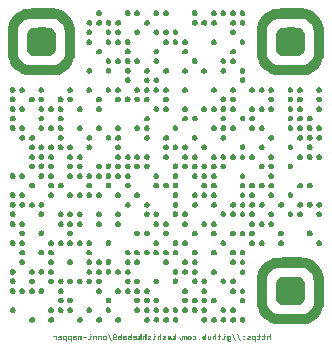
<source format=gbr>
%TF.GenerationSoftware,KiCad,Pcbnew,8.0.6*%
%TF.CreationDate,2025-01-05T12:11:02-05:00*%
%TF.ProjectId,omni-wheel,6f6d6e69-2d77-4686-9565-6c2e6b696361,rev?*%
%TF.SameCoordinates,Original*%
%TF.FileFunction,Legend,Bot*%
%TF.FilePolarity,Positive*%
%FSLAX46Y46*%
G04 Gerber Fmt 4.6, Leading zero omitted, Abs format (unit mm)*
G04 Created by KiCad (PCBNEW 8.0.6) date 2025-01-05 12:11:02*
%MOMM*%
%LPD*%
G01*
G04 APERTURE LIST*
%ADD10C,0.125000*%
%ADD11C,0.000000*%
G04 APERTURE END LIST*
D10*
G36*
X123941259Y-106383527D02*
G01*
X123841730Y-106383527D01*
X123841730Y-106590401D01*
X123830598Y-106566942D01*
X123814468Y-106548361D01*
X123805338Y-106541430D01*
X123782548Y-106530281D01*
X123758219Y-106525035D01*
X123742568Y-106524211D01*
X123717540Y-106526493D01*
X123693198Y-106534516D01*
X123672894Y-106548316D01*
X123661601Y-106560725D01*
X123648200Y-106583872D01*
X123639971Y-106608939D01*
X123635612Y-106634342D01*
X123633907Y-106662982D01*
X123633879Y-106667337D01*
X123633879Y-106915000D01*
X123733408Y-106915000D01*
X123733408Y-106682114D01*
X123734779Y-106657199D01*
X123740489Y-106632836D01*
X123745010Y-106623740D01*
X123764330Y-106607893D01*
X123780547Y-106605300D01*
X123805161Y-106610639D01*
X123823817Y-106626659D01*
X123825854Y-106629602D01*
X123836133Y-106652251D01*
X123840970Y-106678489D01*
X123841730Y-106696158D01*
X123841730Y-106915000D01*
X123941259Y-106915000D01*
X123941259Y-106383527D01*
G37*
G36*
X123296214Y-106915000D02*
G01*
X123322905Y-106914290D01*
X123349301Y-106911794D01*
X123374122Y-106906914D01*
X123384752Y-106903642D01*
X123407724Y-106891614D01*
X123425475Y-106872621D01*
X123430059Y-106864319D01*
X123438096Y-106840500D01*
X123441960Y-106816164D01*
X123443235Y-106790774D01*
X123443248Y-106787749D01*
X123443248Y-106613115D01*
X123540945Y-106613115D01*
X123540945Y-106532027D01*
X123443248Y-106532027D01*
X123443248Y-106427857D01*
X123343108Y-106383527D01*
X123343108Y-106532027D01*
X123212194Y-106532027D01*
X123212194Y-106613115D01*
X123343108Y-106613115D01*
X123343108Y-106787993D01*
X123338588Y-106812116D01*
X123330286Y-106823164D01*
X123306776Y-106832641D01*
X123289131Y-106833911D01*
X123212194Y-106833911D01*
X123212194Y-106915000D01*
X123296214Y-106915000D01*
G37*
G36*
X122875139Y-106915000D02*
G01*
X122901830Y-106914290D01*
X122928227Y-106911794D01*
X122953047Y-106906914D01*
X122963677Y-106903642D01*
X122986649Y-106891614D01*
X123004400Y-106872621D01*
X123008984Y-106864319D01*
X123017021Y-106840500D01*
X123020885Y-106816164D01*
X123022160Y-106790774D01*
X123022173Y-106787749D01*
X123022173Y-106613115D01*
X123119870Y-106613115D01*
X123119870Y-106532027D01*
X123022173Y-106532027D01*
X123022173Y-106427857D01*
X122922034Y-106383527D01*
X122922034Y-106532027D01*
X122791120Y-106532027D01*
X122791120Y-106613115D01*
X122922034Y-106613115D01*
X122922034Y-106787993D01*
X122917513Y-106812116D01*
X122909211Y-106823164D01*
X122885702Y-106832641D01*
X122868056Y-106833911D01*
X122791120Y-106833911D01*
X122791120Y-106915000D01*
X122875139Y-106915000D01*
G37*
G36*
X122504831Y-106525821D02*
G01*
X122531043Y-106533485D01*
X122553585Y-106547459D01*
X122572456Y-106567745D01*
X122585711Y-106590157D01*
X122595603Y-106532027D01*
X122685484Y-106532027D01*
X122685484Y-107055683D01*
X122585711Y-107055683D01*
X122585711Y-106861144D01*
X122576415Y-106875598D01*
X122557722Y-106896256D01*
X122535943Y-106911011D01*
X122511079Y-106919864D01*
X122483129Y-106922815D01*
X122467589Y-106921993D01*
X122442451Y-106916596D01*
X122419931Y-106906161D01*
X122400029Y-106890690D01*
X122382745Y-106870181D01*
X122372191Y-106852699D01*
X122361887Y-106829091D01*
X122354159Y-106802616D01*
X122349687Y-106778362D01*
X122347004Y-106752116D01*
X122346109Y-106723879D01*
X122346171Y-106721437D01*
X122446249Y-106721437D01*
X122446714Y-106738100D01*
X122449393Y-106762478D01*
X122455253Y-106786547D01*
X122465300Y-106809120D01*
X122471519Y-106818514D01*
X122490536Y-106835486D01*
X122515614Y-106841727D01*
X122527078Y-106840593D01*
X122550390Y-106829133D01*
X122566538Y-106809487D01*
X122572062Y-106798855D01*
X122580300Y-106774478D01*
X122584513Y-106748991D01*
X122585711Y-106723513D01*
X122585542Y-106713649D01*
X122582998Y-106686310D01*
X122576591Y-106659899D01*
X122566416Y-106637662D01*
X122558717Y-106626664D01*
X122538853Y-106610641D01*
X122514637Y-106605300D01*
X122503165Y-106606399D01*
X122480137Y-106617512D01*
X122464567Y-106636563D01*
X122459290Y-106646878D01*
X122451419Y-106670782D01*
X122447394Y-106696028D01*
X122446249Y-106721437D01*
X122346171Y-106721437D01*
X122346682Y-106701127D01*
X122349007Y-106674468D01*
X122353122Y-106649788D01*
X122360420Y-106622786D01*
X122370295Y-106598634D01*
X122382745Y-106577334D01*
X122392313Y-106564883D01*
X122411168Y-106547089D01*
X122432711Y-106534379D01*
X122456943Y-106526753D01*
X122483862Y-106524211D01*
X122504831Y-106525821D01*
G37*
G36*
X122107606Y-106922815D02*
G01*
X122132284Y-106922004D01*
X122157958Y-106919570D01*
X122184628Y-106915512D01*
X122212295Y-106909832D01*
X122236111Y-106903859D01*
X122250732Y-106899734D01*
X122250732Y-106814005D01*
X122225486Y-106827078D01*
X122200214Y-106837447D01*
X122174916Y-106845110D01*
X122149593Y-106850069D01*
X122124244Y-106852323D01*
X122115788Y-106852473D01*
X122088332Y-106850481D01*
X122062940Y-106842062D01*
X122047044Y-106822827D01*
X122045324Y-106810830D01*
X122054735Y-106787337D01*
X122062055Y-106781277D01*
X122084708Y-106770713D01*
X122109472Y-106763672D01*
X122119207Y-106761493D01*
X122146807Y-106755265D01*
X122172624Y-106748161D01*
X122200055Y-106736474D01*
X122222107Y-106721668D01*
X122238781Y-106703744D01*
X122251689Y-106678119D01*
X122256530Y-106653334D01*
X122256960Y-106642547D01*
X122254411Y-106615833D01*
X122246763Y-106592355D01*
X122232065Y-106569810D01*
X122216172Y-106555108D01*
X122193419Y-106541590D01*
X122169741Y-106532931D01*
X122142546Y-106527228D01*
X122116435Y-106524694D01*
X122097592Y-106524211D01*
X122071399Y-106525193D01*
X122045393Y-106528138D01*
X122037997Y-106529340D01*
X122013662Y-106534475D01*
X121988683Y-106541545D01*
X121976936Y-106545460D01*
X121976936Y-106632777D01*
X121999181Y-106619302D01*
X122022427Y-106608192D01*
X122034577Y-106603712D01*
X122058924Y-106597451D01*
X122083878Y-106594696D01*
X122091120Y-106594553D01*
X122116302Y-106596185D01*
X122140158Y-106602677D01*
X122143754Y-106604445D01*
X122160736Y-106622197D01*
X122162194Y-106631067D01*
X122150827Y-106653132D01*
X122144975Y-106657445D01*
X122122383Y-106667978D01*
X122098386Y-106675117D01*
X122089043Y-106677351D01*
X122056559Y-106685167D01*
X122031089Y-106692670D01*
X122006796Y-106703428D01*
X121985220Y-106718259D01*
X121976570Y-106726810D01*
X121962038Y-106748650D01*
X121954062Y-106772311D01*
X121951146Y-106796706D01*
X121951046Y-106802526D01*
X121953492Y-106830719D01*
X121960831Y-106855152D01*
X121976885Y-106880408D01*
X122000583Y-106899791D01*
X122025045Y-106911068D01*
X122054400Y-106918586D01*
X122079627Y-106921758D01*
X122107606Y-106922815D01*
G37*
G36*
X121683112Y-106657079D02*
G01*
X121707170Y-106652194D01*
X121725488Y-106639738D01*
X121739305Y-106618166D01*
X121743196Y-106594553D01*
X121739010Y-106569974D01*
X121738433Y-106568541D01*
X121725732Y-106549368D01*
X121704860Y-106535837D01*
X121682379Y-106532027D01*
X121657726Y-106536921D01*
X121639637Y-106549368D01*
X121627058Y-106568541D01*
X121622178Y-106593296D01*
X121622173Y-106594187D01*
X121625984Y-106618481D01*
X121639515Y-106639982D01*
X121660395Y-106653322D01*
X121683112Y-106657079D01*
G37*
G36*
X121682745Y-106899368D02*
G01*
X121707399Y-106894474D01*
X121725488Y-106882027D01*
X121739305Y-106860455D01*
X121743196Y-106836842D01*
X121738769Y-106811807D01*
X121725488Y-106791657D01*
X121704727Y-106778126D01*
X121682745Y-106774316D01*
X121657806Y-106779210D01*
X121639637Y-106791657D01*
X121627058Y-106810830D01*
X121622192Y-106835023D01*
X121622173Y-106836842D01*
X121626539Y-106862060D01*
X121639637Y-106882027D01*
X121660501Y-106895558D01*
X121682745Y-106899368D01*
G37*
G36*
X121166294Y-106406974D02*
G01*
X121090701Y-106406974D01*
X121359368Y-106981311D01*
X121434961Y-106981311D01*
X121166294Y-106406974D01*
G37*
G36*
X120745219Y-106406974D02*
G01*
X120669626Y-106406974D01*
X120938293Y-106981311D01*
X121013886Y-106981311D01*
X120745219Y-106406974D01*
G37*
G36*
X120476995Y-106525356D02*
G01*
X120502400Y-106531366D01*
X120524302Y-106542529D01*
X120535500Y-106551051D01*
X120553630Y-106569854D01*
X120567288Y-106590645D01*
X120574845Y-106605925D01*
X120584061Y-106630048D01*
X120590736Y-106655614D01*
X120593888Y-106673001D01*
X120596928Y-106698795D01*
X120597941Y-106724246D01*
X120597475Y-106741427D01*
X120595031Y-106767055D01*
X120590491Y-106792512D01*
X120586741Y-106806972D01*
X120578271Y-106830427D01*
X120566189Y-106853939D01*
X120559496Y-106863948D01*
X120542431Y-106882983D01*
X120521859Y-106898391D01*
X120505379Y-106906420D01*
X120480220Y-106913037D01*
X120453960Y-106915000D01*
X120441611Y-106914519D01*
X120415420Y-106909657D01*
X120392898Y-106899559D01*
X120371653Y-106881607D01*
X120356995Y-106860289D01*
X120356995Y-106898513D01*
X120357493Y-106910324D01*
X120363448Y-106936204D01*
X120377390Y-106956277D01*
X120392445Y-106965937D01*
X120416808Y-106972806D01*
X120442358Y-106974595D01*
X120457333Y-106974192D01*
X120483173Y-106971550D01*
X120508544Y-106966442D01*
X120533448Y-106958867D01*
X120557885Y-106948827D01*
X120557885Y-107036755D01*
X120542616Y-107041191D01*
X120515583Y-107047531D01*
X120488153Y-107052060D01*
X120460325Y-107054778D01*
X120432100Y-107055683D01*
X120420729Y-107055525D01*
X120394050Y-107053743D01*
X120369870Y-107049982D01*
X120344151Y-107042855D01*
X120318693Y-107030937D01*
X120298133Y-107015139D01*
X120290734Y-107007092D01*
X120276301Y-106984850D01*
X120267083Y-106961925D01*
X120260777Y-106935436D01*
X120257744Y-106910640D01*
X120256734Y-106883370D01*
X120256734Y-106719483D01*
X120356995Y-106719483D01*
X120357073Y-106725701D01*
X120359333Y-106751924D01*
X120365515Y-106777684D01*
X120376779Y-106801915D01*
X120383239Y-106811133D01*
X120402629Y-106827787D01*
X120427704Y-106833911D01*
X120438974Y-106832786D01*
X120462098Y-106821413D01*
X120478384Y-106801915D01*
X120481854Y-106795733D01*
X120490956Y-106772816D01*
X120496265Y-106746345D01*
X120497801Y-106719483D01*
X120497725Y-106713251D01*
X120495478Y-106687002D01*
X120489334Y-106661280D01*
X120478140Y-106637173D01*
X120471715Y-106627991D01*
X120452388Y-106611400D01*
X120427337Y-106605300D01*
X120416067Y-106606420D01*
X120392943Y-106617750D01*
X120376657Y-106637173D01*
X120373143Y-106643313D01*
X120363927Y-106666134D01*
X120358551Y-106692581D01*
X120356995Y-106719483D01*
X120256734Y-106719483D01*
X120256734Y-106532027D01*
X120346981Y-106532027D01*
X120356995Y-106581852D01*
X120367546Y-106565247D01*
X120385583Y-106546727D01*
X120407430Y-106533724D01*
X120433087Y-106526237D01*
X120458112Y-106524211D01*
X120476995Y-106525356D01*
G37*
G36*
X120056210Y-106485132D02*
G01*
X120066468Y-106474874D01*
X120066468Y-106378154D01*
X120056210Y-106367896D01*
X119976587Y-106367896D01*
X119966329Y-106378154D01*
X119966329Y-106474874D01*
X119976587Y-106485132D01*
X120056210Y-106485132D01*
G37*
G36*
X119932745Y-106915000D02*
G01*
X119958040Y-106913720D01*
X119984002Y-106908993D01*
X120008993Y-106899327D01*
X120028993Y-106885111D01*
X120035205Y-106878607D01*
X120048883Y-106857473D01*
X120057645Y-106834259D01*
X120063415Y-106806639D01*
X120065980Y-106779458D01*
X120066468Y-106759539D01*
X120066468Y-106613115D01*
X120147435Y-106613115D01*
X120147435Y-106532027D01*
X119966329Y-106532027D01*
X119966329Y-106753311D01*
X119964945Y-106777997D01*
X119959011Y-106802887D01*
X119952163Y-106815348D01*
X119931674Y-106829832D01*
X119906830Y-106833893D01*
X119904780Y-106833911D01*
X119824790Y-106833911D01*
X119824790Y-106915000D01*
X119932745Y-106915000D01*
G37*
G36*
X119506542Y-106915000D02*
G01*
X119533233Y-106914290D01*
X119559629Y-106911794D01*
X119584450Y-106906914D01*
X119595080Y-106903642D01*
X119618052Y-106891614D01*
X119635803Y-106872621D01*
X119640387Y-106864319D01*
X119648424Y-106840500D01*
X119652288Y-106816164D01*
X119653563Y-106790774D01*
X119653576Y-106787749D01*
X119653576Y-106613115D01*
X119751273Y-106613115D01*
X119751273Y-106532027D01*
X119653576Y-106532027D01*
X119653576Y-106427857D01*
X119553436Y-106383527D01*
X119553436Y-106532027D01*
X119422522Y-106532027D01*
X119422522Y-106613115D01*
X119553436Y-106613115D01*
X119553436Y-106787993D01*
X119548916Y-106812116D01*
X119540614Y-106823164D01*
X119517104Y-106832641D01*
X119499459Y-106833911D01*
X119422522Y-106833911D01*
X119422522Y-106915000D01*
X119506542Y-106915000D01*
G37*
G36*
X119309438Y-106383527D02*
G01*
X119209909Y-106383527D01*
X119209909Y-106590401D01*
X119198777Y-106566942D01*
X119182647Y-106548361D01*
X119173517Y-106541430D01*
X119150726Y-106530281D01*
X119126397Y-106525035D01*
X119110746Y-106524211D01*
X119085719Y-106526493D01*
X119061377Y-106534516D01*
X119041073Y-106548316D01*
X119029780Y-106560725D01*
X119016379Y-106583872D01*
X119008149Y-106608939D01*
X119003791Y-106634342D01*
X119002085Y-106662982D01*
X119002058Y-106667337D01*
X119002058Y-106915000D01*
X119101587Y-106915000D01*
X119101587Y-106682114D01*
X119102958Y-106657199D01*
X119108668Y-106632836D01*
X119113189Y-106623740D01*
X119132509Y-106607893D01*
X119148726Y-106605300D01*
X119173339Y-106610639D01*
X119191996Y-106626659D01*
X119194033Y-106629602D01*
X119204312Y-106652251D01*
X119209149Y-106678489D01*
X119209909Y-106696158D01*
X119209909Y-106915000D01*
X119309438Y-106915000D01*
X119309438Y-106383527D01*
G37*
G36*
X118783094Y-106922815D02*
G01*
X118808145Y-106920533D01*
X118832567Y-106912510D01*
X118853010Y-106898710D01*
X118864427Y-106886301D01*
X118877946Y-106863075D01*
X118886248Y-106838035D01*
X118890645Y-106812730D01*
X118892366Y-106784259D01*
X118892393Y-106779933D01*
X118892393Y-106532027D01*
X118792254Y-106532027D01*
X118792254Y-106765034D01*
X118790596Y-106791098D01*
X118783231Y-106817461D01*
X118765738Y-106836933D01*
X118745115Y-106841727D01*
X118721027Y-106836494D01*
X118701545Y-106819378D01*
X118700540Y-106817913D01*
X118690182Y-106795341D01*
X118685308Y-106768960D01*
X118684542Y-106751113D01*
X118684542Y-106532027D01*
X118584403Y-106532027D01*
X118584403Y-106915000D01*
X118674651Y-106915000D01*
X118684542Y-106857480D01*
X118695002Y-106879684D01*
X118711883Y-106899782D01*
X118733801Y-106913628D01*
X118760757Y-106921220D01*
X118783094Y-106922815D01*
G37*
G36*
X118474738Y-106915000D02*
G01*
X118384856Y-106915000D01*
X118374965Y-106857480D01*
X118364106Y-106876302D01*
X118345759Y-106897294D01*
X118323741Y-106912032D01*
X118298054Y-106920518D01*
X118273115Y-106922815D01*
X118257404Y-106921987D01*
X118232020Y-106916552D01*
X118209325Y-106906046D01*
X118189318Y-106890466D01*
X118171999Y-106869815D01*
X118161444Y-106852227D01*
X118151140Y-106828516D01*
X118143412Y-106801963D01*
X118138940Y-106777665D01*
X118136257Y-106751393D01*
X118135362Y-106723147D01*
X118135405Y-106721437D01*
X118235502Y-106721437D01*
X118235967Y-106738100D01*
X118238646Y-106762478D01*
X118244506Y-106786547D01*
X118254553Y-106809120D01*
X118260772Y-106818514D01*
X118279789Y-106835486D01*
X118304867Y-106841727D01*
X118316332Y-106840593D01*
X118339643Y-106829133D01*
X118355792Y-106809487D01*
X118361315Y-106798855D01*
X118369553Y-106774478D01*
X118373766Y-106748991D01*
X118374965Y-106723513D01*
X118374795Y-106713649D01*
X118372251Y-106686310D01*
X118365845Y-106659899D01*
X118355669Y-106637662D01*
X118347970Y-106626664D01*
X118328107Y-106610641D01*
X118303890Y-106605300D01*
X118292418Y-106606399D01*
X118269391Y-106617512D01*
X118253820Y-106636563D01*
X118248543Y-106646878D01*
X118240672Y-106670782D01*
X118236647Y-106696028D01*
X118235502Y-106721437D01*
X118135405Y-106721437D01*
X118135937Y-106700400D01*
X118138270Y-106673764D01*
X118142398Y-106649125D01*
X118149721Y-106622196D01*
X118159629Y-106598144D01*
X118172121Y-106576967D01*
X118181740Y-106564603D01*
X118200639Y-106546931D01*
X118222168Y-106534309D01*
X118246327Y-106526735D01*
X118273115Y-106524211D01*
X118292893Y-106525723D01*
X118318178Y-106532918D01*
X118340658Y-106546039D01*
X118360333Y-106565085D01*
X118374965Y-106586127D01*
X118374965Y-106383527D01*
X118474738Y-106383527D01*
X118474738Y-106915000D01*
G37*
G36*
X117895760Y-106922815D02*
G01*
X117919330Y-106918175D01*
X117938136Y-106905108D01*
X117952048Y-106883804D01*
X117955966Y-106860655D01*
X117951509Y-106835346D01*
X117938136Y-106815104D01*
X117917376Y-106801573D01*
X117895394Y-106797763D01*
X117870489Y-106802657D01*
X117852407Y-106815104D01*
X117838781Y-106836597D01*
X117834944Y-106860655D01*
X117839310Y-106885324D01*
X117852407Y-106905108D01*
X117873462Y-106918924D01*
X117895760Y-106922815D01*
G37*
G36*
X117441591Y-106922815D02*
G01*
X117468997Y-106921536D01*
X117494430Y-106917699D01*
X117522343Y-106909718D01*
X117547415Y-106898053D01*
X117569644Y-106882704D01*
X117582885Y-106870425D01*
X117600025Y-106849286D01*
X117613620Y-106825254D01*
X117623667Y-106798327D01*
X117629332Y-106773678D01*
X117632533Y-106747020D01*
X117633321Y-106724246D01*
X117632105Y-106695830D01*
X117628455Y-106669430D01*
X117622373Y-106645045D01*
X117611863Y-106618443D01*
X117597850Y-106594744D01*
X117583496Y-106577212D01*
X117563396Y-106559200D01*
X117540557Y-106544914D01*
X117514978Y-106534356D01*
X117486661Y-106527523D01*
X117460971Y-106524677D01*
X117444644Y-106524211D01*
X117418276Y-106525625D01*
X117392388Y-106529868D01*
X117366978Y-106536939D01*
X117342048Y-106546838D01*
X117328018Y-106553764D01*
X117328018Y-106645844D01*
X117348003Y-106630046D01*
X117372160Y-106616742D01*
X117397722Y-106608507D01*
X117424688Y-106605339D01*
X117428157Y-106605300D01*
X117454594Y-106607744D01*
X117479596Y-106616192D01*
X117499994Y-106630675D01*
X117505216Y-106636196D01*
X117519255Y-106657983D01*
X117527445Y-106681954D01*
X117531188Y-106706734D01*
X117531838Y-106723879D01*
X117530182Y-106750532D01*
X117524359Y-106776649D01*
X117512972Y-106800863D01*
X117505338Y-106811074D01*
X117486557Y-106827239D01*
X117463340Y-106837416D01*
X117438651Y-106841457D01*
X117429623Y-106841727D01*
X117404767Y-106839886D01*
X117378164Y-106833274D01*
X117353484Y-106821854D01*
X117330727Y-106805625D01*
X117328018Y-106803258D01*
X117328018Y-106893995D01*
X117350858Y-106905225D01*
X117374821Y-106913696D01*
X117399905Y-106919410D01*
X117426112Y-106922365D01*
X117441591Y-106922815D01*
G37*
G36*
X117070688Y-106525070D02*
G01*
X117095898Y-106528886D01*
X117122034Y-106536829D01*
X117145812Y-106548635D01*
X117157883Y-106556769D01*
X117177355Y-106573933D01*
X117193930Y-106594344D01*
X117207606Y-106618000D01*
X117210238Y-106623666D01*
X117219069Y-106647598D01*
X117225183Y-106673560D01*
X117228303Y-106697943D01*
X117229344Y-106723879D01*
X117229323Y-106727672D01*
X117228000Y-106753341D01*
X117223970Y-106780788D01*
X117217254Y-106806220D01*
X117207850Y-106829637D01*
X117200651Y-106843106D01*
X117185454Y-106864842D01*
X117167378Y-106883352D01*
X117146423Y-106898635D01*
X117128310Y-106908057D01*
X117102978Y-106916770D01*
X117078531Y-106921304D01*
X117052267Y-106922815D01*
X117032283Y-106921957D01*
X117007294Y-106918140D01*
X116981444Y-106910198D01*
X116957990Y-106898391D01*
X116946025Y-106890255D01*
X116926698Y-106873069D01*
X116910210Y-106852619D01*
X116896563Y-106828904D01*
X116893930Y-106823205D01*
X116885099Y-106799082D01*
X116878986Y-106772837D01*
X116875865Y-106748133D01*
X116874893Y-106723513D01*
X116974965Y-106723513D01*
X116975291Y-106736750D01*
X116978411Y-106763979D01*
X116984835Y-106787673D01*
X116995847Y-106809853D01*
X117005667Y-106822272D01*
X117027532Y-106837244D01*
X117051901Y-106841727D01*
X117066747Y-106840201D01*
X117090598Y-106829276D01*
X117108321Y-106809853D01*
X117114337Y-106799309D01*
X117123310Y-106774946D01*
X117127899Y-106749288D01*
X117129204Y-106723513D01*
X117128878Y-106710278D01*
X117125757Y-106683067D01*
X117119334Y-106659411D01*
X117108321Y-106637295D01*
X117096964Y-106623297D01*
X117076493Y-106609799D01*
X117051901Y-106605300D01*
X117037198Y-106606819D01*
X117013519Y-106617703D01*
X116995847Y-106637051D01*
X116989831Y-106647534D01*
X116980858Y-106671863D01*
X116976270Y-106697593D01*
X116974965Y-106723513D01*
X116874893Y-106723513D01*
X116874825Y-106721803D01*
X116874846Y-106718011D01*
X116876161Y-106692365D01*
X116880168Y-106664986D01*
X116886846Y-106639669D01*
X116896196Y-106616413D01*
X116903313Y-106603025D01*
X116918332Y-106581467D01*
X116936191Y-106563174D01*
X116956891Y-106548147D01*
X116974813Y-106538820D01*
X116999969Y-106530195D01*
X117024325Y-106525707D01*
X117050558Y-106524211D01*
X117070688Y-106525070D01*
G37*
G36*
X116813642Y-106532027D02*
G01*
X116750872Y-106532027D01*
X116740858Y-106574769D01*
X116728983Y-106552492D01*
X116713869Y-106537644D01*
X116691733Y-106526782D01*
X116672592Y-106524211D01*
X116648218Y-106528243D01*
X116629117Y-106538499D01*
X116612338Y-106556544D01*
X116605914Y-106573304D01*
X116593007Y-106551826D01*
X116574199Y-106534998D01*
X116550851Y-106525937D01*
X116532763Y-106524211D01*
X116507957Y-106526877D01*
X116483962Y-106537377D01*
X116466922Y-106555843D01*
X116465718Y-106557916D01*
X116456627Y-106582936D01*
X116451613Y-106610490D01*
X116448748Y-106639744D01*
X116447371Y-106668098D01*
X116446930Y-106693383D01*
X116446912Y-106700066D01*
X116446912Y-106915000D01*
X116528977Y-106915000D01*
X116528977Y-106672833D01*
X116529742Y-106647656D01*
X116533250Y-106623370D01*
X116535450Y-106616901D01*
X116556208Y-106602496D01*
X116559385Y-106602369D01*
X116581285Y-106614003D01*
X116582588Y-106616535D01*
X116588415Y-106641981D01*
X116589765Y-106667833D01*
X116589794Y-106672833D01*
X116589794Y-106915000D01*
X116670882Y-106915000D01*
X116670882Y-106672833D01*
X116671690Y-106648262D01*
X116675397Y-106623779D01*
X116677721Y-106616901D01*
X116698178Y-106602496D01*
X116701290Y-106602369D01*
X116723594Y-106613401D01*
X116724860Y-106615802D01*
X116730390Y-106640519D01*
X116731639Y-106664944D01*
X116731699Y-106672833D01*
X116731699Y-106915000D01*
X116813642Y-106915000D01*
X116813642Y-106532027D01*
G37*
G36*
X116113398Y-106406974D02*
G01*
X116037805Y-106406974D01*
X116306472Y-106981311D01*
X116382065Y-106981311D01*
X116113398Y-106406974D01*
G37*
G36*
X115940108Y-106383527D02*
G01*
X115839968Y-106383527D01*
X115839968Y-106663185D01*
X115719678Y-106532027D01*
X115598290Y-106532027D01*
X115743248Y-106675764D01*
X115590108Y-106915000D01*
X115700872Y-106915000D01*
X115805774Y-106736336D01*
X115839968Y-106769064D01*
X115839968Y-106915000D01*
X115940108Y-106915000D01*
X115940108Y-106383527D01*
G37*
G36*
X115388982Y-106524867D02*
G01*
X115413381Y-106527104D01*
X115437578Y-106530928D01*
X115459467Y-106535948D01*
X115483682Y-106543372D01*
X115508042Y-106552787D01*
X115508042Y-106638761D01*
X115489407Y-106629625D01*
X115466578Y-106620137D01*
X115441608Y-106611894D01*
X115422633Y-106607290D01*
X115396641Y-106603494D01*
X115372121Y-106602369D01*
X115362169Y-106602649D01*
X115337438Y-106605910D01*
X115331292Y-106607470D01*
X115309717Y-106619588D01*
X115305015Y-106625182D01*
X115298970Y-106649019D01*
X115298970Y-106664895D01*
X115368335Y-106664895D01*
X115385554Y-106665223D01*
X115410696Y-106666946D01*
X115435013Y-106670146D01*
X115444775Y-106671964D01*
X115468647Y-106678698D01*
X115491922Y-106689197D01*
X115496524Y-106691883D01*
X115516763Y-106708277D01*
X115531489Y-106728032D01*
X115538514Y-106743283D01*
X115544305Y-106767254D01*
X115546022Y-106792878D01*
X115545986Y-106796780D01*
X115543724Y-106822493D01*
X115536832Y-106848443D01*
X115525345Y-106870730D01*
X115509263Y-106889354D01*
X115506944Y-106891413D01*
X115486790Y-106905529D01*
X115463797Y-106915463D01*
X115437964Y-106921214D01*
X115413032Y-106922815D01*
X115395599Y-106922021D01*
X115370709Y-106917854D01*
X115347330Y-106910115D01*
X115334565Y-106903833D01*
X115313432Y-106888600D01*
X115296894Y-106870425D01*
X115292498Y-106893628D01*
X115282850Y-106915000D01*
X115183688Y-106915000D01*
X115186518Y-106910730D01*
X115195411Y-106887766D01*
X115196891Y-106880636D01*
X115200174Y-106855648D01*
X115200234Y-106854662D01*
X115201151Y-106829881D01*
X115201145Y-106826994D01*
X115200785Y-106802404D01*
X115200607Y-106793034D01*
X115200418Y-106767599D01*
X115200338Y-106750731D01*
X115200193Y-106741953D01*
X115298970Y-106741953D01*
X115298977Y-106743571D01*
X115301038Y-106769358D01*
X115306297Y-106793367D01*
X115315421Y-106815390D01*
X115331210Y-106835743D01*
X115333463Y-106837769D01*
X115355399Y-106849271D01*
X115380303Y-106852473D01*
X115402412Y-106849622D01*
X115423900Y-106837575D01*
X115435532Y-106819470D01*
X115439410Y-106795198D01*
X115437280Y-106775959D01*
X115424267Y-106754043D01*
X115409390Y-106744921D01*
X115385799Y-106738412D01*
X115363877Y-106736133D01*
X115338904Y-106735237D01*
X115298970Y-106735237D01*
X115298970Y-106741953D01*
X115200193Y-106741953D01*
X115199930Y-106726078D01*
X115199739Y-106717351D01*
X115199441Y-106692006D01*
X115199823Y-106674526D01*
X115202021Y-106648617D01*
X115206830Y-106622499D01*
X115215073Y-106597240D01*
X115228232Y-106573927D01*
X115246384Y-106555203D01*
X115267219Y-106542163D01*
X115287124Y-106534309D01*
X115313460Y-106528155D01*
X115340372Y-106525070D01*
X115366625Y-106524211D01*
X115388982Y-106524867D01*
G37*
G36*
X114949337Y-106922815D02*
G01*
X114974015Y-106922004D01*
X114999689Y-106919570D01*
X115026359Y-106915512D01*
X115054025Y-106909832D01*
X115077841Y-106903859D01*
X115092463Y-106899734D01*
X115092463Y-106814005D01*
X115067217Y-106827078D01*
X115041945Y-106837447D01*
X115016647Y-106845110D01*
X114991323Y-106850069D01*
X114965974Y-106852323D01*
X114957519Y-106852473D01*
X114930062Y-106850481D01*
X114904671Y-106842062D01*
X114888775Y-106822827D01*
X114887055Y-106810830D01*
X114896466Y-106787337D01*
X114903785Y-106781277D01*
X114926439Y-106770713D01*
X114951203Y-106763672D01*
X114960938Y-106761493D01*
X114988538Y-106755265D01*
X115014355Y-106748161D01*
X115041786Y-106736474D01*
X115063838Y-106721668D01*
X115080511Y-106703744D01*
X115093420Y-106678119D01*
X115098261Y-106653334D01*
X115098691Y-106642547D01*
X115096142Y-106615833D01*
X115088494Y-106592355D01*
X115073796Y-106569810D01*
X115057903Y-106555108D01*
X115035150Y-106541590D01*
X115011472Y-106532931D01*
X114984276Y-106527228D01*
X114958166Y-106524694D01*
X114939323Y-106524211D01*
X114913129Y-106525193D01*
X114887123Y-106528138D01*
X114879727Y-106529340D01*
X114855393Y-106534475D01*
X114830413Y-106541545D01*
X114818667Y-106545460D01*
X114818667Y-106632777D01*
X114840912Y-106619302D01*
X114864158Y-106608192D01*
X114876308Y-106603712D01*
X114900654Y-106597451D01*
X114925609Y-106594696D01*
X114932850Y-106594553D01*
X114958033Y-106596185D01*
X114981888Y-106602677D01*
X114985484Y-106604445D01*
X115002466Y-106622197D01*
X115003925Y-106631067D01*
X114992558Y-106653132D01*
X114986706Y-106657445D01*
X114964113Y-106667978D01*
X114940116Y-106675117D01*
X114930774Y-106677351D01*
X114898290Y-106685167D01*
X114872820Y-106692670D01*
X114848527Y-106703428D01*
X114826951Y-106718259D01*
X114818300Y-106726810D01*
X114803769Y-106748650D01*
X114795793Y-106772311D01*
X114792877Y-106796706D01*
X114792777Y-106802526D01*
X114795223Y-106830719D01*
X114802562Y-106855152D01*
X114818615Y-106880408D01*
X114842313Y-106899791D01*
X114866776Y-106911068D01*
X114896131Y-106918586D01*
X114921358Y-106921758D01*
X114949337Y-106922815D01*
G37*
G36*
X114677616Y-106383527D02*
G01*
X114578087Y-106383527D01*
X114578087Y-106590401D01*
X114566956Y-106566942D01*
X114550826Y-106548361D01*
X114541695Y-106541430D01*
X114518905Y-106530281D01*
X114494576Y-106525035D01*
X114478925Y-106524211D01*
X114453898Y-106526493D01*
X114429555Y-106534516D01*
X114409251Y-106548316D01*
X114397958Y-106560725D01*
X114384558Y-106583872D01*
X114376328Y-106608939D01*
X114371969Y-106634342D01*
X114370264Y-106662982D01*
X114370237Y-106667337D01*
X114370237Y-106915000D01*
X114469766Y-106915000D01*
X114469766Y-106682114D01*
X114471137Y-106657199D01*
X114476847Y-106632836D01*
X114481367Y-106623740D01*
X114500687Y-106607893D01*
X114516905Y-106605300D01*
X114541518Y-106610639D01*
X114560174Y-106626659D01*
X114562212Y-106629602D01*
X114572491Y-106652251D01*
X114577328Y-106678489D01*
X114578087Y-106696158D01*
X114578087Y-106915000D01*
X114677616Y-106915000D01*
X114677616Y-106383527D01*
G37*
G36*
X114161165Y-106485132D02*
G01*
X114171423Y-106474874D01*
X114171423Y-106378154D01*
X114161165Y-106367896D01*
X114081542Y-106367896D01*
X114071284Y-106378154D01*
X114071284Y-106474874D01*
X114081542Y-106485132D01*
X114161165Y-106485132D01*
G37*
G36*
X114037700Y-106915000D02*
G01*
X114062995Y-106913720D01*
X114088957Y-106908993D01*
X114113948Y-106899327D01*
X114133947Y-106885111D01*
X114140160Y-106878607D01*
X114153838Y-106857473D01*
X114162600Y-106834259D01*
X114168370Y-106806639D01*
X114170935Y-106779458D01*
X114171423Y-106759539D01*
X114171423Y-106613115D01*
X114252390Y-106613115D01*
X114252390Y-106532027D01*
X114071284Y-106532027D01*
X114071284Y-106753311D01*
X114069900Y-106777997D01*
X114063965Y-106802887D01*
X114057117Y-106815348D01*
X114036628Y-106829832D01*
X114011784Y-106833893D01*
X114009734Y-106833911D01*
X113929745Y-106833911D01*
X113929745Y-106915000D01*
X114037700Y-106915000D01*
G37*
G36*
X113686113Y-106922815D02*
G01*
X113710791Y-106922004D01*
X113736465Y-106919570D01*
X113763135Y-106915512D01*
X113790801Y-106909832D01*
X113814617Y-106903859D01*
X113829239Y-106899734D01*
X113829239Y-106814005D01*
X113803993Y-106827078D01*
X113778721Y-106837447D01*
X113753423Y-106845110D01*
X113728099Y-106850069D01*
X113702750Y-106852323D01*
X113694295Y-106852473D01*
X113666838Y-106850481D01*
X113641447Y-106842062D01*
X113625551Y-106822827D01*
X113623831Y-106810830D01*
X113633242Y-106787337D01*
X113640561Y-106781277D01*
X113663215Y-106770713D01*
X113687979Y-106763672D01*
X113697714Y-106761493D01*
X113725314Y-106755265D01*
X113751131Y-106748161D01*
X113778562Y-106736474D01*
X113800614Y-106721668D01*
X113817287Y-106703744D01*
X113830196Y-106678119D01*
X113835037Y-106653334D01*
X113835467Y-106642547D01*
X113832918Y-106615833D01*
X113825270Y-106592355D01*
X113810572Y-106569810D01*
X113794678Y-106555108D01*
X113771926Y-106541590D01*
X113748248Y-106532931D01*
X113721052Y-106527228D01*
X113694942Y-106524694D01*
X113676099Y-106524211D01*
X113649905Y-106525193D01*
X113623899Y-106528138D01*
X113616503Y-106529340D01*
X113592169Y-106534475D01*
X113567189Y-106541545D01*
X113555443Y-106545460D01*
X113555443Y-106632777D01*
X113577688Y-106619302D01*
X113600934Y-106608192D01*
X113613084Y-106603712D01*
X113637430Y-106597451D01*
X113662385Y-106594696D01*
X113669626Y-106594553D01*
X113694809Y-106596185D01*
X113718664Y-106602677D01*
X113722260Y-106604445D01*
X113739242Y-106622197D01*
X113740701Y-106631067D01*
X113729334Y-106653132D01*
X113723482Y-106657445D01*
X113700889Y-106667978D01*
X113676892Y-106675117D01*
X113667550Y-106677351D01*
X113635066Y-106685167D01*
X113609596Y-106692670D01*
X113585303Y-106703428D01*
X113563727Y-106718259D01*
X113555076Y-106726810D01*
X113540545Y-106748650D01*
X113532569Y-106772311D01*
X113529653Y-106796706D01*
X113529553Y-106802526D01*
X113531999Y-106830719D01*
X113539338Y-106855152D01*
X113555391Y-106880408D01*
X113579089Y-106899791D01*
X113603552Y-106911068D01*
X113632907Y-106918586D01*
X113658134Y-106921758D01*
X113686113Y-106922815D01*
G37*
G36*
X113414392Y-106383527D02*
G01*
X113314863Y-106383527D01*
X113314863Y-106590401D01*
X113303732Y-106566942D01*
X113287602Y-106548361D01*
X113278471Y-106541430D01*
X113255681Y-106530281D01*
X113231352Y-106525035D01*
X113215701Y-106524211D01*
X113190674Y-106526493D01*
X113166331Y-106534516D01*
X113146027Y-106548316D01*
X113134734Y-106560725D01*
X113121334Y-106583872D01*
X113113104Y-106608939D01*
X113108745Y-106634342D01*
X113107040Y-106662982D01*
X113107013Y-106667337D01*
X113107013Y-106915000D01*
X113206542Y-106915000D01*
X113206542Y-106682114D01*
X113207913Y-106657199D01*
X113213623Y-106632836D01*
X113218143Y-106623740D01*
X113237463Y-106607893D01*
X113253681Y-106605300D01*
X113278294Y-106610639D01*
X113296950Y-106626659D01*
X113298988Y-106629602D01*
X113309267Y-106652251D01*
X113314104Y-106678489D01*
X113314863Y-106696158D01*
X113314863Y-106915000D01*
X113414392Y-106915000D01*
X113414392Y-106383527D01*
G37*
G36*
X112992585Y-106383527D02*
G01*
X112892445Y-106383527D01*
X112892445Y-106663185D01*
X112772156Y-106532027D01*
X112650767Y-106532027D01*
X112795725Y-106675764D01*
X112642585Y-106915000D01*
X112753349Y-106915000D01*
X112858251Y-106736336D01*
X112892445Y-106769064D01*
X112892445Y-106915000D01*
X112992585Y-106915000D01*
X112992585Y-106383527D01*
G37*
G36*
X112420485Y-106524309D02*
G01*
X112446670Y-106526201D01*
X112470821Y-106530500D01*
X112495932Y-106538362D01*
X112518387Y-106549368D01*
X112533453Y-106559469D01*
X112553298Y-106577293D01*
X112569839Y-106598323D01*
X112581769Y-106619710D01*
X112584327Y-106625419D01*
X112592910Y-106649465D01*
X112598852Y-106675450D01*
X112601885Y-106699778D01*
X112602896Y-106725589D01*
X112602092Y-106748849D01*
X112598829Y-106775939D01*
X112593055Y-106800823D01*
X112582812Y-106827770D01*
X112568955Y-106851541D01*
X112551482Y-106872135D01*
X112534259Y-106886735D01*
X112510537Y-106900989D01*
X112483483Y-106911679D01*
X112458393Y-106917866D01*
X112430990Y-106921578D01*
X112401273Y-106922815D01*
X112392069Y-106922702D01*
X112364644Y-106920999D01*
X112337503Y-106917252D01*
X112310646Y-106911462D01*
X112284071Y-106903628D01*
X112257780Y-106893750D01*
X112257780Y-106803625D01*
X112266523Y-106808239D01*
X112292692Y-106820294D01*
X112318775Y-106829671D01*
X112344773Y-106836369D01*
X112370684Y-106840387D01*
X112396510Y-106841727D01*
X112415192Y-106840997D01*
X112442245Y-106836536D01*
X112467970Y-106825832D01*
X112486346Y-106809288D01*
X112497371Y-106786906D01*
X112501046Y-106758684D01*
X112241660Y-106758684D01*
X112241660Y-106717773D01*
X112241681Y-106714177D01*
X112242973Y-106689785D01*
X112244365Y-106680526D01*
X112342533Y-106680526D01*
X112500069Y-106680526D01*
X112498472Y-106669636D01*
X112490439Y-106645115D01*
X112475523Y-106624839D01*
X112467129Y-106618199D01*
X112443170Y-106608047D01*
X112417759Y-106605300D01*
X112408955Y-106605597D01*
X112383979Y-106610676D01*
X112362072Y-106624351D01*
X112355432Y-106632130D01*
X112345280Y-106655224D01*
X112342533Y-106680526D01*
X112244365Y-106680526D01*
X112246912Y-106663582D01*
X112253476Y-106639165D01*
X112262665Y-106616535D01*
X112269653Y-106603414D01*
X112284364Y-106582140D01*
X112301818Y-106563881D01*
X112322016Y-106548635D01*
X112336848Y-106540335D01*
X112360964Y-106531104D01*
X112387321Y-106525737D01*
X112412630Y-106524211D01*
X112420485Y-106524309D01*
G37*
G36*
X112158618Y-106915000D02*
G01*
X112068736Y-106915000D01*
X112058845Y-106857480D01*
X112047986Y-106876302D01*
X112029638Y-106897294D01*
X112007621Y-106912032D01*
X111981934Y-106920518D01*
X111956995Y-106922815D01*
X111941284Y-106921987D01*
X111915900Y-106916552D01*
X111893205Y-106906046D01*
X111873198Y-106890466D01*
X111855879Y-106869815D01*
X111845324Y-106852227D01*
X111835020Y-106828516D01*
X111827292Y-106801963D01*
X111822820Y-106777665D01*
X111820137Y-106751393D01*
X111819242Y-106723147D01*
X111819285Y-106721437D01*
X111919382Y-106721437D01*
X111919847Y-106738100D01*
X111922526Y-106762478D01*
X111928386Y-106786547D01*
X111938433Y-106809120D01*
X111944652Y-106818514D01*
X111963669Y-106835486D01*
X111988747Y-106841727D01*
X112000212Y-106840593D01*
X112023523Y-106829133D01*
X112039672Y-106809487D01*
X112045195Y-106798855D01*
X112053433Y-106774478D01*
X112057646Y-106748991D01*
X112058845Y-106723513D01*
X112058675Y-106713649D01*
X112056131Y-106686310D01*
X112049725Y-106659899D01*
X112039549Y-106637662D01*
X112031850Y-106626664D01*
X112011987Y-106610641D01*
X111987770Y-106605300D01*
X111976298Y-106606399D01*
X111953271Y-106617512D01*
X111937700Y-106636563D01*
X111932423Y-106646878D01*
X111924552Y-106670782D01*
X111920527Y-106696028D01*
X111919382Y-106721437D01*
X111819285Y-106721437D01*
X111819817Y-106700400D01*
X111822150Y-106673764D01*
X111826278Y-106649125D01*
X111833601Y-106622196D01*
X111843509Y-106598144D01*
X111856001Y-106576967D01*
X111865620Y-106564603D01*
X111884519Y-106546931D01*
X111906048Y-106534309D01*
X111930207Y-106526735D01*
X111956995Y-106524211D01*
X111976773Y-106525723D01*
X112002058Y-106532918D01*
X112024538Y-106546039D01*
X112044213Y-106565085D01*
X112058845Y-106586127D01*
X112058845Y-106383527D01*
X112158618Y-106383527D01*
X112158618Y-106915000D01*
G37*
G36*
X111599310Y-106524867D02*
G01*
X111623709Y-106527104D01*
X111647906Y-106530928D01*
X111669795Y-106535948D01*
X111694010Y-106543372D01*
X111718370Y-106552787D01*
X111718370Y-106638761D01*
X111699735Y-106629625D01*
X111676906Y-106620137D01*
X111651936Y-106611894D01*
X111632961Y-106607290D01*
X111606969Y-106603494D01*
X111582449Y-106602369D01*
X111572497Y-106602649D01*
X111547766Y-106605910D01*
X111541620Y-106607470D01*
X111520045Y-106619588D01*
X111515343Y-106625182D01*
X111509298Y-106649019D01*
X111509298Y-106664895D01*
X111578663Y-106664895D01*
X111595882Y-106665223D01*
X111621024Y-106666946D01*
X111645341Y-106670146D01*
X111655103Y-106671964D01*
X111678975Y-106678698D01*
X111702250Y-106689197D01*
X111706852Y-106691883D01*
X111727091Y-106708277D01*
X111741817Y-106728032D01*
X111748842Y-106743283D01*
X111754633Y-106767254D01*
X111756350Y-106792878D01*
X111756314Y-106796780D01*
X111754052Y-106822493D01*
X111747160Y-106848443D01*
X111735673Y-106870730D01*
X111719591Y-106889354D01*
X111717272Y-106891413D01*
X111697118Y-106905529D01*
X111674125Y-106915463D01*
X111648292Y-106921214D01*
X111623360Y-106922815D01*
X111605927Y-106922021D01*
X111581037Y-106917854D01*
X111557658Y-106910115D01*
X111544893Y-106903833D01*
X111523760Y-106888600D01*
X111507222Y-106870425D01*
X111502826Y-106893628D01*
X111493178Y-106915000D01*
X111394016Y-106915000D01*
X111396846Y-106910730D01*
X111405739Y-106887766D01*
X111407219Y-106880636D01*
X111410502Y-106855648D01*
X111410562Y-106854662D01*
X111411479Y-106829881D01*
X111411473Y-106826994D01*
X111411113Y-106802404D01*
X111410935Y-106793034D01*
X111410746Y-106767599D01*
X111410666Y-106750731D01*
X111410521Y-106741953D01*
X111509298Y-106741953D01*
X111509305Y-106743571D01*
X111511366Y-106769358D01*
X111516625Y-106793367D01*
X111525749Y-106815390D01*
X111541538Y-106835743D01*
X111543791Y-106837769D01*
X111565727Y-106849271D01*
X111590631Y-106852473D01*
X111612740Y-106849622D01*
X111634228Y-106837575D01*
X111645860Y-106819470D01*
X111649738Y-106795198D01*
X111647608Y-106775959D01*
X111634595Y-106754043D01*
X111619718Y-106744921D01*
X111596127Y-106738412D01*
X111574205Y-106736133D01*
X111549232Y-106735237D01*
X111509298Y-106735237D01*
X111509298Y-106741953D01*
X111410521Y-106741953D01*
X111410258Y-106726078D01*
X111410067Y-106717351D01*
X111409769Y-106692006D01*
X111410151Y-106674526D01*
X111412349Y-106648617D01*
X111417158Y-106622499D01*
X111425401Y-106597240D01*
X111438560Y-106573927D01*
X111456712Y-106555203D01*
X111477547Y-106542163D01*
X111497452Y-106534309D01*
X111523788Y-106528155D01*
X111550700Y-106525070D01*
X111576953Y-106524211D01*
X111599310Y-106524867D01*
G37*
G36*
X111316468Y-106915000D02*
G01*
X111226587Y-106915000D01*
X111216695Y-106857480D01*
X111205837Y-106876302D01*
X111187489Y-106897294D01*
X111165472Y-106912032D01*
X111139785Y-106920518D01*
X111114846Y-106922815D01*
X111099134Y-106921987D01*
X111073751Y-106916552D01*
X111051056Y-106906046D01*
X111031048Y-106890466D01*
X111013729Y-106869815D01*
X111003175Y-106852227D01*
X110992871Y-106828516D01*
X110985143Y-106801963D01*
X110980671Y-106777665D01*
X110977987Y-106751393D01*
X110977093Y-106723147D01*
X110977136Y-106721437D01*
X111077233Y-106721437D01*
X111077698Y-106738100D01*
X111080377Y-106762478D01*
X111086237Y-106786547D01*
X111096284Y-106809120D01*
X111102503Y-106818514D01*
X111121520Y-106835486D01*
X111146598Y-106841727D01*
X111158062Y-106840593D01*
X111181374Y-106829133D01*
X111197522Y-106809487D01*
X111203046Y-106798855D01*
X111211284Y-106774478D01*
X111215497Y-106748991D01*
X111216695Y-106723513D01*
X111216526Y-106713649D01*
X111213982Y-106686310D01*
X111207575Y-106659899D01*
X111197400Y-106637662D01*
X111189701Y-106626664D01*
X111169837Y-106610641D01*
X111145621Y-106605300D01*
X111134149Y-106606399D01*
X111111121Y-106617512D01*
X111095551Y-106636563D01*
X111090274Y-106646878D01*
X111082402Y-106670782D01*
X111078377Y-106696028D01*
X111077233Y-106721437D01*
X110977136Y-106721437D01*
X110977667Y-106700400D01*
X110980001Y-106673764D01*
X110984129Y-106649125D01*
X110991452Y-106622196D01*
X111001359Y-106598144D01*
X111013852Y-106576967D01*
X111023471Y-106564603D01*
X111042370Y-106546931D01*
X111063899Y-106534309D01*
X111088058Y-106526735D01*
X111114846Y-106524211D01*
X111134624Y-106525723D01*
X111159909Y-106532918D01*
X111182389Y-106546039D01*
X111202064Y-106565085D01*
X111216695Y-106586127D01*
X111216695Y-106383527D01*
X111316468Y-106383527D01*
X111316468Y-106915000D01*
G37*
G36*
X110773798Y-106400769D02*
G01*
X110799828Y-106405599D01*
X110823154Y-106413649D01*
X110846948Y-106427110D01*
X110867062Y-106444954D01*
X110872104Y-106450913D01*
X110887192Y-106474015D01*
X110896952Y-106496598D01*
X110903784Y-106521748D01*
X110907688Y-106549466D01*
X110908705Y-106574525D01*
X110907796Y-106598114D01*
X110904304Y-106624114D01*
X110896920Y-106651268D01*
X110885971Y-106674998D01*
X110871458Y-106695303D01*
X110861559Y-106705349D01*
X110838783Y-106721424D01*
X110815598Y-106731093D01*
X110789375Y-106736661D01*
X110764480Y-106738168D01*
X110756204Y-106738003D01*
X110729383Y-106734835D01*
X110705892Y-106727635D01*
X110683124Y-106714468D01*
X110664706Y-106696036D01*
X110665230Y-106709689D01*
X110667772Y-106734830D01*
X110673255Y-106760516D01*
X110681870Y-106783752D01*
X110694748Y-106805090D01*
X110708870Y-106819653D01*
X110730530Y-106832812D01*
X110752786Y-106839498D01*
X110777547Y-106841727D01*
X110800081Y-106840063D01*
X110825296Y-106834155D01*
X110831719Y-106832050D01*
X110854379Y-106822791D01*
X110877320Y-106810586D01*
X110877320Y-106902787D01*
X110874199Y-106903919D01*
X110850333Y-106911554D01*
X110825662Y-106917686D01*
X110800994Y-106921594D01*
X110800229Y-106921669D01*
X110775104Y-106922815D01*
X110763127Y-106922567D01*
X110737224Y-106920195D01*
X110712770Y-106915311D01*
X110687299Y-106906939D01*
X110682433Y-106904870D01*
X110659593Y-106892434D01*
X110639233Y-106876515D01*
X110621353Y-106857114D01*
X110613922Y-106846947D01*
X110600722Y-106824002D01*
X110590739Y-106800373D01*
X110583374Y-106777002D01*
X110578850Y-106757741D01*
X110574755Y-106733001D01*
X110571934Y-106705819D01*
X110570530Y-106680576D01*
X110570062Y-106653538D01*
X110570100Y-106646040D01*
X110570835Y-106620492D01*
X110572505Y-106596018D01*
X110575558Y-106569365D01*
X110575656Y-106568785D01*
X110678018Y-106568785D01*
X110678836Y-106586360D01*
X110684045Y-106612246D01*
X110695115Y-106634242D01*
X110698523Y-106638324D01*
X110719591Y-106652708D01*
X110745307Y-106657079D01*
X110751224Y-106656878D01*
X110775460Y-106650634D01*
X110795254Y-106634242D01*
X110804657Y-106617961D01*
X110811343Y-106593323D01*
X110813084Y-106568541D01*
X110812231Y-106550746D01*
X110806798Y-106524700D01*
X110795254Y-106502840D01*
X110794216Y-106501545D01*
X110774982Y-106486353D01*
X110770218Y-106484278D01*
X110745307Y-106480247D01*
X110739304Y-106480446D01*
X110714841Y-106486623D01*
X110695115Y-106502840D01*
X110692295Y-106506951D01*
X110682658Y-106529829D01*
X110679654Y-106544211D01*
X110678018Y-106568785D01*
X110575656Y-106568785D01*
X110579832Y-106544117D01*
X110582458Y-106532082D01*
X110589928Y-106506748D01*
X110599562Y-106483829D01*
X110612805Y-106461196D01*
X110623742Y-106447107D01*
X110642925Y-106429235D01*
X110665439Y-106415279D01*
X110669514Y-106413327D01*
X110694074Y-106404842D01*
X110719558Y-106400434D01*
X110745062Y-106399159D01*
X110773798Y-106400769D01*
G37*
G36*
X110218353Y-106406974D02*
G01*
X110142759Y-106406974D01*
X110411427Y-106981311D01*
X110487020Y-106981311D01*
X110218353Y-106406974D01*
G37*
G36*
X109912418Y-106525070D02*
G01*
X109937629Y-106528886D01*
X109963764Y-106536829D01*
X109987543Y-106548635D01*
X109999613Y-106556769D01*
X110019086Y-106573933D01*
X110035660Y-106594344D01*
X110049337Y-106618000D01*
X110051969Y-106623666D01*
X110060800Y-106647598D01*
X110066913Y-106673560D01*
X110070034Y-106697943D01*
X110071074Y-106723879D01*
X110071053Y-106727672D01*
X110069731Y-106753341D01*
X110065701Y-106780788D01*
X110058984Y-106806220D01*
X110049581Y-106829637D01*
X110042382Y-106843106D01*
X110027184Y-106864842D01*
X110009108Y-106883352D01*
X109988154Y-106898635D01*
X109970041Y-106908057D01*
X109944709Y-106916770D01*
X109920262Y-106921304D01*
X109893998Y-106922815D01*
X109874014Y-106921957D01*
X109849025Y-106918140D01*
X109823175Y-106910198D01*
X109799720Y-106898391D01*
X109787756Y-106890255D01*
X109768428Y-106873069D01*
X109751941Y-106852619D01*
X109738293Y-106828904D01*
X109735661Y-106823205D01*
X109726830Y-106799082D01*
X109720716Y-106772837D01*
X109717596Y-106748133D01*
X109716624Y-106723513D01*
X109816695Y-106723513D01*
X109817022Y-106736750D01*
X109820142Y-106763979D01*
X109826566Y-106787673D01*
X109837578Y-106809853D01*
X109847398Y-106822272D01*
X109869263Y-106837244D01*
X109893632Y-106841727D01*
X109908478Y-106840201D01*
X109932329Y-106829276D01*
X109950052Y-106809853D01*
X109956068Y-106799309D01*
X109965041Y-106774946D01*
X109969629Y-106749288D01*
X109970935Y-106723513D01*
X109970608Y-106710278D01*
X109967488Y-106683067D01*
X109961064Y-106659411D01*
X109950052Y-106637295D01*
X109938695Y-106623297D01*
X109918224Y-106609799D01*
X109893632Y-106605300D01*
X109878928Y-106606819D01*
X109855249Y-106617703D01*
X109837578Y-106637051D01*
X109831562Y-106647534D01*
X109822589Y-106671863D01*
X109818000Y-106697593D01*
X109816695Y-106723513D01*
X109716624Y-106723513D01*
X109716556Y-106721803D01*
X109716577Y-106718011D01*
X109717891Y-106692365D01*
X109721898Y-106664986D01*
X109728577Y-106639669D01*
X109737927Y-106616413D01*
X109745044Y-106603025D01*
X109760063Y-106581467D01*
X109777922Y-106563174D01*
X109798621Y-106548147D01*
X109816544Y-106538820D01*
X109841700Y-106530195D01*
X109866055Y-106525707D01*
X109892288Y-106524211D01*
X109912418Y-106525070D01*
G37*
G36*
X109655373Y-106532027D02*
G01*
X109592602Y-106532027D01*
X109582588Y-106574769D01*
X109570714Y-106552492D01*
X109555600Y-106537644D01*
X109533463Y-106526782D01*
X109514323Y-106524211D01*
X109489949Y-106528243D01*
X109470847Y-106538499D01*
X109454069Y-106556544D01*
X109447644Y-106573304D01*
X109434738Y-106551826D01*
X109415930Y-106534998D01*
X109392581Y-106525937D01*
X109374494Y-106524211D01*
X109349688Y-106526877D01*
X109325693Y-106537377D01*
X109308653Y-106555843D01*
X109307449Y-106557916D01*
X109298358Y-106582936D01*
X109293344Y-106610490D01*
X109290479Y-106639744D01*
X109289101Y-106668098D01*
X109288661Y-106693383D01*
X109288642Y-106700066D01*
X109288642Y-106915000D01*
X109370708Y-106915000D01*
X109370708Y-106672833D01*
X109371473Y-106647656D01*
X109374981Y-106623370D01*
X109377180Y-106616901D01*
X109397938Y-106602496D01*
X109401116Y-106602369D01*
X109423015Y-106614003D01*
X109424319Y-106616535D01*
X109430145Y-106641981D01*
X109431496Y-106667833D01*
X109431524Y-106672833D01*
X109431524Y-106915000D01*
X109512613Y-106915000D01*
X109512613Y-106672833D01*
X109513421Y-106648262D01*
X109517128Y-106623779D01*
X109519452Y-106616901D01*
X109539909Y-106602496D01*
X109543021Y-106602369D01*
X109565325Y-106613401D01*
X109566591Y-106615802D01*
X109572120Y-106640519D01*
X109573369Y-106664944D01*
X109573429Y-106672833D01*
X109573429Y-106915000D01*
X109655373Y-106915000D01*
X109655373Y-106532027D01*
G37*
G36*
X109203646Y-106532027D02*
G01*
X109114009Y-106532027D01*
X109104117Y-106590523D01*
X109092985Y-106566985D01*
X109076855Y-106548365D01*
X109067725Y-106541430D01*
X109044934Y-106530281D01*
X109020605Y-106525035D01*
X109004954Y-106524211D01*
X108979927Y-106526493D01*
X108955585Y-106534516D01*
X108935281Y-106548316D01*
X108923988Y-106560725D01*
X108910587Y-106583872D01*
X108902357Y-106608939D01*
X108897999Y-106634342D01*
X108896293Y-106662982D01*
X108896266Y-106667337D01*
X108896266Y-106915000D01*
X108995795Y-106915000D01*
X108995795Y-106682602D01*
X108997151Y-106657534D01*
X109002802Y-106633017D01*
X109007274Y-106623862D01*
X109026385Y-106607910D01*
X109042568Y-106605300D01*
X109066998Y-106610693D01*
X109085794Y-106626874D01*
X109087875Y-106629846D01*
X109098391Y-106652712D01*
X109103340Y-106679008D01*
X109104117Y-106696646D01*
X109104117Y-106915000D01*
X109203646Y-106915000D01*
X109203646Y-106532027D01*
G37*
G36*
X108687194Y-106485132D02*
G01*
X108697452Y-106474874D01*
X108697452Y-106378154D01*
X108687194Y-106367896D01*
X108607571Y-106367896D01*
X108597313Y-106378154D01*
X108597313Y-106474874D01*
X108607571Y-106485132D01*
X108687194Y-106485132D01*
G37*
G36*
X108563729Y-106915000D02*
G01*
X108589024Y-106913720D01*
X108614986Y-106908993D01*
X108639977Y-106899327D01*
X108659977Y-106885111D01*
X108666189Y-106878607D01*
X108679867Y-106857473D01*
X108688629Y-106834259D01*
X108694399Y-106806639D01*
X108696964Y-106779458D01*
X108697452Y-106759539D01*
X108697452Y-106613115D01*
X108778419Y-106613115D01*
X108778419Y-106532027D01*
X108597313Y-106532027D01*
X108597313Y-106753311D01*
X108595929Y-106777997D01*
X108589995Y-106802887D01*
X108583147Y-106815348D01*
X108562658Y-106829832D01*
X108537814Y-106833893D01*
X108535764Y-106833911D01*
X108455774Y-106833911D01*
X108455774Y-106915000D01*
X108563729Y-106915000D01*
G37*
G36*
X108344644Y-106657079D02*
G01*
X108074389Y-106657079D01*
X108074389Y-106758684D01*
X108344644Y-106758684D01*
X108344644Y-106657079D01*
G37*
G36*
X107971074Y-106532027D02*
G01*
X107908304Y-106532027D01*
X107898290Y-106574769D01*
X107886415Y-106552492D01*
X107871301Y-106537644D01*
X107849165Y-106526782D01*
X107830024Y-106524211D01*
X107805650Y-106528243D01*
X107786549Y-106538499D01*
X107769770Y-106556544D01*
X107763346Y-106573304D01*
X107750439Y-106551826D01*
X107731631Y-106534998D01*
X107708283Y-106525937D01*
X107690195Y-106524211D01*
X107665389Y-106526877D01*
X107641394Y-106537377D01*
X107624354Y-106555843D01*
X107623150Y-106557916D01*
X107614059Y-106582936D01*
X107609045Y-106610490D01*
X107606180Y-106639744D01*
X107604803Y-106668098D01*
X107604362Y-106693383D01*
X107604344Y-106700066D01*
X107604344Y-106915000D01*
X107686409Y-106915000D01*
X107686409Y-106672833D01*
X107687174Y-106647656D01*
X107690682Y-106623370D01*
X107692882Y-106616901D01*
X107713640Y-106602496D01*
X107716817Y-106602369D01*
X107738717Y-106614003D01*
X107740020Y-106616535D01*
X107745846Y-106641981D01*
X107747197Y-106667833D01*
X107747226Y-106672833D01*
X107747226Y-106915000D01*
X107828314Y-106915000D01*
X107828314Y-106672833D01*
X107829122Y-106648262D01*
X107832829Y-106623779D01*
X107835153Y-106616901D01*
X107855610Y-106602496D01*
X107858722Y-106602369D01*
X107881026Y-106613401D01*
X107882292Y-106615802D01*
X107887822Y-106640519D01*
X107889071Y-106664944D01*
X107889131Y-106672833D01*
X107889131Y-106915000D01*
X107971074Y-106915000D01*
X107971074Y-106532027D01*
G37*
G36*
X107388563Y-106524867D02*
G01*
X107412962Y-106527104D01*
X107437159Y-106530928D01*
X107459048Y-106535948D01*
X107483264Y-106543372D01*
X107507623Y-106552787D01*
X107507623Y-106638761D01*
X107488988Y-106629625D01*
X107466159Y-106620137D01*
X107441189Y-106611894D01*
X107422214Y-106607290D01*
X107396222Y-106603494D01*
X107371702Y-106602369D01*
X107361750Y-106602649D01*
X107337020Y-106605910D01*
X107330873Y-106607470D01*
X107309298Y-106619588D01*
X107304596Y-106625182D01*
X107298551Y-106649019D01*
X107298551Y-106664895D01*
X107367916Y-106664895D01*
X107385136Y-106665223D01*
X107410277Y-106666946D01*
X107434595Y-106670146D01*
X107444356Y-106671964D01*
X107468229Y-106678698D01*
X107491503Y-106689197D01*
X107496105Y-106691883D01*
X107516345Y-106708277D01*
X107531071Y-106728032D01*
X107538096Y-106743283D01*
X107543886Y-106767254D01*
X107545603Y-106792878D01*
X107545567Y-106796780D01*
X107543306Y-106822493D01*
X107536413Y-106848443D01*
X107524926Y-106870730D01*
X107508845Y-106889354D01*
X107506525Y-106891413D01*
X107486371Y-106905529D01*
X107463378Y-106915463D01*
X107437545Y-106921214D01*
X107412613Y-106922815D01*
X107395180Y-106922021D01*
X107370290Y-106917854D01*
X107346912Y-106910115D01*
X107334146Y-106903833D01*
X107313013Y-106888600D01*
X107296475Y-106870425D01*
X107292079Y-106893628D01*
X107282431Y-106915000D01*
X107183269Y-106915000D01*
X107186100Y-106910730D01*
X107194993Y-106887766D01*
X107196473Y-106880636D01*
X107199755Y-106855648D01*
X107199815Y-106854662D01*
X107200732Y-106829881D01*
X107200727Y-106826994D01*
X107200366Y-106802404D01*
X107200189Y-106793034D01*
X107200000Y-106767599D01*
X107199919Y-106750731D01*
X107199774Y-106741953D01*
X107298551Y-106741953D01*
X107298559Y-106743571D01*
X107300619Y-106769358D01*
X107305879Y-106793367D01*
X107315002Y-106815390D01*
X107330792Y-106835743D01*
X107333044Y-106837769D01*
X107354980Y-106849271D01*
X107379884Y-106852473D01*
X107401994Y-106849622D01*
X107423482Y-106837575D01*
X107435114Y-106819470D01*
X107438991Y-106795198D01*
X107436862Y-106775959D01*
X107423848Y-106754043D01*
X107408972Y-106744921D01*
X107385380Y-106738412D01*
X107363459Y-106736133D01*
X107338485Y-106735237D01*
X107298551Y-106735237D01*
X107298551Y-106741953D01*
X107199774Y-106741953D01*
X107199511Y-106726078D01*
X107199321Y-106717351D01*
X107199023Y-106692006D01*
X107199404Y-106674526D01*
X107201602Y-106648617D01*
X107206411Y-106622499D01*
X107214654Y-106597240D01*
X107227813Y-106573927D01*
X107245965Y-106555203D01*
X107266800Y-106542163D01*
X107286706Y-106534309D01*
X107313041Y-106528155D01*
X107339954Y-106525070D01*
X107366207Y-106524211D01*
X107388563Y-106524867D01*
G37*
G36*
X106925069Y-106525821D02*
G01*
X106951280Y-106533485D01*
X106973822Y-106547459D01*
X106992694Y-106567745D01*
X107005949Y-106590157D01*
X107015840Y-106532027D01*
X107105722Y-106532027D01*
X107105722Y-107055683D01*
X107005949Y-107055683D01*
X107005949Y-106861144D01*
X106996652Y-106875598D01*
X106977959Y-106896256D01*
X106956180Y-106911011D01*
X106931316Y-106919864D01*
X106903367Y-106922815D01*
X106887827Y-106921993D01*
X106862689Y-106916596D01*
X106840169Y-106906161D01*
X106820267Y-106890690D01*
X106802983Y-106870181D01*
X106792428Y-106852699D01*
X106782124Y-106829091D01*
X106774396Y-106802616D01*
X106769924Y-106778362D01*
X106767241Y-106752116D01*
X106766346Y-106723879D01*
X106766408Y-106721437D01*
X106866486Y-106721437D01*
X106866951Y-106738100D01*
X106869630Y-106762478D01*
X106875490Y-106786547D01*
X106885537Y-106809120D01*
X106891756Y-106818514D01*
X106910773Y-106835486D01*
X106935851Y-106841727D01*
X106947315Y-106840593D01*
X106970627Y-106829133D01*
X106986775Y-106809487D01*
X106992299Y-106798855D01*
X107000537Y-106774478D01*
X107004750Y-106748991D01*
X107005949Y-106723513D01*
X107005779Y-106713649D01*
X107003235Y-106686310D01*
X106996829Y-106659899D01*
X106986653Y-106637662D01*
X106978954Y-106626664D01*
X106959091Y-106610641D01*
X106934874Y-106605300D01*
X106923402Y-106606399D01*
X106900375Y-106617512D01*
X106884804Y-106636563D01*
X106879527Y-106646878D01*
X106871656Y-106670782D01*
X106867631Y-106696028D01*
X106866486Y-106721437D01*
X106766408Y-106721437D01*
X106766919Y-106701127D01*
X106769244Y-106674468D01*
X106773359Y-106649788D01*
X106780657Y-106622786D01*
X106790532Y-106598634D01*
X106802983Y-106577334D01*
X106812550Y-106564883D01*
X106831405Y-106547089D01*
X106852949Y-106534379D01*
X106877180Y-106526753D01*
X106904099Y-106524211D01*
X106925069Y-106525821D01*
G37*
G36*
X106503994Y-106525821D02*
G01*
X106530205Y-106533485D01*
X106552747Y-106547459D01*
X106571619Y-106567745D01*
X106584874Y-106590157D01*
X106594766Y-106532027D01*
X106684647Y-106532027D01*
X106684647Y-107055683D01*
X106584874Y-107055683D01*
X106584874Y-106861144D01*
X106575577Y-106875598D01*
X106556884Y-106896256D01*
X106535106Y-106911011D01*
X106510241Y-106919864D01*
X106482292Y-106922815D01*
X106466752Y-106921993D01*
X106441614Y-106916596D01*
X106419094Y-106906161D01*
X106399192Y-106890690D01*
X106381908Y-106870181D01*
X106371354Y-106852699D01*
X106361050Y-106829091D01*
X106353322Y-106802616D01*
X106348849Y-106778362D01*
X106346166Y-106752116D01*
X106345272Y-106723879D01*
X106345333Y-106721437D01*
X106445411Y-106721437D01*
X106445876Y-106738100D01*
X106448555Y-106762478D01*
X106454416Y-106786547D01*
X106464462Y-106809120D01*
X106470682Y-106818514D01*
X106489698Y-106835486D01*
X106514776Y-106841727D01*
X106526241Y-106840593D01*
X106549552Y-106829133D01*
X106565701Y-106809487D01*
X106571224Y-106798855D01*
X106579463Y-106774478D01*
X106583676Y-106748991D01*
X106584874Y-106723513D01*
X106584704Y-106713649D01*
X106582161Y-106686310D01*
X106575754Y-106659899D01*
X106565579Y-106637662D01*
X106557879Y-106626664D01*
X106538016Y-106610641D01*
X106513799Y-106605300D01*
X106502327Y-106606399D01*
X106479300Y-106617512D01*
X106463729Y-106636563D01*
X106458452Y-106646878D01*
X106450581Y-106670782D01*
X106446556Y-106696028D01*
X106445411Y-106721437D01*
X106345333Y-106721437D01*
X106345844Y-106701127D01*
X106348170Y-106674468D01*
X106352284Y-106649788D01*
X106359583Y-106622786D01*
X106369457Y-106598634D01*
X106381908Y-106577334D01*
X106391476Y-106564883D01*
X106410331Y-106547089D01*
X106431874Y-106534379D01*
X106456105Y-106526753D01*
X106483025Y-106524211D01*
X106503994Y-106525821D01*
G37*
G36*
X106104365Y-106524309D02*
G01*
X106130550Y-106526201D01*
X106154701Y-106530500D01*
X106179812Y-106538362D01*
X106202267Y-106549368D01*
X106217333Y-106559469D01*
X106237178Y-106577293D01*
X106253719Y-106598323D01*
X106265648Y-106619710D01*
X106268207Y-106625419D01*
X106276790Y-106649465D01*
X106282732Y-106675450D01*
X106285765Y-106699778D01*
X106286775Y-106725589D01*
X106285972Y-106748849D01*
X106282709Y-106775939D01*
X106276935Y-106800823D01*
X106266692Y-106827770D01*
X106252835Y-106851541D01*
X106235362Y-106872135D01*
X106218139Y-106886735D01*
X106194417Y-106900989D01*
X106167363Y-106911679D01*
X106142273Y-106917866D01*
X106114870Y-106921578D01*
X106085153Y-106922815D01*
X106075949Y-106922702D01*
X106048524Y-106920999D01*
X106021383Y-106917252D01*
X105994526Y-106911462D01*
X105967951Y-106903628D01*
X105941660Y-106893750D01*
X105941660Y-106803625D01*
X105950403Y-106808239D01*
X105976572Y-106820294D01*
X106002655Y-106829671D01*
X106028653Y-106836369D01*
X106054564Y-106840387D01*
X106080390Y-106841727D01*
X106099072Y-106840997D01*
X106126125Y-106836536D01*
X106151850Y-106825832D01*
X106170226Y-106809288D01*
X106181251Y-106786906D01*
X106184926Y-106758684D01*
X105925540Y-106758684D01*
X105925540Y-106717773D01*
X105925561Y-106714177D01*
X105926853Y-106689785D01*
X105928245Y-106680526D01*
X106026413Y-106680526D01*
X106183949Y-106680526D01*
X106182352Y-106669636D01*
X106174319Y-106645115D01*
X106159403Y-106624839D01*
X106151009Y-106618199D01*
X106127050Y-106608047D01*
X106101639Y-106605300D01*
X106092835Y-106605597D01*
X106067859Y-106610676D01*
X106045952Y-106624351D01*
X106039312Y-106632130D01*
X106029160Y-106655224D01*
X106026413Y-106680526D01*
X105928245Y-106680526D01*
X105930792Y-106663582D01*
X105937356Y-106639165D01*
X105946545Y-106616535D01*
X105953533Y-106603414D01*
X105968244Y-106582140D01*
X105985698Y-106563881D01*
X106005896Y-106548635D01*
X106020728Y-106540335D01*
X106044844Y-106531104D01*
X106071201Y-106525737D01*
X106096510Y-106524211D01*
X106104365Y-106524309D01*
G37*
G36*
X105811357Y-106532027D02*
G01*
X105721231Y-106532027D01*
X105711217Y-106589790D01*
X105698045Y-106568467D01*
X105680511Y-106551024D01*
X105666399Y-106541552D01*
X105642224Y-106530985D01*
X105617500Y-106525583D01*
X105595446Y-106524211D01*
X105569722Y-106525976D01*
X105545214Y-106531271D01*
X105521923Y-106540096D01*
X105517411Y-106542285D01*
X105517411Y-106638639D01*
X105537708Y-106622523D01*
X105561233Y-106611681D01*
X105587983Y-106606114D01*
X105604239Y-106605300D01*
X105629801Y-106607255D01*
X105654200Y-106613925D01*
X105674703Y-106625327D01*
X105692059Y-106642747D01*
X105703646Y-106665147D01*
X105708164Y-106682847D01*
X105710607Y-106704584D01*
X105711196Y-106729979D01*
X105711217Y-106737191D01*
X105711217Y-106915000D01*
X105811357Y-106915000D01*
X105811357Y-106532027D01*
G37*
D11*
%TO.C,G\u002A\u002A\u002A*%
G36*
X128437044Y-102734995D02*
G01*
X128436996Y-102916010D01*
X128436626Y-103169028D01*
X128435722Y-103378349D01*
X128434087Y-103549293D01*
X128431521Y-103687184D01*
X128427827Y-103797343D01*
X128422807Y-103885091D01*
X128416261Y-103955750D01*
X128407992Y-104014644D01*
X128397801Y-104067092D01*
X128385490Y-104118417D01*
X128309654Y-104351699D01*
X128172845Y-104628851D01*
X127995163Y-104878943D01*
X127780919Y-105097721D01*
X127534423Y-105280930D01*
X127259985Y-105424316D01*
X126961914Y-105523626D01*
X126921306Y-105532782D01*
X126866170Y-105542397D01*
X126800890Y-105550242D01*
X126720194Y-105556503D01*
X126618811Y-105561367D01*
X126491468Y-105565022D01*
X126332896Y-105567653D01*
X126137821Y-105569449D01*
X125900973Y-105570594D01*
X125617079Y-105571277D01*
X125604051Y-105571299D01*
X125302315Y-105571544D01*
X125047168Y-105570813D01*
X124833100Y-105568499D01*
X124654605Y-105563996D01*
X124506173Y-105556697D01*
X124382295Y-105545997D01*
X124277465Y-105531289D01*
X124186172Y-105511968D01*
X124102908Y-105487427D01*
X124022166Y-105457060D01*
X123938436Y-105420261D01*
X123846210Y-105376425D01*
X123743602Y-105323384D01*
X123477382Y-105148195D01*
X123249523Y-104938149D01*
X123061632Y-104695200D01*
X122915316Y-104421304D01*
X122812182Y-104118417D01*
X122804295Y-104086462D01*
X122793321Y-104035068D01*
X122784344Y-103979254D01*
X122777166Y-103913698D01*
X122771588Y-103833078D01*
X122767413Y-103732072D01*
X122764442Y-103605359D01*
X122762476Y-103447617D01*
X122761317Y-103253523D01*
X122760767Y-103017756D01*
X122760628Y-102734995D01*
X122760677Y-102553980D01*
X122761047Y-102300962D01*
X122761951Y-102091641D01*
X122763586Y-101920696D01*
X122766152Y-101782806D01*
X122769845Y-101672647D01*
X122774866Y-101584899D01*
X122777473Y-101556758D01*
X123636941Y-101556758D01*
X123636941Y-102734995D01*
X123636941Y-103913232D01*
X123725853Y-104093837D01*
X123848845Y-104293401D01*
X124008518Y-104460604D01*
X124199584Y-104586311D01*
X124420656Y-104669371D01*
X124421605Y-104669615D01*
X124494932Y-104681065D01*
X124612771Y-104690719D01*
X124767677Y-104698582D01*
X124952204Y-104704657D01*
X125158905Y-104708950D01*
X125380333Y-104711463D01*
X125609044Y-104712202D01*
X125837589Y-104711170D01*
X126058524Y-104708372D01*
X126264402Y-104703812D01*
X126447777Y-104697494D01*
X126601202Y-104689422D01*
X126717231Y-104679601D01*
X126788418Y-104668034D01*
X126991198Y-104590891D01*
X127182708Y-104465689D01*
X127343933Y-104299155D01*
X127471820Y-104093852D01*
X127560731Y-103913263D01*
X127560731Y-102748640D01*
X127560737Y-102646348D01*
X127560648Y-102374650D01*
X127559931Y-102148297D01*
X127557986Y-101962070D01*
X127554215Y-101810751D01*
X127548017Y-101689120D01*
X127538794Y-101591957D01*
X127525945Y-101514044D01*
X127508870Y-101450162D01*
X127486971Y-101395090D01*
X127459648Y-101343611D01*
X127426300Y-101290504D01*
X127386329Y-101230551D01*
X127360420Y-101193723D01*
X127209689Y-101031085D01*
X127025780Y-100900857D01*
X126820628Y-100811873D01*
X126775113Y-100798774D01*
X126727858Y-100788059D01*
X126673315Y-100779511D01*
X126605856Y-100772888D01*
X126519852Y-100767948D01*
X126409674Y-100764449D01*
X126269694Y-100762148D01*
X126094284Y-100760805D01*
X125877814Y-100760176D01*
X125614656Y-100760021D01*
X125450194Y-100760125D01*
X125204830Y-100760872D01*
X125003405Y-100762491D01*
X124840615Y-100765163D01*
X124711161Y-100769067D01*
X124609740Y-100774385D01*
X124531050Y-100781296D01*
X124469789Y-100789980D01*
X124420656Y-100800619D01*
X124206870Y-100880021D01*
X124014723Y-101004245D01*
X123853921Y-101170006D01*
X123725853Y-101376153D01*
X123636941Y-101556758D01*
X122777473Y-101556758D01*
X122781412Y-101514239D01*
X122789681Y-101455346D01*
X122799872Y-101402898D01*
X122812182Y-101351572D01*
X122839144Y-101256098D01*
X122955864Y-100964526D01*
X123115963Y-100699524D01*
X123316524Y-100464156D01*
X123554626Y-100261485D01*
X123827350Y-100094577D01*
X124131778Y-99966495D01*
X124132597Y-99966219D01*
X124172484Y-99953652D01*
X124214226Y-99943151D01*
X124262869Y-99934485D01*
X124323459Y-99927420D01*
X124401044Y-99921726D01*
X124500668Y-99917171D01*
X124627377Y-99913523D01*
X124786219Y-99910549D01*
X124982239Y-99908019D01*
X125220484Y-99905700D01*
X125505998Y-99903361D01*
X125580691Y-99902786D01*
X125880463Y-99900817D01*
X126134442Y-99900161D01*
X126347944Y-99901332D01*
X126526286Y-99904841D01*
X126674786Y-99911200D01*
X126798760Y-99920920D01*
X126903525Y-99934514D01*
X126994398Y-99952493D01*
X127076695Y-99975369D01*
X127155734Y-100003654D01*
X127236831Y-100037859D01*
X127325304Y-100078498D01*
X127457526Y-100146446D01*
X127719443Y-100322039D01*
X127946379Y-100533840D01*
X128135035Y-100777900D01*
X128282115Y-101050268D01*
X128384320Y-101346995D01*
X128393615Y-101384747D01*
X128404606Y-101436565D01*
X128413578Y-101492632D01*
X128420735Y-101558286D01*
X128426279Y-101638870D01*
X128430414Y-101739725D01*
X128433342Y-101866192D01*
X128435266Y-102023611D01*
X128436389Y-102217324D01*
X128436914Y-102452671D01*
X128437003Y-102646348D01*
X128437044Y-102734995D01*
G37*
G36*
X121614000Y-104929973D02*
G01*
X121705300Y-104981458D01*
X121768892Y-105064721D01*
X121792760Y-105167745D01*
X121792609Y-105178169D01*
X121773898Y-105263124D01*
X121716296Y-105339788D01*
X121707889Y-105348006D01*
X121631504Y-105401001D01*
X121544253Y-105416251D01*
X121474507Y-105405516D01*
X121383207Y-105354031D01*
X121319614Y-105270769D01*
X121295747Y-105167745D01*
X121306482Y-105097998D01*
X121357967Y-105006698D01*
X121441229Y-104943105D01*
X121544253Y-104919238D01*
X121614000Y-104929973D01*
G37*
G36*
X120803083Y-104929973D02*
G01*
X120894384Y-104981458D01*
X120957976Y-105064721D01*
X120981844Y-105167745D01*
X120981692Y-105178169D01*
X120962981Y-105263124D01*
X120905380Y-105339788D01*
X120896972Y-105348006D01*
X120820588Y-105401001D01*
X120733337Y-105416251D01*
X120663590Y-105405516D01*
X120572290Y-105354031D01*
X120508698Y-105270769D01*
X120484830Y-105167745D01*
X120495566Y-105097998D01*
X120547050Y-105006698D01*
X120630313Y-104943105D01*
X120733337Y-104919238D01*
X120803083Y-104929973D01*
G37*
G36*
X119992167Y-104929973D02*
G01*
X120083467Y-104981458D01*
X120147059Y-105064721D01*
X120170927Y-105167745D01*
X120170776Y-105178169D01*
X120152064Y-105263124D01*
X120094463Y-105339788D01*
X120086056Y-105348006D01*
X120009671Y-105401001D01*
X119922420Y-105416251D01*
X119852674Y-105405516D01*
X119761373Y-105354031D01*
X119697781Y-105270769D01*
X119673914Y-105167745D01*
X119684649Y-105097998D01*
X119736134Y-105006698D01*
X119819396Y-104943105D01*
X119922420Y-104919238D01*
X119992167Y-104929973D01*
G37*
G36*
X119181250Y-104929973D02*
G01*
X119272551Y-104981458D01*
X119336143Y-105064721D01*
X119360010Y-105167745D01*
X119359859Y-105178169D01*
X119341148Y-105263124D01*
X119283547Y-105339788D01*
X119275139Y-105348006D01*
X119198755Y-105401001D01*
X119111504Y-105416251D01*
X119041757Y-105405516D01*
X118950457Y-105354031D01*
X118886865Y-105270769D01*
X118862997Y-105167745D01*
X118873733Y-105097998D01*
X118925217Y-105006698D01*
X119008480Y-104943105D01*
X119111504Y-104919238D01*
X119181250Y-104929973D01*
G37*
G36*
X118370333Y-104929973D02*
G01*
X118461634Y-104981458D01*
X118525226Y-105064721D01*
X118549094Y-105167745D01*
X118548943Y-105178169D01*
X118530231Y-105263124D01*
X118472630Y-105339788D01*
X118464223Y-105348006D01*
X118387838Y-105401001D01*
X118300587Y-105416251D01*
X118230841Y-105405516D01*
X118139540Y-105354031D01*
X118075948Y-105270769D01*
X118052080Y-105167745D01*
X118062816Y-105097998D01*
X118114301Y-105006698D01*
X118197563Y-104943105D01*
X118300587Y-104919238D01*
X118370333Y-104929973D01*
G37*
G36*
X115937584Y-104929973D02*
G01*
X116028884Y-104981458D01*
X116092476Y-105064721D01*
X116116344Y-105167745D01*
X116116193Y-105178169D01*
X116097481Y-105263124D01*
X116039880Y-105339788D01*
X116031473Y-105348006D01*
X115955088Y-105401001D01*
X115867837Y-105416251D01*
X115798091Y-105405516D01*
X115706790Y-105354031D01*
X115643198Y-105270769D01*
X115619331Y-105167745D01*
X115630066Y-105097998D01*
X115681551Y-105006698D01*
X115764813Y-104943105D01*
X115867837Y-104919238D01*
X115937584Y-104929973D01*
G37*
G36*
X115126667Y-104929973D02*
G01*
X115217968Y-104981458D01*
X115281560Y-105064721D01*
X115305427Y-105167745D01*
X115305276Y-105178169D01*
X115286565Y-105263124D01*
X115228964Y-105339788D01*
X115220556Y-105348006D01*
X115144172Y-105401001D01*
X115056921Y-105416251D01*
X114987174Y-105405516D01*
X114895874Y-105354031D01*
X114832282Y-105270769D01*
X114808414Y-105167745D01*
X114819150Y-105097998D01*
X114870634Y-105006698D01*
X114953897Y-104943105D01*
X115056921Y-104919238D01*
X115126667Y-104929973D01*
G37*
G36*
X114315751Y-104929973D02*
G01*
X114407051Y-104981458D01*
X114470643Y-105064721D01*
X114494511Y-105167745D01*
X114494360Y-105178169D01*
X114475648Y-105263124D01*
X114418047Y-105339788D01*
X114409640Y-105348006D01*
X114333255Y-105401001D01*
X114246004Y-105416251D01*
X114176258Y-105405516D01*
X114084957Y-105354031D01*
X114021365Y-105270769D01*
X113997497Y-105167745D01*
X114008233Y-105097998D01*
X114059718Y-105006698D01*
X114142980Y-104943105D01*
X114246004Y-104919238D01*
X114315751Y-104929973D01*
G37*
G36*
X113504834Y-104929973D02*
G01*
X113596134Y-104981458D01*
X113659727Y-105064721D01*
X113683594Y-105167745D01*
X113683443Y-105178169D01*
X113664732Y-105263124D01*
X113607131Y-105339788D01*
X113598723Y-105348006D01*
X113522339Y-105401001D01*
X113435088Y-105416251D01*
X113365341Y-105405516D01*
X113274041Y-105354031D01*
X113210449Y-105270769D01*
X113186581Y-105167745D01*
X113197317Y-105097998D01*
X113248801Y-105006698D01*
X113332064Y-104943105D01*
X113435088Y-104919238D01*
X113504834Y-104929973D01*
G37*
G36*
X111072084Y-104929973D02*
G01*
X111163385Y-104981458D01*
X111226977Y-105064721D01*
X111250845Y-105167745D01*
X111250693Y-105178169D01*
X111231982Y-105263124D01*
X111174381Y-105339788D01*
X111165973Y-105348006D01*
X111089589Y-105401001D01*
X111002338Y-105416251D01*
X110932591Y-105405516D01*
X110841291Y-105354031D01*
X110777699Y-105270769D01*
X110753831Y-105167745D01*
X110764567Y-105097998D01*
X110816051Y-105006698D01*
X110899314Y-104943105D01*
X111002338Y-104919238D01*
X111072084Y-104929973D01*
G37*
G36*
X109450251Y-104929973D02*
G01*
X109541552Y-104981458D01*
X109605144Y-105064721D01*
X109629011Y-105167745D01*
X109628860Y-105178169D01*
X109610149Y-105263124D01*
X109552548Y-105339788D01*
X109544140Y-105348006D01*
X109467756Y-105401001D01*
X109380505Y-105416251D01*
X109310758Y-105405516D01*
X109219458Y-105354031D01*
X109155866Y-105270769D01*
X109131998Y-105167745D01*
X109142734Y-105097998D01*
X109194218Y-105006698D01*
X109277481Y-104943105D01*
X109380505Y-104919238D01*
X109450251Y-104929973D01*
G37*
G36*
X107828418Y-104929973D02*
G01*
X107919718Y-104981458D01*
X107983311Y-105064721D01*
X108007178Y-105167745D01*
X108007027Y-105178169D01*
X107988316Y-105263124D01*
X107930715Y-105339788D01*
X107922307Y-105348006D01*
X107845923Y-105401001D01*
X107758672Y-105416251D01*
X107688925Y-105405516D01*
X107597625Y-105354031D01*
X107534032Y-105270769D01*
X107510165Y-105167745D01*
X107520900Y-105097998D01*
X107572385Y-105006698D01*
X107655647Y-104943105D01*
X107758672Y-104919238D01*
X107828418Y-104929973D01*
G37*
G36*
X105395668Y-104929973D02*
G01*
X105486969Y-104981458D01*
X105550561Y-105064721D01*
X105574428Y-105167745D01*
X105574277Y-105178169D01*
X105555566Y-105263124D01*
X105497965Y-105339788D01*
X105489557Y-105348006D01*
X105413173Y-105401001D01*
X105325922Y-105416251D01*
X105256175Y-105405516D01*
X105164875Y-105354031D01*
X105101283Y-105270769D01*
X105077415Y-105167745D01*
X105088151Y-105097998D01*
X105139635Y-105006698D01*
X105222898Y-104943105D01*
X105325922Y-104919238D01*
X105395668Y-104929973D01*
G37*
G36*
X103773835Y-104929973D02*
G01*
X103865136Y-104981458D01*
X103928728Y-105064721D01*
X103952595Y-105167745D01*
X103952444Y-105178169D01*
X103933733Y-105263124D01*
X103876132Y-105339788D01*
X103867724Y-105348006D01*
X103791340Y-105401001D01*
X103704089Y-105416251D01*
X103634342Y-105405516D01*
X103543042Y-105354031D01*
X103479450Y-105270769D01*
X103455582Y-105167745D01*
X103466318Y-105097998D01*
X103517802Y-105006698D01*
X103601065Y-104943105D01*
X103704089Y-104919238D01*
X103773835Y-104929973D01*
G37*
G36*
X120803083Y-104119057D02*
G01*
X120894384Y-104170542D01*
X120957976Y-104253804D01*
X120981844Y-104356828D01*
X120981692Y-104367253D01*
X120962981Y-104452208D01*
X120905380Y-104528871D01*
X120896972Y-104537090D01*
X120820588Y-104590085D01*
X120733337Y-104605335D01*
X120663590Y-104594599D01*
X120572290Y-104543114D01*
X120508698Y-104459852D01*
X120484830Y-104356828D01*
X120495566Y-104287082D01*
X120547050Y-104195781D01*
X120630313Y-104132189D01*
X120733337Y-104108321D01*
X120803083Y-104119057D01*
G37*
G36*
X119992167Y-104119057D02*
G01*
X120083467Y-104170542D01*
X120147059Y-104253804D01*
X120170927Y-104356828D01*
X120170776Y-104367253D01*
X120152064Y-104452208D01*
X120094463Y-104528871D01*
X120086056Y-104537090D01*
X120009671Y-104590085D01*
X119922420Y-104605335D01*
X119852674Y-104594599D01*
X119761373Y-104543114D01*
X119697781Y-104459852D01*
X119673914Y-104356828D01*
X119684649Y-104287082D01*
X119736134Y-104195781D01*
X119819396Y-104132189D01*
X119922420Y-104108321D01*
X119992167Y-104119057D01*
G37*
G36*
X118370333Y-104119057D02*
G01*
X118461634Y-104170542D01*
X118525226Y-104253804D01*
X118549094Y-104356828D01*
X118548943Y-104367253D01*
X118530231Y-104452208D01*
X118472630Y-104528871D01*
X118464223Y-104537090D01*
X118387838Y-104590085D01*
X118300587Y-104605335D01*
X118230841Y-104594599D01*
X118139540Y-104543114D01*
X118075948Y-104459852D01*
X118052080Y-104356828D01*
X118062816Y-104287082D01*
X118114301Y-104195781D01*
X118197563Y-104132189D01*
X118300587Y-104108321D01*
X118370333Y-104119057D01*
G37*
G36*
X117559417Y-104119057D02*
G01*
X117650717Y-104170542D01*
X117714310Y-104253804D01*
X117738177Y-104356828D01*
X117738026Y-104367253D01*
X117719315Y-104452208D01*
X117661714Y-104528871D01*
X117653306Y-104537090D01*
X117576922Y-104590085D01*
X117489670Y-104605335D01*
X117419924Y-104594599D01*
X117328624Y-104543114D01*
X117265031Y-104459852D01*
X117241164Y-104356828D01*
X117251899Y-104287082D01*
X117303384Y-104195781D01*
X117386646Y-104132189D01*
X117489670Y-104108321D01*
X117559417Y-104119057D01*
G37*
G36*
X116748500Y-104119057D02*
G01*
X116839801Y-104170542D01*
X116903393Y-104253804D01*
X116927261Y-104356828D01*
X116927110Y-104367253D01*
X116908398Y-104452208D01*
X116850797Y-104528871D01*
X116842389Y-104537090D01*
X116766005Y-104590085D01*
X116678754Y-104605335D01*
X116609008Y-104594599D01*
X116517707Y-104543114D01*
X116454115Y-104459852D01*
X116430247Y-104356828D01*
X116440983Y-104287082D01*
X116492467Y-104195781D01*
X116575730Y-104132189D01*
X116678754Y-104108321D01*
X116748500Y-104119057D01*
G37*
G36*
X115937584Y-104119057D02*
G01*
X116028884Y-104170542D01*
X116092476Y-104253804D01*
X116116344Y-104356828D01*
X116116193Y-104367253D01*
X116097481Y-104452208D01*
X116039880Y-104528871D01*
X116031473Y-104537090D01*
X115955088Y-104590085D01*
X115867837Y-104605335D01*
X115798091Y-104594599D01*
X115706790Y-104543114D01*
X115643198Y-104459852D01*
X115619331Y-104356828D01*
X115630066Y-104287082D01*
X115681551Y-104195781D01*
X115764813Y-104132189D01*
X115867837Y-104108321D01*
X115937584Y-104119057D01*
G37*
G36*
X115126667Y-104119057D02*
G01*
X115217968Y-104170542D01*
X115281560Y-104253804D01*
X115305427Y-104356828D01*
X115305276Y-104367253D01*
X115286565Y-104452208D01*
X115228964Y-104528871D01*
X115220556Y-104537090D01*
X115144172Y-104590085D01*
X115056921Y-104605335D01*
X114987174Y-104594599D01*
X114895874Y-104543114D01*
X114832282Y-104459852D01*
X114808414Y-104356828D01*
X114819150Y-104287082D01*
X114870634Y-104195781D01*
X114953897Y-104132189D01*
X115056921Y-104108321D01*
X115126667Y-104119057D01*
G37*
G36*
X114315751Y-104119057D02*
G01*
X114407051Y-104170542D01*
X114470643Y-104253804D01*
X114494511Y-104356828D01*
X114494360Y-104367253D01*
X114475648Y-104452208D01*
X114418047Y-104528871D01*
X114409640Y-104537090D01*
X114333255Y-104590085D01*
X114246004Y-104605335D01*
X114176258Y-104594599D01*
X114084957Y-104543114D01*
X114021365Y-104459852D01*
X113997497Y-104356828D01*
X114008233Y-104287082D01*
X114059718Y-104195781D01*
X114142980Y-104132189D01*
X114246004Y-104108321D01*
X114315751Y-104119057D01*
G37*
G36*
X113504834Y-104119057D02*
G01*
X113596134Y-104170542D01*
X113659727Y-104253804D01*
X113683594Y-104356828D01*
X113683443Y-104367253D01*
X113664732Y-104452208D01*
X113607131Y-104528871D01*
X113598723Y-104537090D01*
X113522339Y-104590085D01*
X113435088Y-104605335D01*
X113365341Y-104594599D01*
X113274041Y-104543114D01*
X113210449Y-104459852D01*
X113186581Y-104356828D01*
X113197317Y-104287082D01*
X113248801Y-104195781D01*
X113332064Y-104132189D01*
X113435088Y-104108321D01*
X113504834Y-104119057D01*
G37*
G36*
X112693917Y-104119057D02*
G01*
X112785218Y-104170542D01*
X112848810Y-104253804D01*
X112872678Y-104356828D01*
X112872527Y-104367253D01*
X112853815Y-104452208D01*
X112796214Y-104528871D01*
X112787806Y-104537090D01*
X112711422Y-104590085D01*
X112624171Y-104605335D01*
X112554425Y-104594599D01*
X112463124Y-104543114D01*
X112399532Y-104459852D01*
X112375664Y-104356828D01*
X112386400Y-104287082D01*
X112437885Y-104195781D01*
X112521147Y-104132189D01*
X112624171Y-104108321D01*
X112693917Y-104119057D01*
G37*
G36*
X110261168Y-104119057D02*
G01*
X110352468Y-104170542D01*
X110416060Y-104253804D01*
X110439928Y-104356828D01*
X110439777Y-104367253D01*
X110421065Y-104452208D01*
X110363464Y-104528871D01*
X110355057Y-104537090D01*
X110278672Y-104590085D01*
X110191421Y-104605335D01*
X110121675Y-104594599D01*
X110030374Y-104543114D01*
X109966782Y-104459852D01*
X109942915Y-104356828D01*
X109953650Y-104287082D01*
X110005135Y-104195781D01*
X110088397Y-104132189D01*
X110191421Y-104108321D01*
X110261168Y-104119057D01*
G37*
G36*
X108639334Y-104119057D02*
G01*
X108730635Y-104170542D01*
X108794227Y-104253804D01*
X108818095Y-104356828D01*
X108817944Y-104367253D01*
X108799232Y-104452208D01*
X108741631Y-104528871D01*
X108733224Y-104537090D01*
X108656839Y-104590085D01*
X108569588Y-104605335D01*
X108499842Y-104594599D01*
X108408541Y-104543114D01*
X108344949Y-104459852D01*
X108321081Y-104356828D01*
X108331817Y-104287082D01*
X108383302Y-104195781D01*
X108466564Y-104132189D01*
X108569588Y-104108321D01*
X108639334Y-104119057D01*
G37*
G36*
X107017501Y-104119057D02*
G01*
X107108802Y-104170542D01*
X107172394Y-104253804D01*
X107196262Y-104356828D01*
X107196111Y-104367253D01*
X107177399Y-104452208D01*
X107119798Y-104528871D01*
X107111390Y-104537090D01*
X107035006Y-104590085D01*
X106947755Y-104605335D01*
X106878009Y-104594599D01*
X106786708Y-104543114D01*
X106723116Y-104459852D01*
X106699248Y-104356828D01*
X106709984Y-104287082D01*
X106761468Y-104195781D01*
X106844731Y-104132189D01*
X106947755Y-104108321D01*
X107017501Y-104119057D01*
G37*
G36*
X106206585Y-104119057D02*
G01*
X106297885Y-104170542D01*
X106361477Y-104253804D01*
X106385345Y-104356828D01*
X106385194Y-104367253D01*
X106366482Y-104452208D01*
X106308881Y-104528871D01*
X106300474Y-104537090D01*
X106224089Y-104590085D01*
X106136838Y-104605335D01*
X106067092Y-104594599D01*
X105975791Y-104543114D01*
X105912199Y-104459852D01*
X105888332Y-104356828D01*
X105899067Y-104287082D01*
X105950552Y-104195781D01*
X106033814Y-104132189D01*
X106136838Y-104108321D01*
X106206585Y-104119057D01*
G37*
G36*
X105395668Y-104119057D02*
G01*
X105486969Y-104170542D01*
X105550561Y-104253804D01*
X105574428Y-104356828D01*
X105574277Y-104367253D01*
X105555566Y-104452208D01*
X105497965Y-104528871D01*
X105489557Y-104537090D01*
X105413173Y-104590085D01*
X105325922Y-104605335D01*
X105256175Y-104594599D01*
X105164875Y-104543114D01*
X105101283Y-104459852D01*
X105077415Y-104356828D01*
X105088151Y-104287082D01*
X105139635Y-104195781D01*
X105222898Y-104132189D01*
X105325922Y-104108321D01*
X105395668Y-104119057D01*
G37*
G36*
X102092680Y-104108472D02*
G01*
X102177635Y-104127184D01*
X102254299Y-104184785D01*
X102262517Y-104193192D01*
X102315512Y-104269577D01*
X102330762Y-104356828D01*
X102330611Y-104367253D01*
X102311900Y-104452208D01*
X102254299Y-104528871D01*
X102245891Y-104537090D01*
X102169506Y-104590085D01*
X102082255Y-104605335D01*
X102071831Y-104605184D01*
X101986876Y-104586472D01*
X101910212Y-104528871D01*
X101901994Y-104520463D01*
X101848999Y-104444079D01*
X101833749Y-104356828D01*
X101833900Y-104346403D01*
X101852611Y-104261448D01*
X101910212Y-104184785D01*
X101918620Y-104176566D01*
X101995004Y-104123571D01*
X102082255Y-104108321D01*
X102092680Y-104108472D01*
G37*
G36*
X121614000Y-103308140D02*
G01*
X121705300Y-103359625D01*
X121768892Y-103442887D01*
X121792760Y-103545911D01*
X121792609Y-103556336D01*
X121773898Y-103641291D01*
X121716296Y-103717954D01*
X121707889Y-103726173D01*
X121631504Y-103779168D01*
X121544253Y-103794418D01*
X121474507Y-103783682D01*
X121383207Y-103732198D01*
X121319614Y-103648935D01*
X121295747Y-103545911D01*
X121295898Y-103535487D01*
X121314609Y-103450531D01*
X121372210Y-103373868D01*
X121380618Y-103365649D01*
X121457002Y-103312654D01*
X121544253Y-103297405D01*
X121614000Y-103308140D01*
G37*
G36*
X119181250Y-103308140D02*
G01*
X119272551Y-103359625D01*
X119336143Y-103442887D01*
X119360010Y-103545911D01*
X119359859Y-103556336D01*
X119341148Y-103641291D01*
X119283547Y-103717954D01*
X119275139Y-103726173D01*
X119198755Y-103779168D01*
X119111504Y-103794418D01*
X119041757Y-103783682D01*
X118950457Y-103732198D01*
X118886865Y-103648935D01*
X118862997Y-103545911D01*
X118863148Y-103535487D01*
X118881860Y-103450531D01*
X118939461Y-103373868D01*
X118947868Y-103365649D01*
X119024253Y-103312654D01*
X119111504Y-103297405D01*
X119181250Y-103308140D01*
G37*
G36*
X118370333Y-103308140D02*
G01*
X118461634Y-103359625D01*
X118525226Y-103442887D01*
X118549094Y-103545911D01*
X118548943Y-103556336D01*
X118530231Y-103641291D01*
X118472630Y-103717954D01*
X118464223Y-103726173D01*
X118387838Y-103779168D01*
X118300587Y-103794418D01*
X118230841Y-103783682D01*
X118139540Y-103732198D01*
X118075948Y-103648935D01*
X118052080Y-103545911D01*
X118052231Y-103535487D01*
X118070943Y-103450531D01*
X118128544Y-103373868D01*
X118136952Y-103365649D01*
X118213336Y-103312654D01*
X118300587Y-103297405D01*
X118370333Y-103308140D01*
G37*
G36*
X117559417Y-103308140D02*
G01*
X117650717Y-103359625D01*
X117714310Y-103442887D01*
X117738177Y-103545911D01*
X117738026Y-103556336D01*
X117719315Y-103641291D01*
X117661714Y-103717954D01*
X117653306Y-103726173D01*
X117576922Y-103779168D01*
X117489670Y-103794418D01*
X117419924Y-103783682D01*
X117328624Y-103732198D01*
X117265031Y-103648935D01*
X117241164Y-103545911D01*
X117241315Y-103535487D01*
X117260026Y-103450531D01*
X117317627Y-103373868D01*
X117326035Y-103365649D01*
X117402419Y-103312654D01*
X117489670Y-103297405D01*
X117559417Y-103308140D01*
G37*
G36*
X116748500Y-103308140D02*
G01*
X116839801Y-103359625D01*
X116903393Y-103442887D01*
X116927261Y-103545911D01*
X116927110Y-103556336D01*
X116908398Y-103641291D01*
X116850797Y-103717954D01*
X116842389Y-103726173D01*
X116766005Y-103779168D01*
X116678754Y-103794418D01*
X116668329Y-103794267D01*
X116583374Y-103775555D01*
X116506711Y-103717954D01*
X116498492Y-103709547D01*
X116445497Y-103633162D01*
X116430247Y-103545911D01*
X116430398Y-103535487D01*
X116449110Y-103450531D01*
X116506711Y-103373868D01*
X116515118Y-103365649D01*
X116591503Y-103312654D01*
X116678754Y-103297405D01*
X116748500Y-103308140D01*
G37*
G36*
X114256429Y-103297556D02*
G01*
X114341384Y-103316267D01*
X114418047Y-103373868D01*
X114426266Y-103382276D01*
X114479261Y-103458660D01*
X114494511Y-103545911D01*
X114494360Y-103556336D01*
X114475648Y-103641291D01*
X114418047Y-103717954D01*
X114409640Y-103726173D01*
X114333255Y-103779168D01*
X114246004Y-103794418D01*
X114235580Y-103794267D01*
X114150624Y-103775555D01*
X114073961Y-103717954D01*
X114065742Y-103709547D01*
X114012747Y-103633162D01*
X113997497Y-103545911D01*
X113997649Y-103535487D01*
X114016360Y-103450531D01*
X114073961Y-103373868D01*
X114082369Y-103365649D01*
X114158753Y-103312654D01*
X114246004Y-103297405D01*
X114256429Y-103297556D01*
G37*
G36*
X113445512Y-103297556D02*
G01*
X113530467Y-103316267D01*
X113607131Y-103373868D01*
X113615349Y-103382276D01*
X113668345Y-103458660D01*
X113683594Y-103545911D01*
X113683443Y-103556336D01*
X113664732Y-103641291D01*
X113607131Y-103717954D01*
X113598723Y-103726173D01*
X113522339Y-103779168D01*
X113435088Y-103794418D01*
X113424663Y-103794267D01*
X113339708Y-103775555D01*
X113263044Y-103717954D01*
X113254826Y-103709547D01*
X113201831Y-103633162D01*
X113186581Y-103545911D01*
X113186732Y-103535487D01*
X113205443Y-103450531D01*
X113263044Y-103373868D01*
X113271452Y-103365649D01*
X113347837Y-103312654D01*
X113435088Y-103297405D01*
X113445512Y-103297556D01*
G37*
G36*
X112634596Y-103297556D02*
G01*
X112719551Y-103316267D01*
X112796214Y-103373868D01*
X112804433Y-103382276D01*
X112857428Y-103458660D01*
X112872678Y-103545911D01*
X112872527Y-103556336D01*
X112853815Y-103641291D01*
X112796214Y-103717954D01*
X112787806Y-103726173D01*
X112711422Y-103779168D01*
X112624171Y-103794418D01*
X112613746Y-103794267D01*
X112528791Y-103775555D01*
X112452128Y-103717954D01*
X112443909Y-103709547D01*
X112390914Y-103633162D01*
X112375664Y-103545911D01*
X112375815Y-103535487D01*
X112394527Y-103450531D01*
X112452128Y-103373868D01*
X112460536Y-103365649D01*
X112536920Y-103312654D01*
X112624171Y-103297405D01*
X112634596Y-103297556D01*
G37*
G36*
X110201846Y-103297556D02*
G01*
X110286801Y-103316267D01*
X110363464Y-103373868D01*
X110371683Y-103382276D01*
X110424678Y-103458660D01*
X110439928Y-103545911D01*
X110439777Y-103556336D01*
X110421065Y-103641291D01*
X110363464Y-103717954D01*
X110355057Y-103726173D01*
X110278672Y-103779168D01*
X110191421Y-103794418D01*
X110180997Y-103794267D01*
X110096041Y-103775555D01*
X110019378Y-103717954D01*
X110011159Y-103709547D01*
X109958164Y-103633162D01*
X109942915Y-103545911D01*
X109943066Y-103535487D01*
X109961777Y-103450531D01*
X110019378Y-103373868D01*
X110027786Y-103365649D01*
X110104170Y-103312654D01*
X110191421Y-103297405D01*
X110201846Y-103297556D01*
G37*
G36*
X106958180Y-103297556D02*
G01*
X107043135Y-103316267D01*
X107119798Y-103373868D01*
X107128017Y-103382276D01*
X107181012Y-103458660D01*
X107196262Y-103545911D01*
X107196111Y-103556336D01*
X107177399Y-103641291D01*
X107119798Y-103717954D01*
X107111390Y-103726173D01*
X107035006Y-103779168D01*
X106947755Y-103794418D01*
X106937330Y-103794267D01*
X106852375Y-103775555D01*
X106775712Y-103717954D01*
X106767493Y-103709547D01*
X106714498Y-103633162D01*
X106699248Y-103545911D01*
X106699399Y-103535487D01*
X106718111Y-103450531D01*
X106775712Y-103373868D01*
X106784119Y-103365649D01*
X106860504Y-103312654D01*
X106947755Y-103297405D01*
X106958180Y-103297556D01*
G37*
G36*
X106147263Y-103297556D02*
G01*
X106232218Y-103316267D01*
X106308881Y-103373868D01*
X106317100Y-103382276D01*
X106370095Y-103458660D01*
X106385345Y-103545911D01*
X106385194Y-103556336D01*
X106366482Y-103641291D01*
X106308881Y-103717954D01*
X106300474Y-103726173D01*
X106224089Y-103779168D01*
X106136838Y-103794418D01*
X106126414Y-103794267D01*
X106041458Y-103775555D01*
X105964795Y-103717954D01*
X105956576Y-103709547D01*
X105903581Y-103633162D01*
X105888332Y-103545911D01*
X105888483Y-103535487D01*
X105907194Y-103450531D01*
X105964795Y-103373868D01*
X105973203Y-103365649D01*
X106049587Y-103312654D01*
X106136838Y-103297405D01*
X106147263Y-103297556D01*
G37*
G36*
X121614000Y-102497224D02*
G01*
X121705300Y-102548708D01*
X121768892Y-102631971D01*
X121792760Y-102734995D01*
X121792609Y-102745419D01*
X121773898Y-102830375D01*
X121716296Y-102907038D01*
X121707889Y-102915257D01*
X121631504Y-102968252D01*
X121544253Y-102983501D01*
X121474507Y-102972766D01*
X121383207Y-102921281D01*
X121319614Y-102838019D01*
X121295747Y-102734995D01*
X121295898Y-102724570D01*
X121314609Y-102639615D01*
X121372210Y-102562952D01*
X121380618Y-102554733D01*
X121457002Y-102501738D01*
X121544253Y-102486488D01*
X121614000Y-102497224D01*
G37*
G36*
X120803083Y-102497224D02*
G01*
X120894384Y-102548708D01*
X120957976Y-102631971D01*
X120981844Y-102734995D01*
X120981692Y-102745419D01*
X120962981Y-102830375D01*
X120905380Y-102907038D01*
X120896972Y-102915257D01*
X120820588Y-102968252D01*
X120733337Y-102983501D01*
X120663590Y-102972766D01*
X120572290Y-102921281D01*
X120508698Y-102838019D01*
X120484830Y-102734995D01*
X120484981Y-102724570D01*
X120503693Y-102639615D01*
X120561294Y-102562952D01*
X120569701Y-102554733D01*
X120646086Y-102501738D01*
X120733337Y-102486488D01*
X120803083Y-102497224D01*
G37*
G36*
X118370333Y-102497224D02*
G01*
X118461634Y-102548708D01*
X118525226Y-102631971D01*
X118549094Y-102734995D01*
X118548943Y-102745419D01*
X118530231Y-102830375D01*
X118472630Y-102907038D01*
X118464223Y-102915257D01*
X118387838Y-102968252D01*
X118300587Y-102983501D01*
X118230841Y-102972766D01*
X118139540Y-102921281D01*
X118075948Y-102838019D01*
X118052080Y-102734995D01*
X118052231Y-102724570D01*
X118070943Y-102639615D01*
X118128544Y-102562952D01*
X118136952Y-102554733D01*
X118213336Y-102501738D01*
X118300587Y-102486488D01*
X118370333Y-102497224D01*
G37*
G36*
X116748500Y-102497224D02*
G01*
X116839801Y-102548708D01*
X116903393Y-102631971D01*
X116927261Y-102734995D01*
X116927110Y-102745419D01*
X116908398Y-102830375D01*
X116850797Y-102907038D01*
X116842389Y-102915257D01*
X116766005Y-102968252D01*
X116678754Y-102983501D01*
X116668329Y-102983350D01*
X116583374Y-102964639D01*
X116506711Y-102907038D01*
X116498492Y-102898630D01*
X116445497Y-102822246D01*
X116430247Y-102734995D01*
X116430398Y-102724570D01*
X116449110Y-102639615D01*
X116506711Y-102562952D01*
X116515118Y-102554733D01*
X116591503Y-102501738D01*
X116678754Y-102486488D01*
X116748500Y-102497224D01*
G37*
G36*
X113445512Y-102486639D02*
G01*
X113530467Y-102505351D01*
X113607131Y-102562952D01*
X113615349Y-102571359D01*
X113668345Y-102647744D01*
X113683594Y-102734995D01*
X113683443Y-102745419D01*
X113664732Y-102830375D01*
X113607131Y-102907038D01*
X113598723Y-102915257D01*
X113522339Y-102968252D01*
X113435088Y-102983501D01*
X113424663Y-102983350D01*
X113339708Y-102964639D01*
X113263044Y-102907038D01*
X113254826Y-102898630D01*
X113201831Y-102822246D01*
X113186581Y-102734995D01*
X113186732Y-102724570D01*
X113205443Y-102639615D01*
X113263044Y-102562952D01*
X113271452Y-102554733D01*
X113347837Y-102501738D01*
X113435088Y-102486488D01*
X113445512Y-102486639D01*
G37*
G36*
X112634596Y-102486639D02*
G01*
X112719551Y-102505351D01*
X112796214Y-102562952D01*
X112804433Y-102571359D01*
X112857428Y-102647744D01*
X112872678Y-102734995D01*
X112872527Y-102745419D01*
X112853815Y-102830375D01*
X112796214Y-102907038D01*
X112787806Y-102915257D01*
X112711422Y-102968252D01*
X112624171Y-102983501D01*
X112613746Y-102983350D01*
X112528791Y-102964639D01*
X112452128Y-102907038D01*
X112443909Y-102898630D01*
X112390914Y-102822246D01*
X112375664Y-102734995D01*
X112375815Y-102724570D01*
X112394527Y-102639615D01*
X112452128Y-102562952D01*
X112460536Y-102554733D01*
X112536920Y-102501738D01*
X112624171Y-102486488D01*
X112634596Y-102486639D01*
G37*
G36*
X111823679Y-102486639D02*
G01*
X111908634Y-102505351D01*
X111985298Y-102562952D01*
X111993516Y-102571359D01*
X112046511Y-102647744D01*
X112061761Y-102734995D01*
X112061610Y-102745419D01*
X112042899Y-102830375D01*
X111985298Y-102907038D01*
X111976890Y-102915257D01*
X111900505Y-102968252D01*
X111813254Y-102983501D01*
X111802830Y-102983350D01*
X111717875Y-102964639D01*
X111641211Y-102907038D01*
X111632993Y-102898630D01*
X111579997Y-102822246D01*
X111564748Y-102734995D01*
X111564899Y-102724570D01*
X111583610Y-102639615D01*
X111641211Y-102562952D01*
X111649619Y-102554733D01*
X111726003Y-102501738D01*
X111813254Y-102486488D01*
X111823679Y-102486639D01*
G37*
G36*
X111012762Y-102486639D02*
G01*
X111097718Y-102505351D01*
X111174381Y-102562952D01*
X111182600Y-102571359D01*
X111235595Y-102647744D01*
X111250845Y-102734995D01*
X111250693Y-102745419D01*
X111231982Y-102830375D01*
X111174381Y-102907038D01*
X111165973Y-102915257D01*
X111089589Y-102968252D01*
X111002338Y-102983501D01*
X110991913Y-102983350D01*
X110906958Y-102964639D01*
X110830295Y-102907038D01*
X110822076Y-102898630D01*
X110769081Y-102822246D01*
X110753831Y-102734995D01*
X110753982Y-102724570D01*
X110772694Y-102639615D01*
X110830295Y-102562952D01*
X110838702Y-102554733D01*
X110915087Y-102501738D01*
X111002338Y-102486488D01*
X111012762Y-102486639D01*
G37*
G36*
X109390929Y-102486639D02*
G01*
X109475885Y-102505351D01*
X109552548Y-102562952D01*
X109560767Y-102571359D01*
X109613762Y-102647744D01*
X109629011Y-102734995D01*
X109628860Y-102745419D01*
X109610149Y-102830375D01*
X109552548Y-102907038D01*
X109544140Y-102915257D01*
X109467756Y-102968252D01*
X109380505Y-102983501D01*
X109370080Y-102983350D01*
X109285125Y-102964639D01*
X109208462Y-102907038D01*
X109200243Y-102898630D01*
X109147248Y-102822246D01*
X109131998Y-102734995D01*
X109132149Y-102724570D01*
X109150861Y-102639615D01*
X109208462Y-102562952D01*
X109216869Y-102554733D01*
X109293254Y-102501738D01*
X109380505Y-102486488D01*
X109390929Y-102486639D01*
G37*
G36*
X106147263Y-102486639D02*
G01*
X106232218Y-102505351D01*
X106308881Y-102562952D01*
X106317100Y-102571359D01*
X106370095Y-102647744D01*
X106385345Y-102734995D01*
X106385194Y-102745419D01*
X106366482Y-102830375D01*
X106308881Y-102907038D01*
X106300474Y-102915257D01*
X106224089Y-102968252D01*
X106136838Y-102983501D01*
X106126414Y-102983350D01*
X106041458Y-102964639D01*
X105964795Y-102907038D01*
X105956576Y-102898630D01*
X105903581Y-102822246D01*
X105888332Y-102734995D01*
X105888483Y-102724570D01*
X105907194Y-102639615D01*
X105964795Y-102562952D01*
X105973203Y-102554733D01*
X106049587Y-102501738D01*
X106136838Y-102486488D01*
X106147263Y-102486639D01*
G37*
G36*
X104525430Y-102486639D02*
G01*
X104610385Y-102505351D01*
X104687048Y-102562952D01*
X104695267Y-102571359D01*
X104748262Y-102647744D01*
X104763512Y-102734995D01*
X104763361Y-102745419D01*
X104744649Y-102830375D01*
X104687048Y-102907038D01*
X104678641Y-102915257D01*
X104602256Y-102968252D01*
X104515005Y-102983501D01*
X104504581Y-102983350D01*
X104419625Y-102964639D01*
X104342962Y-102907038D01*
X104334743Y-102898630D01*
X104281748Y-102822246D01*
X104266499Y-102734995D01*
X104266650Y-102724570D01*
X104285361Y-102639615D01*
X104342962Y-102562952D01*
X104351370Y-102554733D01*
X104427754Y-102501738D01*
X104515005Y-102486488D01*
X104525430Y-102486639D01*
G37*
G36*
X103714513Y-102486639D02*
G01*
X103799469Y-102505351D01*
X103876132Y-102562952D01*
X103884351Y-102571359D01*
X103937346Y-102647744D01*
X103952595Y-102734995D01*
X103952444Y-102745419D01*
X103933733Y-102830375D01*
X103876132Y-102907038D01*
X103867724Y-102915257D01*
X103791340Y-102968252D01*
X103704089Y-102983501D01*
X103693664Y-102983350D01*
X103608709Y-102964639D01*
X103532046Y-102907038D01*
X103523827Y-102898630D01*
X103470832Y-102822246D01*
X103455582Y-102734995D01*
X103455733Y-102724570D01*
X103474445Y-102639615D01*
X103532046Y-102562952D01*
X103540453Y-102554733D01*
X103616838Y-102501738D01*
X103704089Y-102486488D01*
X103714513Y-102486639D01*
G37*
G36*
X102962918Y-102497224D02*
G01*
X103054219Y-102548708D01*
X103117811Y-102631971D01*
X103141679Y-102734995D01*
X103141528Y-102745419D01*
X103122816Y-102830375D01*
X103065215Y-102907038D01*
X103056808Y-102915257D01*
X102980423Y-102968252D01*
X102893172Y-102983501D01*
X102823426Y-102972766D01*
X102732125Y-102921281D01*
X102668533Y-102838019D01*
X102644665Y-102734995D01*
X102655401Y-102665248D01*
X102706886Y-102573948D01*
X102790148Y-102510356D01*
X102893172Y-102486488D01*
X102962918Y-102497224D01*
G37*
G36*
X102152002Y-102497224D02*
G01*
X102243302Y-102548708D01*
X102306895Y-102631971D01*
X102330762Y-102734995D01*
X102330611Y-102745419D01*
X102311900Y-102830375D01*
X102254299Y-102907038D01*
X102245891Y-102915257D01*
X102169506Y-102968252D01*
X102082255Y-102983501D01*
X102012509Y-102972766D01*
X101921209Y-102921281D01*
X101857616Y-102838019D01*
X101833749Y-102734995D01*
X101844484Y-102665248D01*
X101895969Y-102573948D01*
X101979231Y-102510356D01*
X102082255Y-102486488D01*
X102152002Y-102497224D01*
G37*
G36*
X120803083Y-101686307D02*
G01*
X120894384Y-101737792D01*
X120957976Y-101821054D01*
X120981844Y-101924078D01*
X120981692Y-101934503D01*
X120962981Y-102019458D01*
X120905380Y-102096121D01*
X120896972Y-102104340D01*
X120820588Y-102157335D01*
X120733337Y-102172585D01*
X120663590Y-102161849D01*
X120572290Y-102110365D01*
X120508698Y-102027102D01*
X120484830Y-101924078D01*
X120484981Y-101913654D01*
X120503693Y-101828698D01*
X120561294Y-101752035D01*
X120569701Y-101743816D01*
X120646086Y-101690821D01*
X120733337Y-101675572D01*
X120803083Y-101686307D01*
G37*
G36*
X119992167Y-101686307D02*
G01*
X120083467Y-101737792D01*
X120147059Y-101821054D01*
X120170927Y-101924078D01*
X120170776Y-101934503D01*
X120152064Y-102019458D01*
X120094463Y-102096121D01*
X120086056Y-102104340D01*
X120009671Y-102157335D01*
X119922420Y-102172585D01*
X119852674Y-102161849D01*
X119761373Y-102110365D01*
X119697781Y-102027102D01*
X119673914Y-101924078D01*
X119674065Y-101913654D01*
X119692776Y-101828698D01*
X119750377Y-101752035D01*
X119758785Y-101743816D01*
X119835169Y-101690821D01*
X119922420Y-101675572D01*
X119992167Y-101686307D01*
G37*
G36*
X118370333Y-101686307D02*
G01*
X118461634Y-101737792D01*
X118525226Y-101821054D01*
X118549094Y-101924078D01*
X118548943Y-101934503D01*
X118530231Y-102019458D01*
X118472630Y-102096121D01*
X118464223Y-102104340D01*
X118387838Y-102157335D01*
X118300587Y-102172585D01*
X118230841Y-102161849D01*
X118139540Y-102110365D01*
X118075948Y-102027102D01*
X118052080Y-101924078D01*
X118052231Y-101913654D01*
X118070943Y-101828698D01*
X118128544Y-101752035D01*
X118136952Y-101743816D01*
X118213336Y-101690821D01*
X118300587Y-101675572D01*
X118370333Y-101686307D01*
G37*
G36*
X117559417Y-101686307D02*
G01*
X117650717Y-101737792D01*
X117714310Y-101821054D01*
X117738177Y-101924078D01*
X117738026Y-101934503D01*
X117719315Y-102019458D01*
X117661714Y-102096121D01*
X117653306Y-102104340D01*
X117576922Y-102157335D01*
X117489670Y-102172585D01*
X117419924Y-102161849D01*
X117328624Y-102110365D01*
X117265031Y-102027102D01*
X117241164Y-101924078D01*
X117241315Y-101913654D01*
X117260026Y-101828698D01*
X117317627Y-101752035D01*
X117326035Y-101743816D01*
X117402419Y-101690821D01*
X117489670Y-101675572D01*
X117559417Y-101686307D01*
G37*
G36*
X115878262Y-101675723D02*
G01*
X115963217Y-101694434D01*
X116039880Y-101752035D01*
X116048099Y-101760443D01*
X116101094Y-101836827D01*
X116116344Y-101924078D01*
X116116193Y-101934503D01*
X116097481Y-102019458D01*
X116039880Y-102096121D01*
X116031473Y-102104340D01*
X115955088Y-102157335D01*
X115867837Y-102172585D01*
X115857413Y-102172434D01*
X115772457Y-102153722D01*
X115695794Y-102096121D01*
X115687575Y-102087714D01*
X115634580Y-102011329D01*
X115619331Y-101924078D01*
X115619482Y-101913654D01*
X115638193Y-101828698D01*
X115695794Y-101752035D01*
X115704202Y-101743816D01*
X115780586Y-101690821D01*
X115867837Y-101675572D01*
X115878262Y-101675723D01*
G37*
G36*
X114256429Y-101675723D02*
G01*
X114341384Y-101694434D01*
X114418047Y-101752035D01*
X114426266Y-101760443D01*
X114479261Y-101836827D01*
X114494511Y-101924078D01*
X114494360Y-101934503D01*
X114475648Y-102019458D01*
X114418047Y-102096121D01*
X114409640Y-102104340D01*
X114333255Y-102157335D01*
X114246004Y-102172585D01*
X114235580Y-102172434D01*
X114150624Y-102153722D01*
X114073961Y-102096121D01*
X114065742Y-102087714D01*
X114012747Y-102011329D01*
X113997497Y-101924078D01*
X113997649Y-101913654D01*
X114016360Y-101828698D01*
X114073961Y-101752035D01*
X114082369Y-101743816D01*
X114158753Y-101690821D01*
X114246004Y-101675572D01*
X114256429Y-101675723D01*
G37*
G36*
X112634596Y-101675723D02*
G01*
X112719551Y-101694434D01*
X112796214Y-101752035D01*
X112804433Y-101760443D01*
X112857428Y-101836827D01*
X112872678Y-101924078D01*
X112872527Y-101934503D01*
X112853815Y-102019458D01*
X112796214Y-102096121D01*
X112787806Y-102104340D01*
X112711422Y-102157335D01*
X112624171Y-102172585D01*
X112613746Y-102172434D01*
X112528791Y-102153722D01*
X112452128Y-102096121D01*
X112443909Y-102087714D01*
X112390914Y-102011329D01*
X112375664Y-101924078D01*
X112375815Y-101913654D01*
X112394527Y-101828698D01*
X112452128Y-101752035D01*
X112460536Y-101743816D01*
X112536920Y-101690821D01*
X112624171Y-101675572D01*
X112634596Y-101675723D01*
G37*
G36*
X111823679Y-101675723D02*
G01*
X111908634Y-101694434D01*
X111985298Y-101752035D01*
X111993516Y-101760443D01*
X112046511Y-101836827D01*
X112061761Y-101924078D01*
X112061610Y-101934503D01*
X112042899Y-102019458D01*
X111985298Y-102096121D01*
X111976890Y-102104340D01*
X111900505Y-102157335D01*
X111813254Y-102172585D01*
X111802830Y-102172434D01*
X111717875Y-102153722D01*
X111641211Y-102096121D01*
X111632993Y-102087714D01*
X111579997Y-102011329D01*
X111564748Y-101924078D01*
X111564899Y-101913654D01*
X111583610Y-101828698D01*
X111641211Y-101752035D01*
X111649619Y-101743816D01*
X111726003Y-101690821D01*
X111813254Y-101675572D01*
X111823679Y-101675723D01*
G37*
G36*
X109390929Y-101675723D02*
G01*
X109475885Y-101694434D01*
X109552548Y-101752035D01*
X109560767Y-101760443D01*
X109613762Y-101836827D01*
X109629011Y-101924078D01*
X109628860Y-101934503D01*
X109610149Y-102019458D01*
X109552548Y-102096121D01*
X109544140Y-102104340D01*
X109467756Y-102157335D01*
X109380505Y-102172585D01*
X109370080Y-102172434D01*
X109285125Y-102153722D01*
X109208462Y-102096121D01*
X109200243Y-102087714D01*
X109147248Y-102011329D01*
X109131998Y-101924078D01*
X109132149Y-101913654D01*
X109150861Y-101828698D01*
X109208462Y-101752035D01*
X109216869Y-101743816D01*
X109293254Y-101690821D01*
X109380505Y-101675572D01*
X109390929Y-101675723D01*
G37*
G36*
X108580013Y-101675723D02*
G01*
X108664968Y-101694434D01*
X108741631Y-101752035D01*
X108749850Y-101760443D01*
X108802845Y-101836827D01*
X108818095Y-101924078D01*
X108817944Y-101934503D01*
X108799232Y-102019458D01*
X108741631Y-102096121D01*
X108733224Y-102104340D01*
X108656839Y-102157335D01*
X108569588Y-102172585D01*
X108559164Y-102172434D01*
X108474208Y-102153722D01*
X108397545Y-102096121D01*
X108389326Y-102087714D01*
X108336331Y-102011329D01*
X108321081Y-101924078D01*
X108321232Y-101913654D01*
X108339944Y-101828698D01*
X108397545Y-101752035D01*
X108405953Y-101743816D01*
X108482337Y-101690821D01*
X108569588Y-101675572D01*
X108580013Y-101675723D01*
G37*
G36*
X107769096Y-101675723D02*
G01*
X107854051Y-101694434D01*
X107930715Y-101752035D01*
X107938933Y-101760443D01*
X107991928Y-101836827D01*
X108007178Y-101924078D01*
X108007027Y-101934503D01*
X107988316Y-102019458D01*
X107930715Y-102096121D01*
X107922307Y-102104340D01*
X107845923Y-102157335D01*
X107758672Y-102172585D01*
X107748247Y-102172434D01*
X107663292Y-102153722D01*
X107586628Y-102096121D01*
X107578410Y-102087714D01*
X107525415Y-102011329D01*
X107510165Y-101924078D01*
X107510316Y-101913654D01*
X107529027Y-101828698D01*
X107586628Y-101752035D01*
X107595036Y-101743816D01*
X107671421Y-101690821D01*
X107758672Y-101675572D01*
X107769096Y-101675723D01*
G37*
G36*
X106958180Y-101675723D02*
G01*
X107043135Y-101694434D01*
X107119798Y-101752035D01*
X107128017Y-101760443D01*
X107181012Y-101836827D01*
X107196262Y-101924078D01*
X107196111Y-101934503D01*
X107177399Y-102019458D01*
X107119798Y-102096121D01*
X107111390Y-102104340D01*
X107035006Y-102157335D01*
X106947755Y-102172585D01*
X106937330Y-102172434D01*
X106852375Y-102153722D01*
X106775712Y-102096121D01*
X106767493Y-102087714D01*
X106714498Y-102011329D01*
X106699248Y-101924078D01*
X106699399Y-101913654D01*
X106718111Y-101828698D01*
X106775712Y-101752035D01*
X106784119Y-101743816D01*
X106860504Y-101690821D01*
X106947755Y-101675572D01*
X106958180Y-101675723D01*
G37*
G36*
X106147263Y-101675723D02*
G01*
X106232218Y-101694434D01*
X106308881Y-101752035D01*
X106317100Y-101760443D01*
X106370095Y-101836827D01*
X106385345Y-101924078D01*
X106385194Y-101934503D01*
X106366482Y-102019458D01*
X106308881Y-102096121D01*
X106300474Y-102104340D01*
X106224089Y-102157335D01*
X106136838Y-102172585D01*
X106126414Y-102172434D01*
X106041458Y-102153722D01*
X105964795Y-102096121D01*
X105956576Y-102087714D01*
X105903581Y-102011329D01*
X105888332Y-101924078D01*
X105888483Y-101913654D01*
X105907194Y-101828698D01*
X105964795Y-101752035D01*
X105973203Y-101743816D01*
X106049587Y-101690821D01*
X106136838Y-101675572D01*
X106147263Y-101675723D01*
G37*
G36*
X105336346Y-101675723D02*
G01*
X105421302Y-101694434D01*
X105497965Y-101752035D01*
X105506184Y-101760443D01*
X105559179Y-101836827D01*
X105574428Y-101924078D01*
X105574277Y-101934503D01*
X105555566Y-102019458D01*
X105497965Y-102096121D01*
X105489557Y-102104340D01*
X105413173Y-102157335D01*
X105325922Y-102172585D01*
X105315497Y-102172434D01*
X105230542Y-102153722D01*
X105153879Y-102096121D01*
X105145660Y-102087714D01*
X105092665Y-102011329D01*
X105077415Y-101924078D01*
X105077566Y-101913654D01*
X105096278Y-101828698D01*
X105153879Y-101752035D01*
X105162286Y-101743816D01*
X105238671Y-101690821D01*
X105325922Y-101675572D01*
X105336346Y-101675723D01*
G37*
G36*
X103714513Y-101675723D02*
G01*
X103799469Y-101694434D01*
X103876132Y-101752035D01*
X103884351Y-101760443D01*
X103937346Y-101836827D01*
X103952595Y-101924078D01*
X103952444Y-101934503D01*
X103933733Y-102019458D01*
X103876132Y-102096121D01*
X103867724Y-102104340D01*
X103791340Y-102157335D01*
X103704089Y-102172585D01*
X103693664Y-102172434D01*
X103608709Y-102153722D01*
X103532046Y-102096121D01*
X103523827Y-102087714D01*
X103470832Y-102011329D01*
X103455582Y-101924078D01*
X103455733Y-101913654D01*
X103474445Y-101828698D01*
X103532046Y-101752035D01*
X103540453Y-101743816D01*
X103616838Y-101690821D01*
X103704089Y-101675572D01*
X103714513Y-101675723D01*
G37*
G36*
X102152002Y-101686307D02*
G01*
X102243302Y-101737792D01*
X102306895Y-101821054D01*
X102330762Y-101924078D01*
X102330611Y-101934503D01*
X102311900Y-102019458D01*
X102254299Y-102096121D01*
X102245891Y-102104340D01*
X102169506Y-102157335D01*
X102082255Y-102172585D01*
X102012509Y-102161849D01*
X101921209Y-102110365D01*
X101857616Y-102027102D01*
X101833749Y-101924078D01*
X101844484Y-101854332D01*
X101895969Y-101763031D01*
X101979231Y-101699439D01*
X102082255Y-101675572D01*
X102152002Y-101686307D01*
G37*
G36*
X121614000Y-100875391D02*
G01*
X121705300Y-100926875D01*
X121768892Y-101010138D01*
X121792760Y-101113162D01*
X121792609Y-101123586D01*
X121773898Y-101208542D01*
X121716296Y-101285205D01*
X121707889Y-101293424D01*
X121631504Y-101346419D01*
X121544253Y-101361668D01*
X121474507Y-101350933D01*
X121383207Y-101299448D01*
X121319614Y-101216186D01*
X121295747Y-101113162D01*
X121295898Y-101102737D01*
X121314609Y-101017782D01*
X121372210Y-100941119D01*
X121380618Y-100932900D01*
X121457002Y-100879905D01*
X121544253Y-100864655D01*
X121614000Y-100875391D01*
G37*
G36*
X119181250Y-100875391D02*
G01*
X119272551Y-100926875D01*
X119336143Y-101010138D01*
X119360010Y-101113162D01*
X119359859Y-101123586D01*
X119341148Y-101208542D01*
X119283547Y-101285205D01*
X119275139Y-101293424D01*
X119198755Y-101346419D01*
X119111504Y-101361668D01*
X119041757Y-101350933D01*
X118950457Y-101299448D01*
X118886865Y-101216186D01*
X118862997Y-101113162D01*
X118863148Y-101102737D01*
X118881860Y-101017782D01*
X118939461Y-100941119D01*
X118947868Y-100932900D01*
X119024253Y-100879905D01*
X119111504Y-100864655D01*
X119181250Y-100875391D01*
G37*
G36*
X117559417Y-100875391D02*
G01*
X117650717Y-100926875D01*
X117714310Y-101010138D01*
X117738177Y-101113162D01*
X117738026Y-101123586D01*
X117719315Y-101208542D01*
X117661714Y-101285205D01*
X117653306Y-101293424D01*
X117576922Y-101346419D01*
X117489670Y-101361668D01*
X117419924Y-101350933D01*
X117328624Y-101299448D01*
X117265031Y-101216186D01*
X117241164Y-101113162D01*
X117241315Y-101102737D01*
X117260026Y-101017782D01*
X117317627Y-100941119D01*
X117326035Y-100932900D01*
X117402419Y-100879905D01*
X117489670Y-100864655D01*
X117559417Y-100875391D01*
G37*
G36*
X116748500Y-100875391D02*
G01*
X116839801Y-100926875D01*
X116903393Y-101010138D01*
X116927261Y-101113162D01*
X116927110Y-101123586D01*
X116908398Y-101208542D01*
X116850797Y-101285205D01*
X116842389Y-101293424D01*
X116766005Y-101346419D01*
X116678754Y-101361668D01*
X116668329Y-101361517D01*
X116583374Y-101342806D01*
X116506711Y-101285205D01*
X116498492Y-101276797D01*
X116445497Y-101200413D01*
X116430247Y-101113162D01*
X116430398Y-101102737D01*
X116449110Y-101017782D01*
X116506711Y-100941119D01*
X116515118Y-100932900D01*
X116591503Y-100879905D01*
X116678754Y-100864655D01*
X116748500Y-100875391D01*
G37*
G36*
X115878262Y-100864806D02*
G01*
X115963217Y-100883518D01*
X116039880Y-100941119D01*
X116048099Y-100949526D01*
X116101094Y-101025911D01*
X116116344Y-101113162D01*
X116116193Y-101123586D01*
X116097481Y-101208542D01*
X116039880Y-101285205D01*
X116031473Y-101293424D01*
X115955088Y-101346419D01*
X115867837Y-101361668D01*
X115857413Y-101361517D01*
X115772457Y-101342806D01*
X115695794Y-101285205D01*
X115687575Y-101276797D01*
X115634580Y-101200413D01*
X115619331Y-101113162D01*
X115619482Y-101102737D01*
X115638193Y-101017782D01*
X115695794Y-100941119D01*
X115704202Y-100932900D01*
X115780586Y-100879905D01*
X115867837Y-100864655D01*
X115878262Y-100864806D01*
G37*
G36*
X111823679Y-100864806D02*
G01*
X111908634Y-100883518D01*
X111985298Y-100941119D01*
X111993516Y-100949526D01*
X112046511Y-101025911D01*
X112061761Y-101113162D01*
X112061610Y-101123586D01*
X112042899Y-101208542D01*
X111985298Y-101285205D01*
X111976890Y-101293424D01*
X111900505Y-101346419D01*
X111813254Y-101361668D01*
X111802830Y-101361517D01*
X111717875Y-101342806D01*
X111641211Y-101285205D01*
X111632993Y-101276797D01*
X111579997Y-101200413D01*
X111564748Y-101113162D01*
X111564899Y-101102737D01*
X111583610Y-101017782D01*
X111641211Y-100941119D01*
X111649619Y-100932900D01*
X111726003Y-100879905D01*
X111813254Y-100864655D01*
X111823679Y-100864806D01*
G37*
G36*
X111012762Y-100864806D02*
G01*
X111097718Y-100883518D01*
X111174381Y-100941119D01*
X111182600Y-100949526D01*
X111235595Y-101025911D01*
X111250845Y-101113162D01*
X111250693Y-101123586D01*
X111231982Y-101208542D01*
X111174381Y-101285205D01*
X111165973Y-101293424D01*
X111089589Y-101346419D01*
X111002338Y-101361668D01*
X110991913Y-101361517D01*
X110906958Y-101342806D01*
X110830295Y-101285205D01*
X110822076Y-101276797D01*
X110769081Y-101200413D01*
X110753831Y-101113162D01*
X110753982Y-101102737D01*
X110772694Y-101017782D01*
X110830295Y-100941119D01*
X110838702Y-100932900D01*
X110915087Y-100879905D01*
X111002338Y-100864655D01*
X111012762Y-100864806D01*
G37*
G36*
X110201846Y-100864806D02*
G01*
X110286801Y-100883518D01*
X110363464Y-100941119D01*
X110371683Y-100949526D01*
X110424678Y-101025911D01*
X110439928Y-101113162D01*
X110439777Y-101123586D01*
X110421065Y-101208542D01*
X110363464Y-101285205D01*
X110355057Y-101293424D01*
X110278672Y-101346419D01*
X110191421Y-101361668D01*
X110180997Y-101361517D01*
X110096041Y-101342806D01*
X110019378Y-101285205D01*
X110011159Y-101276797D01*
X109958164Y-101200413D01*
X109942915Y-101113162D01*
X109943066Y-101102737D01*
X109961777Y-101017782D01*
X110019378Y-100941119D01*
X110027786Y-100932900D01*
X110104170Y-100879905D01*
X110191421Y-100864655D01*
X110201846Y-100864806D01*
G37*
G36*
X109390929Y-100864806D02*
G01*
X109475885Y-100883518D01*
X109552548Y-100941119D01*
X109560767Y-100949526D01*
X109613762Y-101025911D01*
X109629011Y-101113162D01*
X109628860Y-101123586D01*
X109610149Y-101208542D01*
X109552548Y-101285205D01*
X109544140Y-101293424D01*
X109467756Y-101346419D01*
X109380505Y-101361668D01*
X109370080Y-101361517D01*
X109285125Y-101342806D01*
X109208462Y-101285205D01*
X109200243Y-101276797D01*
X109147248Y-101200413D01*
X109131998Y-101113162D01*
X109132149Y-101102737D01*
X109150861Y-101017782D01*
X109208462Y-100941119D01*
X109216869Y-100932900D01*
X109293254Y-100879905D01*
X109380505Y-100864655D01*
X109390929Y-100864806D01*
G37*
G36*
X108580013Y-100864806D02*
G01*
X108664968Y-100883518D01*
X108741631Y-100941119D01*
X108749850Y-100949526D01*
X108802845Y-101025911D01*
X108818095Y-101113162D01*
X108817944Y-101123586D01*
X108799232Y-101208542D01*
X108741631Y-101285205D01*
X108733224Y-101293424D01*
X108656839Y-101346419D01*
X108569588Y-101361668D01*
X108559164Y-101361517D01*
X108474208Y-101342806D01*
X108397545Y-101285205D01*
X108389326Y-101276797D01*
X108336331Y-101200413D01*
X108321081Y-101113162D01*
X108321232Y-101102737D01*
X108339944Y-101017782D01*
X108397545Y-100941119D01*
X108405953Y-100932900D01*
X108482337Y-100879905D01*
X108569588Y-100864655D01*
X108580013Y-100864806D01*
G37*
G36*
X105336346Y-100864806D02*
G01*
X105421302Y-100883518D01*
X105497965Y-100941119D01*
X105506184Y-100949526D01*
X105559179Y-101025911D01*
X105574428Y-101113162D01*
X105574277Y-101123586D01*
X105555566Y-101208542D01*
X105497965Y-101285205D01*
X105489557Y-101293424D01*
X105413173Y-101346419D01*
X105325922Y-101361668D01*
X105315497Y-101361517D01*
X105230542Y-101342806D01*
X105153879Y-101285205D01*
X105145660Y-101276797D01*
X105092665Y-101200413D01*
X105077415Y-101113162D01*
X105077566Y-101102737D01*
X105096278Y-101017782D01*
X105153879Y-100941119D01*
X105162286Y-100932900D01*
X105238671Y-100879905D01*
X105325922Y-100864655D01*
X105336346Y-100864806D01*
G37*
G36*
X104525430Y-100864806D02*
G01*
X104610385Y-100883518D01*
X104687048Y-100941119D01*
X104695267Y-100949526D01*
X104748262Y-101025911D01*
X104763512Y-101113162D01*
X104763361Y-101123586D01*
X104744649Y-101208542D01*
X104687048Y-101285205D01*
X104678641Y-101293424D01*
X104602256Y-101346419D01*
X104515005Y-101361668D01*
X104504581Y-101361517D01*
X104419625Y-101342806D01*
X104342962Y-101285205D01*
X104334743Y-101276797D01*
X104281748Y-101200413D01*
X104266499Y-101113162D01*
X104266650Y-101102737D01*
X104285361Y-101017782D01*
X104342962Y-100941119D01*
X104351370Y-100932900D01*
X104427754Y-100879905D01*
X104515005Y-100864655D01*
X104525430Y-100864806D01*
G37*
G36*
X103714513Y-100864806D02*
G01*
X103799469Y-100883518D01*
X103876132Y-100941119D01*
X103884351Y-100949526D01*
X103937346Y-101025911D01*
X103952595Y-101113162D01*
X103952444Y-101123586D01*
X103933733Y-101208542D01*
X103876132Y-101285205D01*
X103867724Y-101293424D01*
X103791340Y-101346419D01*
X103704089Y-101361668D01*
X103693664Y-101361517D01*
X103608709Y-101342806D01*
X103532046Y-101285205D01*
X103523827Y-101276797D01*
X103470832Y-101200413D01*
X103455582Y-101113162D01*
X103455733Y-101102737D01*
X103474445Y-101017782D01*
X103532046Y-100941119D01*
X103540453Y-100932900D01*
X103616838Y-100879905D01*
X103704089Y-100864655D01*
X103714513Y-100864806D01*
G37*
G36*
X102152002Y-100875391D02*
G01*
X102243302Y-100926875D01*
X102306895Y-101010138D01*
X102330762Y-101113162D01*
X102330611Y-101123586D01*
X102311900Y-101208542D01*
X102254299Y-101285205D01*
X102245891Y-101293424D01*
X102169506Y-101346419D01*
X102082255Y-101361668D01*
X102012509Y-101350933D01*
X101921209Y-101299448D01*
X101857616Y-101216186D01*
X101833749Y-101113162D01*
X101844484Y-101043415D01*
X101895969Y-100952115D01*
X101979231Y-100888523D01*
X102082255Y-100864655D01*
X102152002Y-100875391D01*
G37*
G36*
X121614000Y-100064474D02*
G01*
X121705300Y-100115959D01*
X121768892Y-100199221D01*
X121792760Y-100302245D01*
X121792609Y-100312670D01*
X121773898Y-100397625D01*
X121716296Y-100474288D01*
X121707889Y-100482507D01*
X121631504Y-100535502D01*
X121544253Y-100550752D01*
X121474507Y-100540016D01*
X121383207Y-100488532D01*
X121319614Y-100405269D01*
X121295747Y-100302245D01*
X121295898Y-100291820D01*
X121314609Y-100206865D01*
X121372210Y-100130202D01*
X121380618Y-100121983D01*
X121457002Y-100068988D01*
X121544253Y-100053738D01*
X121614000Y-100064474D01*
G37*
G36*
X120803083Y-100064474D02*
G01*
X120894384Y-100115959D01*
X120957976Y-100199221D01*
X120981844Y-100302245D01*
X120981692Y-100312670D01*
X120962981Y-100397625D01*
X120905380Y-100474288D01*
X120896972Y-100482507D01*
X120820588Y-100535502D01*
X120733337Y-100550752D01*
X120663590Y-100540016D01*
X120572290Y-100488532D01*
X120508698Y-100405269D01*
X120484830Y-100302245D01*
X120484981Y-100291820D01*
X120503693Y-100206865D01*
X120561294Y-100130202D01*
X120569701Y-100121983D01*
X120646086Y-100068988D01*
X120733337Y-100053738D01*
X120803083Y-100064474D01*
G37*
G36*
X117559417Y-100064474D02*
G01*
X117650717Y-100115959D01*
X117714310Y-100199221D01*
X117738177Y-100302245D01*
X117738026Y-100312670D01*
X117719315Y-100397625D01*
X117661714Y-100474288D01*
X117653306Y-100482507D01*
X117576922Y-100535502D01*
X117489670Y-100550752D01*
X117419924Y-100540016D01*
X117328624Y-100488532D01*
X117265031Y-100405269D01*
X117241164Y-100302245D01*
X117241315Y-100291820D01*
X117260026Y-100206865D01*
X117317627Y-100130202D01*
X117326035Y-100121983D01*
X117402419Y-100068988D01*
X117489670Y-100053738D01*
X117559417Y-100064474D01*
G37*
G36*
X116748500Y-100064474D02*
G01*
X116839801Y-100115959D01*
X116903393Y-100199221D01*
X116927261Y-100302245D01*
X116927110Y-100312670D01*
X116908398Y-100397625D01*
X116850797Y-100474288D01*
X116842389Y-100482507D01*
X116766005Y-100535502D01*
X116678754Y-100550752D01*
X116668329Y-100550601D01*
X116583374Y-100531889D01*
X116506711Y-100474288D01*
X116498492Y-100465881D01*
X116445497Y-100389496D01*
X116430247Y-100302245D01*
X116430398Y-100291820D01*
X116449110Y-100206865D01*
X116506711Y-100130202D01*
X116515118Y-100121983D01*
X116591503Y-100068988D01*
X116678754Y-100053738D01*
X116748500Y-100064474D01*
G37*
G36*
X115067345Y-100053889D02*
G01*
X115152301Y-100072601D01*
X115228964Y-100130202D01*
X115237183Y-100138610D01*
X115290178Y-100214994D01*
X115305427Y-100302245D01*
X115305276Y-100312670D01*
X115286565Y-100397625D01*
X115228964Y-100474288D01*
X115220556Y-100482507D01*
X115144172Y-100535502D01*
X115056921Y-100550752D01*
X115046496Y-100550601D01*
X114961541Y-100531889D01*
X114884878Y-100474288D01*
X114876659Y-100465881D01*
X114823664Y-100389496D01*
X114808414Y-100302245D01*
X114808565Y-100291820D01*
X114827277Y-100206865D01*
X114884878Y-100130202D01*
X114893285Y-100121983D01*
X114969670Y-100068988D01*
X115056921Y-100053738D01*
X115067345Y-100053889D01*
G37*
G36*
X112634596Y-100053889D02*
G01*
X112719551Y-100072601D01*
X112796214Y-100130202D01*
X112804433Y-100138610D01*
X112857428Y-100214994D01*
X112872678Y-100302245D01*
X112872527Y-100312670D01*
X112853815Y-100397625D01*
X112796214Y-100474288D01*
X112787806Y-100482507D01*
X112711422Y-100535502D01*
X112624171Y-100550752D01*
X112613746Y-100550601D01*
X112528791Y-100531889D01*
X112452128Y-100474288D01*
X112443909Y-100465881D01*
X112390914Y-100389496D01*
X112375664Y-100302245D01*
X112375815Y-100291820D01*
X112394527Y-100206865D01*
X112452128Y-100130202D01*
X112460536Y-100121983D01*
X112536920Y-100068988D01*
X112624171Y-100053738D01*
X112634596Y-100053889D01*
G37*
G36*
X111823679Y-100053889D02*
G01*
X111908634Y-100072601D01*
X111985298Y-100130202D01*
X111993516Y-100138610D01*
X112046511Y-100214994D01*
X112061761Y-100302245D01*
X112061610Y-100312670D01*
X112042899Y-100397625D01*
X111985298Y-100474288D01*
X111976890Y-100482507D01*
X111900505Y-100535502D01*
X111813254Y-100550752D01*
X111802830Y-100550601D01*
X111717875Y-100531889D01*
X111641211Y-100474288D01*
X111632993Y-100465881D01*
X111579997Y-100389496D01*
X111564748Y-100302245D01*
X111564899Y-100291820D01*
X111583610Y-100206865D01*
X111641211Y-100130202D01*
X111649619Y-100121983D01*
X111726003Y-100068988D01*
X111813254Y-100053738D01*
X111823679Y-100053889D01*
G37*
G36*
X110201846Y-100053889D02*
G01*
X110286801Y-100072601D01*
X110363464Y-100130202D01*
X110371683Y-100138610D01*
X110424678Y-100214994D01*
X110439928Y-100302245D01*
X110439777Y-100312670D01*
X110421065Y-100397625D01*
X110363464Y-100474288D01*
X110355057Y-100482507D01*
X110278672Y-100535502D01*
X110191421Y-100550752D01*
X110180997Y-100550601D01*
X110096041Y-100531889D01*
X110019378Y-100474288D01*
X110011159Y-100465881D01*
X109958164Y-100389496D01*
X109942915Y-100302245D01*
X109943066Y-100291820D01*
X109961777Y-100206865D01*
X110019378Y-100130202D01*
X110027786Y-100121983D01*
X110104170Y-100068988D01*
X110191421Y-100053738D01*
X110201846Y-100053889D01*
G37*
G36*
X109390929Y-100053889D02*
G01*
X109475885Y-100072601D01*
X109552548Y-100130202D01*
X109560767Y-100138610D01*
X109613762Y-100214994D01*
X109629011Y-100302245D01*
X109628860Y-100312670D01*
X109610149Y-100397625D01*
X109552548Y-100474288D01*
X109544140Y-100482507D01*
X109467756Y-100535502D01*
X109380505Y-100550752D01*
X109370080Y-100550601D01*
X109285125Y-100531889D01*
X109208462Y-100474288D01*
X109200243Y-100465881D01*
X109147248Y-100389496D01*
X109131998Y-100302245D01*
X109132149Y-100291820D01*
X109150861Y-100206865D01*
X109208462Y-100130202D01*
X109216869Y-100121983D01*
X109293254Y-100068988D01*
X109380505Y-100053738D01*
X109390929Y-100053889D01*
G37*
G36*
X108580013Y-100053889D02*
G01*
X108664968Y-100072601D01*
X108741631Y-100130202D01*
X108749850Y-100138610D01*
X108802845Y-100214994D01*
X108818095Y-100302245D01*
X108817944Y-100312670D01*
X108799232Y-100397625D01*
X108741631Y-100474288D01*
X108733224Y-100482507D01*
X108656839Y-100535502D01*
X108569588Y-100550752D01*
X108559164Y-100550601D01*
X108474208Y-100531889D01*
X108397545Y-100474288D01*
X108389326Y-100465881D01*
X108336331Y-100389496D01*
X108321081Y-100302245D01*
X108321232Y-100291820D01*
X108339944Y-100206865D01*
X108397545Y-100130202D01*
X108405953Y-100121983D01*
X108482337Y-100068988D01*
X108569588Y-100053738D01*
X108580013Y-100053889D01*
G37*
G36*
X106958180Y-100053889D02*
G01*
X107043135Y-100072601D01*
X107119798Y-100130202D01*
X107128017Y-100138610D01*
X107181012Y-100214994D01*
X107196262Y-100302245D01*
X107196111Y-100312670D01*
X107177399Y-100397625D01*
X107119798Y-100474288D01*
X107111390Y-100482507D01*
X107035006Y-100535502D01*
X106947755Y-100550752D01*
X106937330Y-100550601D01*
X106852375Y-100531889D01*
X106775712Y-100474288D01*
X106767493Y-100465881D01*
X106714498Y-100389496D01*
X106699248Y-100302245D01*
X106699399Y-100291820D01*
X106718111Y-100206865D01*
X106775712Y-100130202D01*
X106784119Y-100121983D01*
X106860504Y-100068988D01*
X106947755Y-100053738D01*
X106958180Y-100053889D01*
G37*
G36*
X105336346Y-100053889D02*
G01*
X105421302Y-100072601D01*
X105497965Y-100130202D01*
X105506184Y-100138610D01*
X105559179Y-100214994D01*
X105574428Y-100302245D01*
X105574277Y-100312670D01*
X105555566Y-100397625D01*
X105497965Y-100474288D01*
X105489557Y-100482507D01*
X105413173Y-100535502D01*
X105325922Y-100550752D01*
X105315497Y-100550601D01*
X105230542Y-100531889D01*
X105153879Y-100474288D01*
X105145660Y-100465881D01*
X105092665Y-100389496D01*
X105077415Y-100302245D01*
X105077566Y-100291820D01*
X105096278Y-100206865D01*
X105153879Y-100130202D01*
X105162286Y-100121983D01*
X105238671Y-100068988D01*
X105325922Y-100053738D01*
X105336346Y-100053889D01*
G37*
G36*
X102962918Y-100064474D02*
G01*
X103054219Y-100115959D01*
X103117811Y-100199221D01*
X103141679Y-100302245D01*
X103141528Y-100312670D01*
X103122816Y-100397625D01*
X103065215Y-100474288D01*
X103056808Y-100482507D01*
X102980423Y-100535502D01*
X102893172Y-100550752D01*
X102823426Y-100540016D01*
X102732125Y-100488532D01*
X102668533Y-100405269D01*
X102644665Y-100302245D01*
X102655401Y-100232499D01*
X102706886Y-100141198D01*
X102790148Y-100077606D01*
X102893172Y-100053738D01*
X102962918Y-100064474D01*
G37*
G36*
X121614000Y-99253557D02*
G01*
X121705300Y-99305042D01*
X121768892Y-99388304D01*
X121792760Y-99491328D01*
X121792609Y-99501753D01*
X121773898Y-99586708D01*
X121716296Y-99663372D01*
X121707889Y-99671590D01*
X121631504Y-99724585D01*
X121544253Y-99739835D01*
X121474507Y-99729100D01*
X121383207Y-99677615D01*
X121319614Y-99594353D01*
X121295747Y-99491328D01*
X121295898Y-99480904D01*
X121314609Y-99395949D01*
X121372210Y-99319285D01*
X121380618Y-99311067D01*
X121457002Y-99258072D01*
X121544253Y-99242822D01*
X121614000Y-99253557D01*
G37*
G36*
X120803083Y-99253557D02*
G01*
X120894384Y-99305042D01*
X120957976Y-99388304D01*
X120981844Y-99491328D01*
X120981692Y-99501753D01*
X120962981Y-99586708D01*
X120905380Y-99663372D01*
X120896972Y-99671590D01*
X120820588Y-99724585D01*
X120733337Y-99739835D01*
X120663590Y-99729100D01*
X120572290Y-99677615D01*
X120508698Y-99594353D01*
X120484830Y-99491328D01*
X120484981Y-99480904D01*
X120503693Y-99395949D01*
X120561294Y-99319285D01*
X120569701Y-99311067D01*
X120646086Y-99258072D01*
X120733337Y-99242822D01*
X120803083Y-99253557D01*
G37*
G36*
X119181250Y-99253557D02*
G01*
X119272551Y-99305042D01*
X119336143Y-99388304D01*
X119360010Y-99491328D01*
X119359859Y-99501753D01*
X119341148Y-99586708D01*
X119283547Y-99663372D01*
X119275139Y-99671590D01*
X119198755Y-99724585D01*
X119111504Y-99739835D01*
X119041757Y-99729100D01*
X118950457Y-99677615D01*
X118886865Y-99594353D01*
X118862997Y-99491328D01*
X118863148Y-99480904D01*
X118881860Y-99395949D01*
X118939461Y-99319285D01*
X118947868Y-99311067D01*
X119024253Y-99258072D01*
X119111504Y-99242822D01*
X119181250Y-99253557D01*
G37*
G36*
X117559417Y-99253557D02*
G01*
X117650717Y-99305042D01*
X117714310Y-99388304D01*
X117738177Y-99491328D01*
X117738026Y-99501753D01*
X117719315Y-99586708D01*
X117661714Y-99663372D01*
X117653306Y-99671590D01*
X117576922Y-99724585D01*
X117489670Y-99739835D01*
X117419924Y-99729100D01*
X117328624Y-99677615D01*
X117265031Y-99594353D01*
X117241164Y-99491328D01*
X117241315Y-99480904D01*
X117260026Y-99395949D01*
X117317627Y-99319285D01*
X117326035Y-99311067D01*
X117402419Y-99258072D01*
X117489670Y-99242822D01*
X117559417Y-99253557D01*
G37*
G36*
X115878262Y-99242973D02*
G01*
X115963217Y-99261684D01*
X116039880Y-99319285D01*
X116048099Y-99327693D01*
X116101094Y-99404077D01*
X116116344Y-99491328D01*
X116116193Y-99501753D01*
X116097481Y-99586708D01*
X116039880Y-99663372D01*
X116031473Y-99671590D01*
X115955088Y-99724585D01*
X115867837Y-99739835D01*
X115857413Y-99739684D01*
X115772457Y-99720973D01*
X115695794Y-99663372D01*
X115687575Y-99654964D01*
X115634580Y-99578579D01*
X115619331Y-99491328D01*
X115619482Y-99480904D01*
X115638193Y-99395949D01*
X115695794Y-99319285D01*
X115704202Y-99311067D01*
X115780586Y-99258072D01*
X115867837Y-99242822D01*
X115878262Y-99242973D01*
G37*
G36*
X115067345Y-99242973D02*
G01*
X115152301Y-99261684D01*
X115228964Y-99319285D01*
X115237183Y-99327693D01*
X115290178Y-99404077D01*
X115305427Y-99491328D01*
X115305276Y-99501753D01*
X115286565Y-99586708D01*
X115228964Y-99663372D01*
X115220556Y-99671590D01*
X115144172Y-99724585D01*
X115056921Y-99739835D01*
X115046496Y-99739684D01*
X114961541Y-99720973D01*
X114884878Y-99663372D01*
X114876659Y-99654964D01*
X114823664Y-99578579D01*
X114808414Y-99491328D01*
X114808565Y-99480904D01*
X114827277Y-99395949D01*
X114884878Y-99319285D01*
X114893285Y-99311067D01*
X114969670Y-99258072D01*
X115056921Y-99242822D01*
X115067345Y-99242973D01*
G37*
G36*
X114256429Y-99242973D02*
G01*
X114341384Y-99261684D01*
X114418047Y-99319285D01*
X114426266Y-99327693D01*
X114479261Y-99404077D01*
X114494511Y-99491328D01*
X114494360Y-99501753D01*
X114475648Y-99586708D01*
X114418047Y-99663372D01*
X114409640Y-99671590D01*
X114333255Y-99724585D01*
X114246004Y-99739835D01*
X114235580Y-99739684D01*
X114150624Y-99720973D01*
X114073961Y-99663372D01*
X114065742Y-99654964D01*
X114012747Y-99578579D01*
X113997497Y-99491328D01*
X113997649Y-99480904D01*
X114016360Y-99395949D01*
X114073961Y-99319285D01*
X114082369Y-99311067D01*
X114158753Y-99258072D01*
X114246004Y-99242822D01*
X114256429Y-99242973D01*
G37*
G36*
X113445512Y-99242973D02*
G01*
X113530467Y-99261684D01*
X113607131Y-99319285D01*
X113615349Y-99327693D01*
X113668345Y-99404077D01*
X113683594Y-99491328D01*
X113683443Y-99501753D01*
X113664732Y-99586708D01*
X113607131Y-99663372D01*
X113598723Y-99671590D01*
X113522339Y-99724585D01*
X113435088Y-99739835D01*
X113424663Y-99739684D01*
X113339708Y-99720973D01*
X113263044Y-99663372D01*
X113254826Y-99654964D01*
X113201831Y-99578579D01*
X113186581Y-99491328D01*
X113186732Y-99480904D01*
X113205443Y-99395949D01*
X113263044Y-99319285D01*
X113271452Y-99311067D01*
X113347837Y-99258072D01*
X113435088Y-99242822D01*
X113445512Y-99242973D01*
G37*
G36*
X112634596Y-99242973D02*
G01*
X112719551Y-99261684D01*
X112796214Y-99319285D01*
X112804433Y-99327693D01*
X112857428Y-99404077D01*
X112872678Y-99491328D01*
X112872527Y-99501753D01*
X112853815Y-99586708D01*
X112796214Y-99663372D01*
X112787806Y-99671590D01*
X112711422Y-99724585D01*
X112624171Y-99739835D01*
X112613746Y-99739684D01*
X112528791Y-99720973D01*
X112452128Y-99663372D01*
X112443909Y-99654964D01*
X112390914Y-99578579D01*
X112375664Y-99491328D01*
X112375815Y-99480904D01*
X112394527Y-99395949D01*
X112452128Y-99319285D01*
X112460536Y-99311067D01*
X112536920Y-99258072D01*
X112624171Y-99242822D01*
X112634596Y-99242973D01*
G37*
G36*
X111823679Y-99242973D02*
G01*
X111908634Y-99261684D01*
X111985298Y-99319285D01*
X111993516Y-99327693D01*
X112046511Y-99404077D01*
X112061761Y-99491328D01*
X112061610Y-99501753D01*
X112042899Y-99586708D01*
X111985298Y-99663372D01*
X111976890Y-99671590D01*
X111900505Y-99724585D01*
X111813254Y-99739835D01*
X111802830Y-99739684D01*
X111717875Y-99720973D01*
X111641211Y-99663372D01*
X111632993Y-99654964D01*
X111579997Y-99578579D01*
X111564748Y-99491328D01*
X111564899Y-99480904D01*
X111583610Y-99395949D01*
X111641211Y-99319285D01*
X111649619Y-99311067D01*
X111726003Y-99258072D01*
X111813254Y-99242822D01*
X111823679Y-99242973D01*
G37*
G36*
X108580013Y-99242973D02*
G01*
X108664968Y-99261684D01*
X108741631Y-99319285D01*
X108749850Y-99327693D01*
X108802845Y-99404077D01*
X108818095Y-99491328D01*
X108817944Y-99501753D01*
X108799232Y-99586708D01*
X108741631Y-99663372D01*
X108733224Y-99671590D01*
X108656839Y-99724585D01*
X108569588Y-99739835D01*
X108559164Y-99739684D01*
X108474208Y-99720973D01*
X108397545Y-99663372D01*
X108389326Y-99654964D01*
X108336331Y-99578579D01*
X108321081Y-99491328D01*
X108321232Y-99480904D01*
X108339944Y-99395949D01*
X108397545Y-99319285D01*
X108405953Y-99311067D01*
X108482337Y-99258072D01*
X108569588Y-99242822D01*
X108580013Y-99242973D01*
G37*
G36*
X105336346Y-99242973D02*
G01*
X105421302Y-99261684D01*
X105497965Y-99319285D01*
X105506184Y-99327693D01*
X105559179Y-99404077D01*
X105574428Y-99491328D01*
X105574277Y-99501753D01*
X105555566Y-99586708D01*
X105497965Y-99663372D01*
X105489557Y-99671590D01*
X105413173Y-99724585D01*
X105325922Y-99739835D01*
X105315497Y-99739684D01*
X105230542Y-99720973D01*
X105153879Y-99663372D01*
X105145660Y-99654964D01*
X105092665Y-99578579D01*
X105077415Y-99491328D01*
X105077566Y-99480904D01*
X105096278Y-99395949D01*
X105153879Y-99319285D01*
X105162286Y-99311067D01*
X105238671Y-99258072D01*
X105325922Y-99242822D01*
X105336346Y-99242973D01*
G37*
G36*
X104525430Y-99242973D02*
G01*
X104610385Y-99261684D01*
X104687048Y-99319285D01*
X104695267Y-99327693D01*
X104748262Y-99404077D01*
X104763512Y-99491328D01*
X104763361Y-99501753D01*
X104744649Y-99586708D01*
X104687048Y-99663372D01*
X104678641Y-99671590D01*
X104602256Y-99724585D01*
X104515005Y-99739835D01*
X104504581Y-99739684D01*
X104419625Y-99720973D01*
X104342962Y-99663372D01*
X104334743Y-99654964D01*
X104281748Y-99578579D01*
X104266499Y-99491328D01*
X104266650Y-99480904D01*
X104285361Y-99395949D01*
X104342962Y-99319285D01*
X104351370Y-99311067D01*
X104427754Y-99258072D01*
X104515005Y-99242822D01*
X104525430Y-99242973D01*
G37*
G36*
X102962918Y-99253557D02*
G01*
X103054219Y-99305042D01*
X103117811Y-99388304D01*
X103141679Y-99491328D01*
X103141528Y-99501753D01*
X103122816Y-99586708D01*
X103065215Y-99663372D01*
X103056808Y-99671590D01*
X102980423Y-99724585D01*
X102893172Y-99739835D01*
X102823426Y-99729100D01*
X102732125Y-99677615D01*
X102668533Y-99594353D01*
X102644665Y-99491328D01*
X102655401Y-99421582D01*
X102706886Y-99330282D01*
X102790148Y-99266689D01*
X102893172Y-99242822D01*
X102962918Y-99253557D01*
G37*
G36*
X128101332Y-98442641D02*
G01*
X128192633Y-98494125D01*
X128256225Y-98577388D01*
X128280093Y-98680412D01*
X128279942Y-98690836D01*
X128261230Y-98775792D01*
X128203629Y-98852455D01*
X128195222Y-98860674D01*
X128118837Y-98913669D01*
X128031586Y-98928919D01*
X127961840Y-98918183D01*
X127870539Y-98866698D01*
X127806947Y-98783436D01*
X127783079Y-98680412D01*
X127793815Y-98610666D01*
X127845300Y-98519365D01*
X127928562Y-98455773D01*
X128031586Y-98431905D01*
X128101332Y-98442641D01*
G37*
G36*
X124857666Y-98442641D02*
G01*
X124948967Y-98494125D01*
X125012559Y-98577388D01*
X125036426Y-98680412D01*
X125036275Y-98690836D01*
X125017564Y-98775792D01*
X124959963Y-98852455D01*
X124951555Y-98860674D01*
X124875171Y-98913669D01*
X124787920Y-98928919D01*
X124718173Y-98918183D01*
X124626873Y-98866698D01*
X124563281Y-98783436D01*
X124539413Y-98680412D01*
X124550149Y-98610666D01*
X124601633Y-98519365D01*
X124684896Y-98455773D01*
X124787920Y-98431905D01*
X124857666Y-98442641D01*
G37*
G36*
X123235833Y-98442641D02*
G01*
X123327133Y-98494125D01*
X123390726Y-98577388D01*
X123414593Y-98680412D01*
X123414442Y-98690836D01*
X123395731Y-98775792D01*
X123338130Y-98852455D01*
X123329722Y-98860674D01*
X123253338Y-98913669D01*
X123166087Y-98928919D01*
X123096340Y-98918183D01*
X123005040Y-98866698D01*
X122941448Y-98783436D01*
X122917580Y-98680412D01*
X122917731Y-98669987D01*
X122936442Y-98585032D01*
X122994043Y-98508369D01*
X123002451Y-98500150D01*
X123078836Y-98447155D01*
X123166087Y-98431905D01*
X123235833Y-98442641D01*
G37*
G36*
X122424916Y-98442641D02*
G01*
X122516217Y-98494125D01*
X122579809Y-98577388D01*
X122603677Y-98680412D01*
X122603526Y-98690836D01*
X122584814Y-98775792D01*
X122527213Y-98852455D01*
X122518805Y-98860674D01*
X122442421Y-98913669D01*
X122355170Y-98928919D01*
X122285424Y-98918183D01*
X122194123Y-98866698D01*
X122130531Y-98783436D01*
X122106663Y-98680412D01*
X122106814Y-98669987D01*
X122125526Y-98585032D01*
X122183127Y-98508369D01*
X122191535Y-98500150D01*
X122267919Y-98447155D01*
X122355170Y-98431905D01*
X122424916Y-98442641D01*
G37*
G36*
X119992167Y-98442641D02*
G01*
X120083467Y-98494125D01*
X120147059Y-98577388D01*
X120170927Y-98680412D01*
X120170776Y-98690836D01*
X120152064Y-98775792D01*
X120094463Y-98852455D01*
X120086056Y-98860674D01*
X120009671Y-98913669D01*
X119922420Y-98928919D01*
X119852674Y-98918183D01*
X119761373Y-98866698D01*
X119697781Y-98783436D01*
X119673914Y-98680412D01*
X119674065Y-98669987D01*
X119692776Y-98585032D01*
X119750377Y-98508369D01*
X119758785Y-98500150D01*
X119835169Y-98447155D01*
X119922420Y-98431905D01*
X119992167Y-98442641D01*
G37*
G36*
X116748500Y-98442641D02*
G01*
X116839801Y-98494125D01*
X116903393Y-98577388D01*
X116927261Y-98680412D01*
X116927110Y-98690836D01*
X116908398Y-98775792D01*
X116850797Y-98852455D01*
X116842389Y-98860674D01*
X116766005Y-98913669D01*
X116678754Y-98928919D01*
X116668329Y-98928768D01*
X116583374Y-98910056D01*
X116506711Y-98852455D01*
X116498492Y-98844047D01*
X116445497Y-98767663D01*
X116430247Y-98680412D01*
X116430398Y-98669987D01*
X116449110Y-98585032D01*
X116506711Y-98508369D01*
X116515118Y-98500150D01*
X116591503Y-98447155D01*
X116678754Y-98431905D01*
X116748500Y-98442641D01*
G37*
G36*
X115878262Y-98432056D02*
G01*
X115963217Y-98450768D01*
X116039880Y-98508369D01*
X116048099Y-98516776D01*
X116101094Y-98593161D01*
X116116344Y-98680412D01*
X116116193Y-98690836D01*
X116097481Y-98775792D01*
X116039880Y-98852455D01*
X116031473Y-98860674D01*
X115955088Y-98913669D01*
X115867837Y-98928919D01*
X115857413Y-98928768D01*
X115772457Y-98910056D01*
X115695794Y-98852455D01*
X115687575Y-98844047D01*
X115634580Y-98767663D01*
X115619331Y-98680412D01*
X115619482Y-98669987D01*
X115638193Y-98585032D01*
X115695794Y-98508369D01*
X115704202Y-98500150D01*
X115780586Y-98447155D01*
X115867837Y-98431905D01*
X115878262Y-98432056D01*
G37*
G36*
X114256429Y-98432056D02*
G01*
X114341384Y-98450768D01*
X114418047Y-98508369D01*
X114426266Y-98516776D01*
X114479261Y-98593161D01*
X114494511Y-98680412D01*
X114494360Y-98690836D01*
X114475648Y-98775792D01*
X114418047Y-98852455D01*
X114409640Y-98860674D01*
X114333255Y-98913669D01*
X114246004Y-98928919D01*
X114235580Y-98928768D01*
X114150624Y-98910056D01*
X114073961Y-98852455D01*
X114065742Y-98844047D01*
X114012747Y-98767663D01*
X113997497Y-98680412D01*
X113997649Y-98669987D01*
X114016360Y-98585032D01*
X114073961Y-98508369D01*
X114082369Y-98500150D01*
X114158753Y-98447155D01*
X114246004Y-98431905D01*
X114256429Y-98432056D01*
G37*
G36*
X110201846Y-98432056D02*
G01*
X110286801Y-98450768D01*
X110363464Y-98508369D01*
X110371683Y-98516776D01*
X110424678Y-98593161D01*
X110439928Y-98680412D01*
X110439777Y-98690836D01*
X110421065Y-98775792D01*
X110363464Y-98852455D01*
X110355057Y-98860674D01*
X110278672Y-98913669D01*
X110191421Y-98928919D01*
X110180997Y-98928768D01*
X110096041Y-98910056D01*
X110019378Y-98852455D01*
X110011159Y-98844047D01*
X109958164Y-98767663D01*
X109942915Y-98680412D01*
X109943066Y-98669987D01*
X109961777Y-98585032D01*
X110019378Y-98508369D01*
X110027786Y-98500150D01*
X110104170Y-98447155D01*
X110191421Y-98431905D01*
X110201846Y-98432056D01*
G37*
G36*
X108580013Y-98432056D02*
G01*
X108664968Y-98450768D01*
X108741631Y-98508369D01*
X108749850Y-98516776D01*
X108802845Y-98593161D01*
X108818095Y-98680412D01*
X108817944Y-98690836D01*
X108799232Y-98775792D01*
X108741631Y-98852455D01*
X108733224Y-98860674D01*
X108656839Y-98913669D01*
X108569588Y-98928919D01*
X108559164Y-98928768D01*
X108474208Y-98910056D01*
X108397545Y-98852455D01*
X108389326Y-98844047D01*
X108336331Y-98767663D01*
X108321081Y-98680412D01*
X108321232Y-98669987D01*
X108339944Y-98585032D01*
X108397545Y-98508369D01*
X108405953Y-98500150D01*
X108482337Y-98447155D01*
X108569588Y-98431905D01*
X108580013Y-98432056D01*
G37*
G36*
X107769096Y-98432056D02*
G01*
X107854051Y-98450768D01*
X107930715Y-98508369D01*
X107938933Y-98516776D01*
X107991928Y-98593161D01*
X108007178Y-98680412D01*
X108007027Y-98690836D01*
X107988316Y-98775792D01*
X107930715Y-98852455D01*
X107922307Y-98860674D01*
X107845923Y-98913669D01*
X107758672Y-98928919D01*
X107748247Y-98928768D01*
X107663292Y-98910056D01*
X107586628Y-98852455D01*
X107578410Y-98844047D01*
X107525415Y-98767663D01*
X107510165Y-98680412D01*
X107510316Y-98669987D01*
X107529027Y-98585032D01*
X107586628Y-98508369D01*
X107595036Y-98500150D01*
X107671421Y-98447155D01*
X107758672Y-98431905D01*
X107769096Y-98432056D01*
G37*
G36*
X106958180Y-98432056D02*
G01*
X107043135Y-98450768D01*
X107119798Y-98508369D01*
X107128017Y-98516776D01*
X107181012Y-98593161D01*
X107196262Y-98680412D01*
X107196111Y-98690836D01*
X107177399Y-98775792D01*
X107119798Y-98852455D01*
X107111390Y-98860674D01*
X107035006Y-98913669D01*
X106947755Y-98928919D01*
X106937330Y-98928768D01*
X106852375Y-98910056D01*
X106775712Y-98852455D01*
X106767493Y-98844047D01*
X106714498Y-98767663D01*
X106699248Y-98680412D01*
X106699399Y-98669987D01*
X106718111Y-98585032D01*
X106775712Y-98508369D01*
X106784119Y-98500150D01*
X106860504Y-98447155D01*
X106947755Y-98431905D01*
X106958180Y-98432056D01*
G37*
G36*
X106147263Y-98432056D02*
G01*
X106232218Y-98450768D01*
X106308881Y-98508369D01*
X106317100Y-98516776D01*
X106370095Y-98593161D01*
X106385345Y-98680412D01*
X106385194Y-98690836D01*
X106366482Y-98775792D01*
X106308881Y-98852455D01*
X106300474Y-98860674D01*
X106224089Y-98913669D01*
X106136838Y-98928919D01*
X106126414Y-98928768D01*
X106041458Y-98910056D01*
X105964795Y-98852455D01*
X105956576Y-98844047D01*
X105903581Y-98767663D01*
X105888332Y-98680412D01*
X105888483Y-98669987D01*
X105907194Y-98585032D01*
X105964795Y-98508369D01*
X105973203Y-98500150D01*
X106049587Y-98447155D01*
X106136838Y-98431905D01*
X106147263Y-98432056D01*
G37*
G36*
X105336346Y-98432056D02*
G01*
X105421302Y-98450768D01*
X105497965Y-98508369D01*
X105506184Y-98516776D01*
X105559179Y-98593161D01*
X105574428Y-98680412D01*
X105574277Y-98690836D01*
X105555566Y-98775792D01*
X105497965Y-98852455D01*
X105489557Y-98860674D01*
X105413173Y-98913669D01*
X105325922Y-98928919D01*
X105315497Y-98928768D01*
X105230542Y-98910056D01*
X105153879Y-98852455D01*
X105145660Y-98844047D01*
X105092665Y-98767663D01*
X105077415Y-98680412D01*
X105077566Y-98669987D01*
X105096278Y-98585032D01*
X105153879Y-98508369D01*
X105162286Y-98500150D01*
X105238671Y-98447155D01*
X105325922Y-98431905D01*
X105336346Y-98432056D01*
G37*
G36*
X102962918Y-98442641D02*
G01*
X103054219Y-98494125D01*
X103117811Y-98577388D01*
X103141679Y-98680412D01*
X103141528Y-98690836D01*
X103122816Y-98775792D01*
X103065215Y-98852455D01*
X103056808Y-98860674D01*
X102980423Y-98913669D01*
X102893172Y-98928919D01*
X102823426Y-98918183D01*
X102732125Y-98866698D01*
X102668533Y-98783436D01*
X102644665Y-98680412D01*
X102655401Y-98610666D01*
X102706886Y-98519365D01*
X102790148Y-98455773D01*
X102893172Y-98431905D01*
X102962918Y-98442641D01*
G37*
G36*
X102152002Y-98442641D02*
G01*
X102243302Y-98494125D01*
X102306895Y-98577388D01*
X102330762Y-98680412D01*
X102330611Y-98690836D01*
X102311900Y-98775792D01*
X102254299Y-98852455D01*
X102245891Y-98860674D01*
X102169506Y-98913669D01*
X102082255Y-98928919D01*
X102012509Y-98918183D01*
X101921209Y-98866698D01*
X101857616Y-98783436D01*
X101833749Y-98680412D01*
X101844484Y-98610666D01*
X101895969Y-98519365D01*
X101979231Y-98455773D01*
X102082255Y-98431905D01*
X102152002Y-98442641D01*
G37*
G36*
X127290416Y-97631724D02*
G01*
X127381716Y-97683209D01*
X127445309Y-97766471D01*
X127469176Y-97869495D01*
X127469025Y-97879920D01*
X127450314Y-97964875D01*
X127392713Y-98041538D01*
X127384305Y-98049757D01*
X127307920Y-98102752D01*
X127220669Y-98118002D01*
X127150923Y-98107266D01*
X127059623Y-98055782D01*
X126996030Y-97972519D01*
X126972163Y-97869495D01*
X126982898Y-97799749D01*
X127034383Y-97708448D01*
X127117645Y-97644856D01*
X127220669Y-97620989D01*
X127290416Y-97631724D01*
G37*
G36*
X124857666Y-97631724D02*
G01*
X124948967Y-97683209D01*
X125012559Y-97766471D01*
X125036426Y-97869495D01*
X125036275Y-97879920D01*
X125017564Y-97964875D01*
X124959963Y-98041538D01*
X124951555Y-98049757D01*
X124875171Y-98102752D01*
X124787920Y-98118002D01*
X124718173Y-98107266D01*
X124626873Y-98055782D01*
X124563281Y-97972519D01*
X124539413Y-97869495D01*
X124550149Y-97799749D01*
X124601633Y-97708448D01*
X124684896Y-97644856D01*
X124787920Y-97620989D01*
X124857666Y-97631724D01*
G37*
G36*
X122424916Y-97631724D02*
G01*
X122516217Y-97683209D01*
X122579809Y-97766471D01*
X122603677Y-97869495D01*
X122603526Y-97879920D01*
X122584814Y-97964875D01*
X122527213Y-98041538D01*
X122518805Y-98049757D01*
X122442421Y-98102752D01*
X122355170Y-98118002D01*
X122285424Y-98107266D01*
X122194123Y-98055782D01*
X122130531Y-97972519D01*
X122106663Y-97869495D01*
X122106814Y-97859071D01*
X122125526Y-97774115D01*
X122183127Y-97697452D01*
X122191535Y-97689233D01*
X122267919Y-97636238D01*
X122355170Y-97620989D01*
X122424916Y-97631724D01*
G37*
G36*
X121614000Y-97631724D02*
G01*
X121705300Y-97683209D01*
X121768892Y-97766471D01*
X121792760Y-97869495D01*
X121792609Y-97879920D01*
X121773898Y-97964875D01*
X121716296Y-98041538D01*
X121707889Y-98049757D01*
X121631504Y-98102752D01*
X121544253Y-98118002D01*
X121474507Y-98107266D01*
X121383207Y-98055782D01*
X121319614Y-97972519D01*
X121295747Y-97869495D01*
X121295898Y-97859071D01*
X121314609Y-97774115D01*
X121372210Y-97697452D01*
X121380618Y-97689233D01*
X121457002Y-97636238D01*
X121544253Y-97620989D01*
X121614000Y-97631724D01*
G37*
G36*
X120803083Y-97631724D02*
G01*
X120894384Y-97683209D01*
X120957976Y-97766471D01*
X120981844Y-97869495D01*
X120981692Y-97879920D01*
X120962981Y-97964875D01*
X120905380Y-98041538D01*
X120896972Y-98049757D01*
X120820588Y-98102752D01*
X120733337Y-98118002D01*
X120663590Y-98107266D01*
X120572290Y-98055782D01*
X120508698Y-97972519D01*
X120484830Y-97869495D01*
X120484981Y-97859071D01*
X120503693Y-97774115D01*
X120561294Y-97697452D01*
X120569701Y-97689233D01*
X120646086Y-97636238D01*
X120733337Y-97620989D01*
X120803083Y-97631724D01*
G37*
G36*
X119181250Y-97631724D02*
G01*
X119272551Y-97683209D01*
X119336143Y-97766471D01*
X119360010Y-97869495D01*
X119359859Y-97879920D01*
X119341148Y-97964875D01*
X119283547Y-98041538D01*
X119275139Y-98049757D01*
X119198755Y-98102752D01*
X119111504Y-98118002D01*
X119041757Y-98107266D01*
X118950457Y-98055782D01*
X118886865Y-97972519D01*
X118862997Y-97869495D01*
X118863148Y-97859071D01*
X118881860Y-97774115D01*
X118939461Y-97697452D01*
X118947868Y-97689233D01*
X119024253Y-97636238D01*
X119111504Y-97620989D01*
X119181250Y-97631724D01*
G37*
G36*
X117559417Y-97631724D02*
G01*
X117650717Y-97683209D01*
X117714310Y-97766471D01*
X117738177Y-97869495D01*
X117738026Y-97879920D01*
X117719315Y-97964875D01*
X117661714Y-98041538D01*
X117653306Y-98049757D01*
X117576922Y-98102752D01*
X117489670Y-98118002D01*
X117419924Y-98107266D01*
X117328624Y-98055782D01*
X117265031Y-97972519D01*
X117241164Y-97869495D01*
X117241315Y-97859071D01*
X117260026Y-97774115D01*
X117317627Y-97697452D01*
X117326035Y-97689233D01*
X117402419Y-97636238D01*
X117489670Y-97620989D01*
X117559417Y-97631724D01*
G37*
G36*
X115067345Y-97621140D02*
G01*
X115152301Y-97639851D01*
X115228964Y-97697452D01*
X115237183Y-97705860D01*
X115290178Y-97782244D01*
X115305427Y-97869495D01*
X115305276Y-97879920D01*
X115286565Y-97964875D01*
X115228964Y-98041538D01*
X115220556Y-98049757D01*
X115144172Y-98102752D01*
X115056921Y-98118002D01*
X115046496Y-98117851D01*
X114961541Y-98099139D01*
X114884878Y-98041538D01*
X114876659Y-98033131D01*
X114823664Y-97956746D01*
X114808414Y-97869495D01*
X114808565Y-97859071D01*
X114827277Y-97774115D01*
X114884878Y-97697452D01*
X114893285Y-97689233D01*
X114969670Y-97636238D01*
X115056921Y-97620989D01*
X115067345Y-97621140D01*
G37*
G36*
X113445512Y-97621140D02*
G01*
X113530467Y-97639851D01*
X113607131Y-97697452D01*
X113615349Y-97705860D01*
X113668345Y-97782244D01*
X113683594Y-97869495D01*
X113683443Y-97879920D01*
X113664732Y-97964875D01*
X113607131Y-98041538D01*
X113598723Y-98049757D01*
X113522339Y-98102752D01*
X113435088Y-98118002D01*
X113424663Y-98117851D01*
X113339708Y-98099139D01*
X113263044Y-98041538D01*
X113254826Y-98033131D01*
X113201831Y-97956746D01*
X113186581Y-97869495D01*
X113186732Y-97859071D01*
X113205443Y-97774115D01*
X113263044Y-97697452D01*
X113271452Y-97689233D01*
X113347837Y-97636238D01*
X113435088Y-97620989D01*
X113445512Y-97621140D01*
G37*
G36*
X112634596Y-97621140D02*
G01*
X112719551Y-97639851D01*
X112796214Y-97697452D01*
X112804433Y-97705860D01*
X112857428Y-97782244D01*
X112872678Y-97869495D01*
X112872527Y-97879920D01*
X112853815Y-97964875D01*
X112796214Y-98041538D01*
X112787806Y-98049757D01*
X112711422Y-98102752D01*
X112624171Y-98118002D01*
X112613746Y-98117851D01*
X112528791Y-98099139D01*
X112452128Y-98041538D01*
X112443909Y-98033131D01*
X112390914Y-97956746D01*
X112375664Y-97869495D01*
X112375815Y-97859071D01*
X112394527Y-97774115D01*
X112452128Y-97697452D01*
X112460536Y-97689233D01*
X112536920Y-97636238D01*
X112624171Y-97620989D01*
X112634596Y-97621140D01*
G37*
G36*
X106958180Y-97621140D02*
G01*
X107043135Y-97639851D01*
X107119798Y-97697452D01*
X107128017Y-97705860D01*
X107181012Y-97782244D01*
X107196262Y-97869495D01*
X107196111Y-97879920D01*
X107177399Y-97964875D01*
X107119798Y-98041538D01*
X107111390Y-98049757D01*
X107035006Y-98102752D01*
X106947755Y-98118002D01*
X106937330Y-98117851D01*
X106852375Y-98099139D01*
X106775712Y-98041538D01*
X106767493Y-98033131D01*
X106714498Y-97956746D01*
X106699248Y-97869495D01*
X106699399Y-97859071D01*
X106718111Y-97774115D01*
X106775712Y-97697452D01*
X106784119Y-97689233D01*
X106860504Y-97636238D01*
X106947755Y-97620989D01*
X106958180Y-97621140D01*
G37*
G36*
X104525430Y-97621140D02*
G01*
X104610385Y-97639851D01*
X104687048Y-97697452D01*
X104695267Y-97705860D01*
X104748262Y-97782244D01*
X104763512Y-97869495D01*
X104763361Y-97879920D01*
X104744649Y-97964875D01*
X104687048Y-98041538D01*
X104678641Y-98049757D01*
X104602256Y-98102752D01*
X104515005Y-98118002D01*
X104504581Y-98117851D01*
X104419625Y-98099139D01*
X104342962Y-98041538D01*
X104334743Y-98033131D01*
X104281748Y-97956746D01*
X104266499Y-97869495D01*
X104266650Y-97859071D01*
X104285361Y-97774115D01*
X104342962Y-97697452D01*
X104351370Y-97689233D01*
X104427754Y-97636238D01*
X104515005Y-97620989D01*
X104525430Y-97621140D01*
G37*
G36*
X102962918Y-97631724D02*
G01*
X103054219Y-97683209D01*
X103117811Y-97766471D01*
X103141679Y-97869495D01*
X103141528Y-97879920D01*
X103122816Y-97964875D01*
X103065215Y-98041538D01*
X103056808Y-98049757D01*
X102980423Y-98102752D01*
X102893172Y-98118002D01*
X102823426Y-98107266D01*
X102732125Y-98055782D01*
X102668533Y-97972519D01*
X102644665Y-97869495D01*
X102655401Y-97799749D01*
X102706886Y-97708448D01*
X102790148Y-97644856D01*
X102893172Y-97620989D01*
X102962918Y-97631724D01*
G37*
G36*
X124046749Y-96820808D02*
G01*
X124138050Y-96872292D01*
X124201642Y-96955555D01*
X124225510Y-97058579D01*
X124225359Y-97069003D01*
X124206647Y-97153959D01*
X124149046Y-97230622D01*
X124140639Y-97238841D01*
X124064254Y-97291836D01*
X123977003Y-97307085D01*
X123907257Y-97296350D01*
X123815956Y-97244865D01*
X123752364Y-97161603D01*
X123728496Y-97058579D01*
X123739232Y-96988832D01*
X123790717Y-96897532D01*
X123873979Y-96833940D01*
X123977003Y-96810072D01*
X124046749Y-96820808D01*
G37*
G36*
X123235833Y-96820808D02*
G01*
X123327133Y-96872292D01*
X123390726Y-96955555D01*
X123414593Y-97058579D01*
X123414442Y-97069003D01*
X123395731Y-97153959D01*
X123338130Y-97230622D01*
X123329722Y-97238841D01*
X123253338Y-97291836D01*
X123166087Y-97307085D01*
X123096340Y-97296350D01*
X123005040Y-97244865D01*
X122941448Y-97161603D01*
X122917580Y-97058579D01*
X122917731Y-97048154D01*
X122936442Y-96963199D01*
X122994043Y-96886536D01*
X123002451Y-96878317D01*
X123078836Y-96825322D01*
X123166087Y-96810072D01*
X123235833Y-96820808D01*
G37*
G36*
X122424916Y-96820808D02*
G01*
X122516217Y-96872292D01*
X122579809Y-96955555D01*
X122603677Y-97058579D01*
X122603526Y-97069003D01*
X122584814Y-97153959D01*
X122527213Y-97230622D01*
X122518805Y-97238841D01*
X122442421Y-97291836D01*
X122355170Y-97307085D01*
X122285424Y-97296350D01*
X122194123Y-97244865D01*
X122130531Y-97161603D01*
X122106663Y-97058579D01*
X122106814Y-97048154D01*
X122125526Y-96963199D01*
X122183127Y-96886536D01*
X122191535Y-96878317D01*
X122267919Y-96825322D01*
X122355170Y-96810072D01*
X122424916Y-96820808D01*
G37*
G36*
X119181250Y-96820808D02*
G01*
X119272551Y-96872292D01*
X119336143Y-96955555D01*
X119360010Y-97058579D01*
X119359859Y-97069003D01*
X119341148Y-97153959D01*
X119283547Y-97230622D01*
X119275139Y-97238841D01*
X119198755Y-97291836D01*
X119111504Y-97307085D01*
X119041757Y-97296350D01*
X118950457Y-97244865D01*
X118886865Y-97161603D01*
X118862997Y-97058579D01*
X118863148Y-97048154D01*
X118881860Y-96963199D01*
X118939461Y-96886536D01*
X118947868Y-96878317D01*
X119024253Y-96825322D01*
X119111504Y-96810072D01*
X119181250Y-96820808D01*
G37*
G36*
X118370333Y-96820808D02*
G01*
X118461634Y-96872292D01*
X118525226Y-96955555D01*
X118549094Y-97058579D01*
X118548943Y-97069003D01*
X118530231Y-97153959D01*
X118472630Y-97230622D01*
X118464223Y-97238841D01*
X118387838Y-97291836D01*
X118300587Y-97307085D01*
X118230841Y-97296350D01*
X118139540Y-97244865D01*
X118075948Y-97161603D01*
X118052080Y-97058579D01*
X118052231Y-97048154D01*
X118070943Y-96963199D01*
X118128544Y-96886536D01*
X118136952Y-96878317D01*
X118213336Y-96825322D01*
X118300587Y-96810072D01*
X118370333Y-96820808D01*
G37*
G36*
X116748500Y-96820808D02*
G01*
X116839801Y-96872292D01*
X116903393Y-96955555D01*
X116927261Y-97058579D01*
X116927110Y-97069003D01*
X116908398Y-97153959D01*
X116850797Y-97230622D01*
X116842389Y-97238841D01*
X116766005Y-97291836D01*
X116678754Y-97307085D01*
X116668329Y-97306934D01*
X116583374Y-97288223D01*
X116506711Y-97230622D01*
X116498492Y-97222214D01*
X116445497Y-97145830D01*
X116430247Y-97058579D01*
X116430398Y-97048154D01*
X116449110Y-96963199D01*
X116506711Y-96886536D01*
X116515118Y-96878317D01*
X116591503Y-96825322D01*
X116678754Y-96810072D01*
X116748500Y-96820808D01*
G37*
G36*
X115067345Y-96810223D02*
G01*
X115152301Y-96828935D01*
X115228964Y-96886536D01*
X115237183Y-96894943D01*
X115290178Y-96971328D01*
X115305427Y-97058579D01*
X115305276Y-97069003D01*
X115286565Y-97153959D01*
X115228964Y-97230622D01*
X115220556Y-97238841D01*
X115144172Y-97291836D01*
X115056921Y-97307085D01*
X115046496Y-97306934D01*
X114961541Y-97288223D01*
X114884878Y-97230622D01*
X114876659Y-97222214D01*
X114823664Y-97145830D01*
X114808414Y-97058579D01*
X114808565Y-97048154D01*
X114827277Y-96963199D01*
X114884878Y-96886536D01*
X114893285Y-96878317D01*
X114969670Y-96825322D01*
X115056921Y-96810072D01*
X115067345Y-96810223D01*
G37*
G36*
X114256429Y-96810223D02*
G01*
X114341384Y-96828935D01*
X114418047Y-96886536D01*
X114426266Y-96894943D01*
X114479261Y-96971328D01*
X114494511Y-97058579D01*
X114494360Y-97069003D01*
X114475648Y-97153959D01*
X114418047Y-97230622D01*
X114409640Y-97238841D01*
X114333255Y-97291836D01*
X114246004Y-97307085D01*
X114235580Y-97306934D01*
X114150624Y-97288223D01*
X114073961Y-97230622D01*
X114065742Y-97222214D01*
X114012747Y-97145830D01*
X113997497Y-97058579D01*
X113997649Y-97048154D01*
X114016360Y-96963199D01*
X114073961Y-96886536D01*
X114082369Y-96878317D01*
X114158753Y-96825322D01*
X114246004Y-96810072D01*
X114256429Y-96810223D01*
G37*
G36*
X111012762Y-96810223D02*
G01*
X111097718Y-96828935D01*
X111174381Y-96886536D01*
X111182600Y-96894943D01*
X111235595Y-96971328D01*
X111250845Y-97058579D01*
X111250693Y-97069003D01*
X111231982Y-97153959D01*
X111174381Y-97230622D01*
X111165973Y-97238841D01*
X111089589Y-97291836D01*
X111002338Y-97307085D01*
X110991913Y-97306934D01*
X110906958Y-97288223D01*
X110830295Y-97230622D01*
X110822076Y-97222214D01*
X110769081Y-97145830D01*
X110753831Y-97058579D01*
X110753982Y-97048154D01*
X110772694Y-96963199D01*
X110830295Y-96886536D01*
X110838702Y-96878317D01*
X110915087Y-96825322D01*
X111002338Y-96810072D01*
X111012762Y-96810223D01*
G37*
G36*
X109390929Y-96810223D02*
G01*
X109475885Y-96828935D01*
X109552548Y-96886536D01*
X109560767Y-96894943D01*
X109613762Y-96971328D01*
X109629011Y-97058579D01*
X109628860Y-97069003D01*
X109610149Y-97153959D01*
X109552548Y-97230622D01*
X109544140Y-97238841D01*
X109467756Y-97291836D01*
X109380505Y-97307085D01*
X109370080Y-97306934D01*
X109285125Y-97288223D01*
X109208462Y-97230622D01*
X109200243Y-97222214D01*
X109147248Y-97145830D01*
X109131998Y-97058579D01*
X109132149Y-97048154D01*
X109150861Y-96963199D01*
X109208462Y-96886536D01*
X109216869Y-96878317D01*
X109293254Y-96825322D01*
X109380505Y-96810072D01*
X109390929Y-96810223D01*
G37*
G36*
X107769096Y-96810223D02*
G01*
X107854051Y-96828935D01*
X107930715Y-96886536D01*
X107938933Y-96894943D01*
X107991928Y-96971328D01*
X108007178Y-97058579D01*
X108007027Y-97069003D01*
X107988316Y-97153959D01*
X107930715Y-97230622D01*
X107922307Y-97238841D01*
X107845923Y-97291836D01*
X107758672Y-97307085D01*
X107748247Y-97306934D01*
X107663292Y-97288223D01*
X107586628Y-97230622D01*
X107578410Y-97222214D01*
X107525415Y-97145830D01*
X107510165Y-97058579D01*
X107510316Y-97048154D01*
X107529027Y-96963199D01*
X107586628Y-96886536D01*
X107595036Y-96878317D01*
X107671421Y-96825322D01*
X107758672Y-96810072D01*
X107769096Y-96810223D01*
G37*
G36*
X106958180Y-96810223D02*
G01*
X107043135Y-96828935D01*
X107119798Y-96886536D01*
X107128017Y-96894943D01*
X107181012Y-96971328D01*
X107196262Y-97058579D01*
X107196111Y-97069003D01*
X107177399Y-97153959D01*
X107119798Y-97230622D01*
X107111390Y-97238841D01*
X107035006Y-97291836D01*
X106947755Y-97307085D01*
X106937330Y-97306934D01*
X106852375Y-97288223D01*
X106775712Y-97230622D01*
X106767493Y-97222214D01*
X106714498Y-97145830D01*
X106699248Y-97058579D01*
X106699399Y-97048154D01*
X106718111Y-96963199D01*
X106775712Y-96886536D01*
X106784119Y-96878317D01*
X106860504Y-96825322D01*
X106947755Y-96810072D01*
X106958180Y-96810223D01*
G37*
G36*
X106147263Y-96810223D02*
G01*
X106232218Y-96828935D01*
X106308881Y-96886536D01*
X106317100Y-96894943D01*
X106370095Y-96971328D01*
X106385345Y-97058579D01*
X106385194Y-97069003D01*
X106366482Y-97153959D01*
X106308881Y-97230622D01*
X106300474Y-97238841D01*
X106224089Y-97291836D01*
X106136838Y-97307085D01*
X106126414Y-97306934D01*
X106041458Y-97288223D01*
X105964795Y-97230622D01*
X105956576Y-97222214D01*
X105903581Y-97145830D01*
X105888332Y-97058579D01*
X105888483Y-97048154D01*
X105907194Y-96963199D01*
X105964795Y-96886536D01*
X105973203Y-96878317D01*
X106049587Y-96825322D01*
X106136838Y-96810072D01*
X106147263Y-96810223D01*
G37*
G36*
X102962918Y-96820808D02*
G01*
X103054219Y-96872292D01*
X103117811Y-96955555D01*
X103141679Y-97058579D01*
X103141528Y-97069003D01*
X103122816Y-97153959D01*
X103065215Y-97230622D01*
X103056808Y-97238841D01*
X102980423Y-97291836D01*
X102893172Y-97307085D01*
X102823426Y-97296350D01*
X102732125Y-97244865D01*
X102668533Y-97161603D01*
X102644665Y-97058579D01*
X102655401Y-96988832D01*
X102706886Y-96897532D01*
X102790148Y-96833940D01*
X102893172Y-96810072D01*
X102962918Y-96820808D01*
G37*
G36*
X102152002Y-96820808D02*
G01*
X102243302Y-96872292D01*
X102306895Y-96955555D01*
X102330762Y-97058579D01*
X102330611Y-97069003D01*
X102311900Y-97153959D01*
X102254299Y-97230622D01*
X102245891Y-97238841D01*
X102169506Y-97291836D01*
X102082255Y-97307085D01*
X102012509Y-97296350D01*
X101921209Y-97244865D01*
X101857616Y-97161603D01*
X101833749Y-97058579D01*
X101844484Y-96988832D01*
X101895969Y-96897532D01*
X101979231Y-96833940D01*
X102082255Y-96810072D01*
X102152002Y-96820808D01*
G37*
G36*
X128101332Y-96009891D02*
G01*
X128192633Y-96061376D01*
X128256225Y-96144638D01*
X128280093Y-96247662D01*
X128279942Y-96258087D01*
X128261230Y-96343042D01*
X128203629Y-96419705D01*
X128195222Y-96427924D01*
X128118837Y-96480919D01*
X128031586Y-96496169D01*
X127961840Y-96485433D01*
X127870539Y-96433949D01*
X127806947Y-96350686D01*
X127783079Y-96247662D01*
X127793815Y-96177916D01*
X127845300Y-96086615D01*
X127928562Y-96023023D01*
X128031586Y-95999155D01*
X128101332Y-96009891D01*
G37*
G36*
X126479499Y-96009891D02*
G01*
X126570800Y-96061376D01*
X126634392Y-96144638D01*
X126658260Y-96247662D01*
X126658109Y-96258087D01*
X126639397Y-96343042D01*
X126581796Y-96419705D01*
X126573388Y-96427924D01*
X126497004Y-96480919D01*
X126409753Y-96496169D01*
X126340007Y-96485433D01*
X126248706Y-96433949D01*
X126185114Y-96350686D01*
X126161246Y-96247662D01*
X126171982Y-96177916D01*
X126223466Y-96086615D01*
X126306729Y-96023023D01*
X126409753Y-95999155D01*
X126479499Y-96009891D01*
G37*
G36*
X125668583Y-96009891D02*
G01*
X125759883Y-96061376D01*
X125823475Y-96144638D01*
X125847343Y-96247662D01*
X125847192Y-96258087D01*
X125828480Y-96343042D01*
X125770879Y-96419705D01*
X125762472Y-96427924D01*
X125686087Y-96480919D01*
X125598836Y-96496169D01*
X125529090Y-96485433D01*
X125437789Y-96433949D01*
X125374197Y-96350686D01*
X125350330Y-96247662D01*
X125361065Y-96177916D01*
X125412550Y-96086615D01*
X125495812Y-96023023D01*
X125598836Y-95999155D01*
X125668583Y-96009891D01*
G37*
G36*
X124046749Y-96009891D02*
G01*
X124138050Y-96061376D01*
X124201642Y-96144638D01*
X124225510Y-96247662D01*
X124225359Y-96258087D01*
X124206647Y-96343042D01*
X124149046Y-96419705D01*
X124140639Y-96427924D01*
X124064254Y-96480919D01*
X123977003Y-96496169D01*
X123907257Y-96485433D01*
X123815956Y-96433949D01*
X123752364Y-96350686D01*
X123728496Y-96247662D01*
X123739232Y-96177916D01*
X123790717Y-96086615D01*
X123873979Y-96023023D01*
X123977003Y-95999155D01*
X124046749Y-96009891D01*
G37*
G36*
X122424916Y-96009891D02*
G01*
X122516217Y-96061376D01*
X122579809Y-96144638D01*
X122603677Y-96247662D01*
X122603526Y-96258087D01*
X122584814Y-96343042D01*
X122527213Y-96419705D01*
X122518805Y-96427924D01*
X122442421Y-96480919D01*
X122355170Y-96496169D01*
X122285424Y-96485433D01*
X122194123Y-96433949D01*
X122130531Y-96350686D01*
X122106663Y-96247662D01*
X122106814Y-96237238D01*
X122125526Y-96152282D01*
X122183127Y-96075619D01*
X122191535Y-96067400D01*
X122267919Y-96014405D01*
X122355170Y-95999155D01*
X122424916Y-96009891D01*
G37*
G36*
X121614000Y-96009891D02*
G01*
X121705300Y-96061376D01*
X121768892Y-96144638D01*
X121792760Y-96247662D01*
X121792609Y-96258087D01*
X121773898Y-96343042D01*
X121716296Y-96419705D01*
X121707889Y-96427924D01*
X121631504Y-96480919D01*
X121544253Y-96496169D01*
X121474507Y-96485433D01*
X121383207Y-96433949D01*
X121319614Y-96350686D01*
X121295747Y-96247662D01*
X121295898Y-96237238D01*
X121314609Y-96152282D01*
X121372210Y-96075619D01*
X121380618Y-96067400D01*
X121457002Y-96014405D01*
X121544253Y-95999155D01*
X121614000Y-96009891D01*
G37*
G36*
X120803083Y-96009891D02*
G01*
X120894384Y-96061376D01*
X120957976Y-96144638D01*
X120981844Y-96247662D01*
X120981692Y-96258087D01*
X120962981Y-96343042D01*
X120905380Y-96419705D01*
X120896972Y-96427924D01*
X120820588Y-96480919D01*
X120733337Y-96496169D01*
X120663590Y-96485433D01*
X120572290Y-96433949D01*
X120508698Y-96350686D01*
X120484830Y-96247662D01*
X120484981Y-96237238D01*
X120503693Y-96152282D01*
X120561294Y-96075619D01*
X120569701Y-96067400D01*
X120646086Y-96014405D01*
X120733337Y-95999155D01*
X120803083Y-96009891D01*
G37*
G36*
X119992167Y-96009891D02*
G01*
X120083467Y-96061376D01*
X120147059Y-96144638D01*
X120170927Y-96247662D01*
X120170776Y-96258087D01*
X120152064Y-96343042D01*
X120094463Y-96419705D01*
X120086056Y-96427924D01*
X120009671Y-96480919D01*
X119922420Y-96496169D01*
X119852674Y-96485433D01*
X119761373Y-96433949D01*
X119697781Y-96350686D01*
X119673914Y-96247662D01*
X119674065Y-96237238D01*
X119692776Y-96152282D01*
X119750377Y-96075619D01*
X119758785Y-96067400D01*
X119835169Y-96014405D01*
X119922420Y-95999155D01*
X119992167Y-96009891D01*
G37*
G36*
X116748500Y-96009891D02*
G01*
X116839801Y-96061376D01*
X116903393Y-96144638D01*
X116927261Y-96247662D01*
X116927110Y-96258087D01*
X116908398Y-96343042D01*
X116850797Y-96419705D01*
X116842389Y-96427924D01*
X116766005Y-96480919D01*
X116678754Y-96496169D01*
X116668329Y-96496018D01*
X116583374Y-96477306D01*
X116506711Y-96419705D01*
X116498492Y-96411298D01*
X116445497Y-96334913D01*
X116430247Y-96247662D01*
X116430398Y-96237238D01*
X116449110Y-96152282D01*
X116506711Y-96075619D01*
X116515118Y-96067400D01*
X116591503Y-96014405D01*
X116678754Y-95999155D01*
X116748500Y-96009891D01*
G37*
G36*
X115878262Y-95999307D02*
G01*
X115963217Y-96018018D01*
X116039880Y-96075619D01*
X116048099Y-96084027D01*
X116101094Y-96160411D01*
X116116344Y-96247662D01*
X116116193Y-96258087D01*
X116097481Y-96343042D01*
X116039880Y-96419705D01*
X116031473Y-96427924D01*
X115955088Y-96480919D01*
X115867837Y-96496169D01*
X115857413Y-96496018D01*
X115772457Y-96477306D01*
X115695794Y-96419705D01*
X115687575Y-96411298D01*
X115634580Y-96334913D01*
X115619331Y-96247662D01*
X115619482Y-96237238D01*
X115638193Y-96152282D01*
X115695794Y-96075619D01*
X115704202Y-96067400D01*
X115780586Y-96014405D01*
X115867837Y-95999155D01*
X115878262Y-95999307D01*
G37*
G36*
X114256429Y-95999307D02*
G01*
X114341384Y-96018018D01*
X114418047Y-96075619D01*
X114426266Y-96084027D01*
X114479261Y-96160411D01*
X114494511Y-96247662D01*
X114494360Y-96258087D01*
X114475648Y-96343042D01*
X114418047Y-96419705D01*
X114409640Y-96427924D01*
X114333255Y-96480919D01*
X114246004Y-96496169D01*
X114235580Y-96496018D01*
X114150624Y-96477306D01*
X114073961Y-96419705D01*
X114065742Y-96411298D01*
X114012747Y-96334913D01*
X113997497Y-96247662D01*
X113997649Y-96237238D01*
X114016360Y-96152282D01*
X114073961Y-96075619D01*
X114082369Y-96067400D01*
X114158753Y-96014405D01*
X114246004Y-95999155D01*
X114256429Y-95999307D01*
G37*
G36*
X113445512Y-95999307D02*
G01*
X113530467Y-96018018D01*
X113607131Y-96075619D01*
X113615349Y-96084027D01*
X113668345Y-96160411D01*
X113683594Y-96247662D01*
X113683443Y-96258087D01*
X113664732Y-96343042D01*
X113607131Y-96419705D01*
X113598723Y-96427924D01*
X113522339Y-96480919D01*
X113435088Y-96496169D01*
X113424663Y-96496018D01*
X113339708Y-96477306D01*
X113263044Y-96419705D01*
X113254826Y-96411298D01*
X113201831Y-96334913D01*
X113186581Y-96247662D01*
X113186732Y-96237238D01*
X113205443Y-96152282D01*
X113263044Y-96075619D01*
X113271452Y-96067400D01*
X113347837Y-96014405D01*
X113435088Y-95999155D01*
X113445512Y-95999307D01*
G37*
G36*
X111012762Y-95999307D02*
G01*
X111097718Y-96018018D01*
X111174381Y-96075619D01*
X111182600Y-96084027D01*
X111235595Y-96160411D01*
X111250845Y-96247662D01*
X111250693Y-96258087D01*
X111231982Y-96343042D01*
X111174381Y-96419705D01*
X111165973Y-96427924D01*
X111089589Y-96480919D01*
X111002338Y-96496169D01*
X110991913Y-96496018D01*
X110906958Y-96477306D01*
X110830295Y-96419705D01*
X110822076Y-96411298D01*
X110769081Y-96334913D01*
X110753831Y-96247662D01*
X110753982Y-96237238D01*
X110772694Y-96152282D01*
X110830295Y-96075619D01*
X110838702Y-96067400D01*
X110915087Y-96014405D01*
X111002338Y-95999155D01*
X111012762Y-95999307D01*
G37*
G36*
X109390929Y-95999307D02*
G01*
X109475885Y-96018018D01*
X109552548Y-96075619D01*
X109560767Y-96084027D01*
X109613762Y-96160411D01*
X109629011Y-96247662D01*
X109628860Y-96258087D01*
X109610149Y-96343042D01*
X109552548Y-96419705D01*
X109544140Y-96427924D01*
X109467756Y-96480919D01*
X109380505Y-96496169D01*
X109370080Y-96496018D01*
X109285125Y-96477306D01*
X109208462Y-96419705D01*
X109200243Y-96411298D01*
X109147248Y-96334913D01*
X109131998Y-96247662D01*
X109132149Y-96237238D01*
X109150861Y-96152282D01*
X109208462Y-96075619D01*
X109216869Y-96067400D01*
X109293254Y-96014405D01*
X109380505Y-95999155D01*
X109390929Y-95999307D01*
G37*
G36*
X107769096Y-95999307D02*
G01*
X107854051Y-96018018D01*
X107930715Y-96075619D01*
X107938933Y-96084027D01*
X107991928Y-96160411D01*
X108007178Y-96247662D01*
X108007027Y-96258087D01*
X107988316Y-96343042D01*
X107930715Y-96419705D01*
X107922307Y-96427924D01*
X107845923Y-96480919D01*
X107758672Y-96496169D01*
X107748247Y-96496018D01*
X107663292Y-96477306D01*
X107586628Y-96419705D01*
X107578410Y-96411298D01*
X107525415Y-96334913D01*
X107510165Y-96247662D01*
X107510316Y-96237238D01*
X107529027Y-96152282D01*
X107586628Y-96075619D01*
X107595036Y-96067400D01*
X107671421Y-96014405D01*
X107758672Y-95999155D01*
X107769096Y-95999307D01*
G37*
G36*
X106958180Y-95999307D02*
G01*
X107043135Y-96018018D01*
X107119798Y-96075619D01*
X107128017Y-96084027D01*
X107181012Y-96160411D01*
X107196262Y-96247662D01*
X107196111Y-96258087D01*
X107177399Y-96343042D01*
X107119798Y-96419705D01*
X107111390Y-96427924D01*
X107035006Y-96480919D01*
X106947755Y-96496169D01*
X106937330Y-96496018D01*
X106852375Y-96477306D01*
X106775712Y-96419705D01*
X106767493Y-96411298D01*
X106714498Y-96334913D01*
X106699248Y-96247662D01*
X106699399Y-96237238D01*
X106718111Y-96152282D01*
X106775712Y-96075619D01*
X106784119Y-96067400D01*
X106860504Y-96014405D01*
X106947755Y-95999155D01*
X106958180Y-95999307D01*
G37*
G36*
X106147263Y-95999307D02*
G01*
X106232218Y-96018018D01*
X106308881Y-96075619D01*
X106317100Y-96084027D01*
X106370095Y-96160411D01*
X106385345Y-96247662D01*
X106385194Y-96258087D01*
X106366482Y-96343042D01*
X106308881Y-96419705D01*
X106300474Y-96427924D01*
X106224089Y-96480919D01*
X106136838Y-96496169D01*
X106126414Y-96496018D01*
X106041458Y-96477306D01*
X105964795Y-96419705D01*
X105956576Y-96411298D01*
X105903581Y-96334913D01*
X105888332Y-96247662D01*
X105888483Y-96237238D01*
X105907194Y-96152282D01*
X105964795Y-96075619D01*
X105973203Y-96067400D01*
X106049587Y-96014405D01*
X106136838Y-95999155D01*
X106147263Y-95999307D01*
G37*
G36*
X104525430Y-95999307D02*
G01*
X104610385Y-96018018D01*
X104687048Y-96075619D01*
X104695267Y-96084027D01*
X104748262Y-96160411D01*
X104763512Y-96247662D01*
X104763361Y-96258087D01*
X104744649Y-96343042D01*
X104687048Y-96419705D01*
X104678641Y-96427924D01*
X104602256Y-96480919D01*
X104515005Y-96496169D01*
X104504581Y-96496018D01*
X104419625Y-96477306D01*
X104342962Y-96419705D01*
X104334743Y-96411298D01*
X104281748Y-96334913D01*
X104266499Y-96247662D01*
X104266650Y-96237238D01*
X104285361Y-96152282D01*
X104342962Y-96075619D01*
X104351370Y-96067400D01*
X104427754Y-96014405D01*
X104515005Y-95999155D01*
X104525430Y-95999307D01*
G37*
G36*
X102152002Y-96009891D02*
G01*
X102243302Y-96061376D01*
X102306895Y-96144638D01*
X102330762Y-96247662D01*
X102330611Y-96258087D01*
X102311900Y-96343042D01*
X102254299Y-96419705D01*
X102245891Y-96427924D01*
X102169506Y-96480919D01*
X102082255Y-96496169D01*
X102012509Y-96485433D01*
X101921209Y-96433949D01*
X101857616Y-96350686D01*
X101833749Y-96247662D01*
X101844484Y-96177916D01*
X101895969Y-96086615D01*
X101979231Y-96023023D01*
X102082255Y-95999155D01*
X102152002Y-96009891D01*
G37*
G36*
X128101332Y-95198974D02*
G01*
X128192633Y-95250459D01*
X128256225Y-95333722D01*
X128280093Y-95436746D01*
X128279942Y-95447170D01*
X128261230Y-95532125D01*
X128203629Y-95608789D01*
X128195222Y-95617007D01*
X128118837Y-95670003D01*
X128031586Y-95685252D01*
X127961840Y-95674517D01*
X127870539Y-95623032D01*
X127806947Y-95539770D01*
X127783079Y-95436746D01*
X127793815Y-95366999D01*
X127845300Y-95275699D01*
X127928562Y-95212107D01*
X128031586Y-95188239D01*
X128101332Y-95198974D01*
G37*
G36*
X127290416Y-95198974D02*
G01*
X127381716Y-95250459D01*
X127445309Y-95333722D01*
X127469176Y-95436746D01*
X127469025Y-95447170D01*
X127450314Y-95532125D01*
X127392713Y-95608789D01*
X127384305Y-95617007D01*
X127307920Y-95670003D01*
X127220669Y-95685252D01*
X127150923Y-95674517D01*
X127059623Y-95623032D01*
X126996030Y-95539770D01*
X126972163Y-95436746D01*
X126982898Y-95366999D01*
X127034383Y-95275699D01*
X127117645Y-95212107D01*
X127220669Y-95188239D01*
X127290416Y-95198974D01*
G37*
G36*
X126479499Y-95198974D02*
G01*
X126570800Y-95250459D01*
X126634392Y-95333722D01*
X126658260Y-95436746D01*
X126658109Y-95447170D01*
X126639397Y-95532125D01*
X126581796Y-95608789D01*
X126573388Y-95617007D01*
X126497004Y-95670003D01*
X126409753Y-95685252D01*
X126340007Y-95674517D01*
X126248706Y-95623032D01*
X126185114Y-95539770D01*
X126161246Y-95436746D01*
X126171982Y-95366999D01*
X126223466Y-95275699D01*
X126306729Y-95212107D01*
X126409753Y-95188239D01*
X126479499Y-95198974D01*
G37*
G36*
X124857666Y-95198974D02*
G01*
X124948967Y-95250459D01*
X125012559Y-95333722D01*
X125036426Y-95436746D01*
X125036275Y-95447170D01*
X125017564Y-95532125D01*
X124959963Y-95608789D01*
X124951555Y-95617007D01*
X124875171Y-95670003D01*
X124787920Y-95685252D01*
X124718173Y-95674517D01*
X124626873Y-95623032D01*
X124563281Y-95539770D01*
X124539413Y-95436746D01*
X124550149Y-95366999D01*
X124601633Y-95275699D01*
X124684896Y-95212107D01*
X124787920Y-95188239D01*
X124857666Y-95198974D01*
G37*
G36*
X123235833Y-95198974D02*
G01*
X123327133Y-95250459D01*
X123390726Y-95333722D01*
X123414593Y-95436746D01*
X123414442Y-95447170D01*
X123395731Y-95532125D01*
X123338130Y-95608789D01*
X123329722Y-95617007D01*
X123253338Y-95670003D01*
X123166087Y-95685252D01*
X123096340Y-95674517D01*
X123005040Y-95623032D01*
X122941448Y-95539770D01*
X122917580Y-95436746D01*
X122917731Y-95426321D01*
X122936442Y-95341366D01*
X122994043Y-95264702D01*
X123002451Y-95256484D01*
X123078836Y-95203489D01*
X123166087Y-95188239D01*
X123235833Y-95198974D01*
G37*
G36*
X122424916Y-95198974D02*
G01*
X122516217Y-95250459D01*
X122579809Y-95333722D01*
X122603677Y-95436746D01*
X122603526Y-95447170D01*
X122584814Y-95532125D01*
X122527213Y-95608789D01*
X122518805Y-95617007D01*
X122442421Y-95670003D01*
X122355170Y-95685252D01*
X122285424Y-95674517D01*
X122194123Y-95623032D01*
X122130531Y-95539770D01*
X122106663Y-95436746D01*
X122106814Y-95426321D01*
X122125526Y-95341366D01*
X122183127Y-95264702D01*
X122191535Y-95256484D01*
X122267919Y-95203489D01*
X122355170Y-95188239D01*
X122424916Y-95198974D01*
G37*
G36*
X121614000Y-95198974D02*
G01*
X121705300Y-95250459D01*
X121768892Y-95333722D01*
X121792760Y-95436746D01*
X121792609Y-95447170D01*
X121773898Y-95532125D01*
X121716296Y-95608789D01*
X121707889Y-95617007D01*
X121631504Y-95670003D01*
X121544253Y-95685252D01*
X121474507Y-95674517D01*
X121383207Y-95623032D01*
X121319614Y-95539770D01*
X121295747Y-95436746D01*
X121295898Y-95426321D01*
X121314609Y-95341366D01*
X121372210Y-95264702D01*
X121380618Y-95256484D01*
X121457002Y-95203489D01*
X121544253Y-95188239D01*
X121614000Y-95198974D01*
G37*
G36*
X120803083Y-95198974D02*
G01*
X120894384Y-95250459D01*
X120957976Y-95333722D01*
X120981844Y-95436746D01*
X120981692Y-95447170D01*
X120962981Y-95532125D01*
X120905380Y-95608789D01*
X120896972Y-95617007D01*
X120820588Y-95670003D01*
X120733337Y-95685252D01*
X120663590Y-95674517D01*
X120572290Y-95623032D01*
X120508698Y-95539770D01*
X120484830Y-95436746D01*
X120484981Y-95426321D01*
X120503693Y-95341366D01*
X120561294Y-95264702D01*
X120569701Y-95256484D01*
X120646086Y-95203489D01*
X120733337Y-95188239D01*
X120803083Y-95198974D01*
G37*
G36*
X119181250Y-95198974D02*
G01*
X119272551Y-95250459D01*
X119336143Y-95333722D01*
X119360010Y-95436746D01*
X119359859Y-95447170D01*
X119341148Y-95532125D01*
X119283547Y-95608789D01*
X119275139Y-95617007D01*
X119198755Y-95670003D01*
X119111504Y-95685252D01*
X119041757Y-95674517D01*
X118950457Y-95623032D01*
X118886865Y-95539770D01*
X118862997Y-95436746D01*
X118863148Y-95426321D01*
X118881860Y-95341366D01*
X118939461Y-95264702D01*
X118947868Y-95256484D01*
X119024253Y-95203489D01*
X119111504Y-95188239D01*
X119181250Y-95198974D01*
G37*
G36*
X117559417Y-95198974D02*
G01*
X117650717Y-95250459D01*
X117714310Y-95333722D01*
X117738177Y-95436746D01*
X117738026Y-95447170D01*
X117719315Y-95532125D01*
X117661714Y-95608789D01*
X117653306Y-95617007D01*
X117576922Y-95670003D01*
X117489670Y-95685252D01*
X117419924Y-95674517D01*
X117328624Y-95623032D01*
X117265031Y-95539770D01*
X117241164Y-95436746D01*
X117241315Y-95426321D01*
X117260026Y-95341366D01*
X117317627Y-95264702D01*
X117326035Y-95256484D01*
X117402419Y-95203489D01*
X117489670Y-95188239D01*
X117559417Y-95198974D01*
G37*
G36*
X115878262Y-95188390D02*
G01*
X115963217Y-95207101D01*
X116039880Y-95264702D01*
X116048099Y-95273110D01*
X116101094Y-95349495D01*
X116116344Y-95436746D01*
X116116193Y-95447170D01*
X116097481Y-95532125D01*
X116039880Y-95608789D01*
X116031473Y-95617007D01*
X115955088Y-95670003D01*
X115867837Y-95685252D01*
X115857413Y-95685101D01*
X115772457Y-95666390D01*
X115695794Y-95608789D01*
X115687575Y-95600381D01*
X115634580Y-95523997D01*
X115619331Y-95436746D01*
X115619482Y-95426321D01*
X115638193Y-95341366D01*
X115695794Y-95264702D01*
X115704202Y-95256484D01*
X115780586Y-95203489D01*
X115867837Y-95188239D01*
X115878262Y-95188390D01*
G37*
G36*
X113445512Y-95188390D02*
G01*
X113530467Y-95207101D01*
X113607131Y-95264702D01*
X113615349Y-95273110D01*
X113668345Y-95349495D01*
X113683594Y-95436746D01*
X113683443Y-95447170D01*
X113664732Y-95532125D01*
X113607131Y-95608789D01*
X113598723Y-95617007D01*
X113522339Y-95670003D01*
X113435088Y-95685252D01*
X113424663Y-95685101D01*
X113339708Y-95666390D01*
X113263044Y-95608789D01*
X113254826Y-95600381D01*
X113201831Y-95523997D01*
X113186581Y-95436746D01*
X113186732Y-95426321D01*
X113205443Y-95341366D01*
X113263044Y-95264702D01*
X113271452Y-95256484D01*
X113347837Y-95203489D01*
X113435088Y-95188239D01*
X113445512Y-95188390D01*
G37*
G36*
X111823679Y-95188390D02*
G01*
X111908634Y-95207101D01*
X111985298Y-95264702D01*
X111993516Y-95273110D01*
X112046511Y-95349495D01*
X112061761Y-95436746D01*
X112061610Y-95447170D01*
X112042899Y-95532125D01*
X111985298Y-95608789D01*
X111976890Y-95617007D01*
X111900505Y-95670003D01*
X111813254Y-95685252D01*
X111802830Y-95685101D01*
X111717875Y-95666390D01*
X111641211Y-95608789D01*
X111632993Y-95600381D01*
X111579997Y-95523997D01*
X111564748Y-95436746D01*
X111564899Y-95426321D01*
X111583610Y-95341366D01*
X111641211Y-95264702D01*
X111649619Y-95256484D01*
X111726003Y-95203489D01*
X111813254Y-95188239D01*
X111823679Y-95188390D01*
G37*
G36*
X104525430Y-95188390D02*
G01*
X104610385Y-95207101D01*
X104687048Y-95264702D01*
X104695267Y-95273110D01*
X104748262Y-95349495D01*
X104763512Y-95436746D01*
X104763361Y-95447170D01*
X104744649Y-95532125D01*
X104687048Y-95608789D01*
X104678641Y-95617007D01*
X104602256Y-95670003D01*
X104515005Y-95685252D01*
X104504581Y-95685101D01*
X104419625Y-95666390D01*
X104342962Y-95608789D01*
X104334743Y-95600381D01*
X104281748Y-95523997D01*
X104266499Y-95436746D01*
X104266650Y-95426321D01*
X104285361Y-95341366D01*
X104342962Y-95264702D01*
X104351370Y-95256484D01*
X104427754Y-95203489D01*
X104515005Y-95188239D01*
X104525430Y-95188390D01*
G37*
G36*
X103714513Y-95188390D02*
G01*
X103799469Y-95207101D01*
X103876132Y-95264702D01*
X103884351Y-95273110D01*
X103937346Y-95349495D01*
X103952595Y-95436746D01*
X103952444Y-95447170D01*
X103933733Y-95532125D01*
X103876132Y-95608789D01*
X103867724Y-95617007D01*
X103791340Y-95670003D01*
X103704089Y-95685252D01*
X103693664Y-95685101D01*
X103608709Y-95666390D01*
X103532046Y-95608789D01*
X103523827Y-95600381D01*
X103470832Y-95523997D01*
X103455582Y-95436746D01*
X103455733Y-95426321D01*
X103474445Y-95341366D01*
X103532046Y-95264702D01*
X103540453Y-95256484D01*
X103616838Y-95203489D01*
X103704089Y-95188239D01*
X103714513Y-95188390D01*
G37*
G36*
X102962918Y-95198974D02*
G01*
X103054219Y-95250459D01*
X103117811Y-95333722D01*
X103141679Y-95436746D01*
X103141528Y-95447170D01*
X103122816Y-95532125D01*
X103065215Y-95608789D01*
X103056808Y-95617007D01*
X102980423Y-95670003D01*
X102893172Y-95685252D01*
X102823426Y-95674517D01*
X102732125Y-95623032D01*
X102668533Y-95539770D01*
X102644665Y-95436746D01*
X102655401Y-95366999D01*
X102706886Y-95275699D01*
X102790148Y-95212107D01*
X102893172Y-95188239D01*
X102962918Y-95198974D01*
G37*
G36*
X102152002Y-95198974D02*
G01*
X102243302Y-95250459D01*
X102306895Y-95333722D01*
X102330762Y-95436746D01*
X102330611Y-95447170D01*
X102311900Y-95532125D01*
X102254299Y-95608789D01*
X102245891Y-95617007D01*
X102169506Y-95670003D01*
X102082255Y-95685252D01*
X102012509Y-95674517D01*
X101921209Y-95623032D01*
X101857616Y-95539770D01*
X101833749Y-95436746D01*
X101844484Y-95366999D01*
X101895969Y-95275699D01*
X101979231Y-95212107D01*
X102082255Y-95188239D01*
X102152002Y-95198974D01*
G37*
G36*
X125668583Y-94388058D02*
G01*
X125759883Y-94439543D01*
X125823475Y-94522805D01*
X125847343Y-94625829D01*
X125847192Y-94636254D01*
X125828480Y-94721209D01*
X125770879Y-94797872D01*
X125762472Y-94806091D01*
X125686087Y-94859086D01*
X125598836Y-94874336D01*
X125529090Y-94863600D01*
X125437789Y-94812115D01*
X125374197Y-94728853D01*
X125350330Y-94625829D01*
X125361065Y-94556083D01*
X125412550Y-94464782D01*
X125495812Y-94401190D01*
X125598836Y-94377322D01*
X125668583Y-94388058D01*
G37*
G36*
X124046749Y-94388058D02*
G01*
X124138050Y-94439543D01*
X124201642Y-94522805D01*
X124225510Y-94625829D01*
X124225359Y-94636254D01*
X124206647Y-94721209D01*
X124149046Y-94797872D01*
X124140639Y-94806091D01*
X124064254Y-94859086D01*
X123977003Y-94874336D01*
X123907257Y-94863600D01*
X123815956Y-94812115D01*
X123752364Y-94728853D01*
X123728496Y-94625829D01*
X123739232Y-94556083D01*
X123790717Y-94464782D01*
X123873979Y-94401190D01*
X123977003Y-94377322D01*
X124046749Y-94388058D01*
G37*
G36*
X122424916Y-94388058D02*
G01*
X122516217Y-94439543D01*
X122579809Y-94522805D01*
X122603677Y-94625829D01*
X122603526Y-94636254D01*
X122584814Y-94721209D01*
X122527213Y-94797872D01*
X122518805Y-94806091D01*
X122442421Y-94859086D01*
X122355170Y-94874336D01*
X122285424Y-94863600D01*
X122194123Y-94812115D01*
X122130531Y-94728853D01*
X122106663Y-94625829D01*
X122106814Y-94615404D01*
X122125526Y-94530449D01*
X122183127Y-94453786D01*
X122191535Y-94445567D01*
X122267919Y-94392572D01*
X122355170Y-94377322D01*
X122424916Y-94388058D01*
G37*
G36*
X121614000Y-94388058D02*
G01*
X121705300Y-94439543D01*
X121768892Y-94522805D01*
X121792760Y-94625829D01*
X121792609Y-94636254D01*
X121773898Y-94721209D01*
X121716296Y-94797872D01*
X121707889Y-94806091D01*
X121631504Y-94859086D01*
X121544253Y-94874336D01*
X121474507Y-94863600D01*
X121383207Y-94812115D01*
X121319614Y-94728853D01*
X121295747Y-94625829D01*
X121295898Y-94615404D01*
X121314609Y-94530449D01*
X121372210Y-94453786D01*
X121380618Y-94445567D01*
X121457002Y-94392572D01*
X121544253Y-94377322D01*
X121614000Y-94388058D01*
G37*
G36*
X119181250Y-94388058D02*
G01*
X119272551Y-94439543D01*
X119336143Y-94522805D01*
X119360010Y-94625829D01*
X119359859Y-94636254D01*
X119341148Y-94721209D01*
X119283547Y-94797872D01*
X119275139Y-94806091D01*
X119198755Y-94859086D01*
X119111504Y-94874336D01*
X119041757Y-94863600D01*
X118950457Y-94812115D01*
X118886865Y-94728853D01*
X118862997Y-94625829D01*
X118863148Y-94615404D01*
X118881860Y-94530449D01*
X118939461Y-94453786D01*
X118947868Y-94445567D01*
X119024253Y-94392572D01*
X119111504Y-94377322D01*
X119181250Y-94388058D01*
G37*
G36*
X118370333Y-94388058D02*
G01*
X118461634Y-94439543D01*
X118525226Y-94522805D01*
X118549094Y-94625829D01*
X118548943Y-94636254D01*
X118530231Y-94721209D01*
X118472630Y-94797872D01*
X118464223Y-94806091D01*
X118387838Y-94859086D01*
X118300587Y-94874336D01*
X118230841Y-94863600D01*
X118139540Y-94812115D01*
X118075948Y-94728853D01*
X118052080Y-94625829D01*
X118052231Y-94615404D01*
X118070943Y-94530449D01*
X118128544Y-94453786D01*
X118136952Y-94445567D01*
X118213336Y-94392572D01*
X118300587Y-94377322D01*
X118370333Y-94388058D01*
G37*
G36*
X117559417Y-94388058D02*
G01*
X117650717Y-94439543D01*
X117714310Y-94522805D01*
X117738177Y-94625829D01*
X117738026Y-94636254D01*
X117719315Y-94721209D01*
X117661714Y-94797872D01*
X117653306Y-94806091D01*
X117576922Y-94859086D01*
X117489670Y-94874336D01*
X117419924Y-94863600D01*
X117328624Y-94812115D01*
X117265031Y-94728853D01*
X117241164Y-94625829D01*
X117241315Y-94615404D01*
X117260026Y-94530449D01*
X117317627Y-94453786D01*
X117326035Y-94445567D01*
X117402419Y-94392572D01*
X117489670Y-94377322D01*
X117559417Y-94388058D01*
G37*
G36*
X115878262Y-94377473D02*
G01*
X115963217Y-94396185D01*
X116039880Y-94453786D01*
X116048099Y-94462194D01*
X116101094Y-94538578D01*
X116116344Y-94625829D01*
X116116193Y-94636254D01*
X116097481Y-94721209D01*
X116039880Y-94797872D01*
X116031473Y-94806091D01*
X115955088Y-94859086D01*
X115867837Y-94874336D01*
X115857413Y-94874185D01*
X115772457Y-94855473D01*
X115695794Y-94797872D01*
X115687575Y-94789464D01*
X115634580Y-94713080D01*
X115619331Y-94625829D01*
X115619482Y-94615404D01*
X115638193Y-94530449D01*
X115695794Y-94453786D01*
X115704202Y-94445567D01*
X115780586Y-94392572D01*
X115867837Y-94377322D01*
X115878262Y-94377473D01*
G37*
G36*
X112634596Y-94377473D02*
G01*
X112719551Y-94396185D01*
X112796214Y-94453786D01*
X112804433Y-94462194D01*
X112857428Y-94538578D01*
X112872678Y-94625829D01*
X112872527Y-94636254D01*
X112853815Y-94721209D01*
X112796214Y-94797872D01*
X112787806Y-94806091D01*
X112711422Y-94859086D01*
X112624171Y-94874336D01*
X112613746Y-94874185D01*
X112528791Y-94855473D01*
X112452128Y-94797872D01*
X112443909Y-94789464D01*
X112390914Y-94713080D01*
X112375664Y-94625829D01*
X112375815Y-94615404D01*
X112394527Y-94530449D01*
X112452128Y-94453786D01*
X112460536Y-94445567D01*
X112536920Y-94392572D01*
X112624171Y-94377322D01*
X112634596Y-94377473D01*
G37*
G36*
X111012762Y-94377473D02*
G01*
X111097718Y-94396185D01*
X111174381Y-94453786D01*
X111182600Y-94462194D01*
X111235595Y-94538578D01*
X111250845Y-94625829D01*
X111250693Y-94636254D01*
X111231982Y-94721209D01*
X111174381Y-94797872D01*
X111165973Y-94806091D01*
X111089589Y-94859086D01*
X111002338Y-94874336D01*
X110991913Y-94874185D01*
X110906958Y-94855473D01*
X110830295Y-94797872D01*
X110822076Y-94789464D01*
X110769081Y-94713080D01*
X110753831Y-94625829D01*
X110753982Y-94615404D01*
X110772694Y-94530449D01*
X110830295Y-94453786D01*
X110838702Y-94445567D01*
X110915087Y-94392572D01*
X111002338Y-94377322D01*
X111012762Y-94377473D01*
G37*
G36*
X109390929Y-94377473D02*
G01*
X109475885Y-94396185D01*
X109552548Y-94453786D01*
X109560767Y-94462194D01*
X109613762Y-94538578D01*
X109629011Y-94625829D01*
X109628860Y-94636254D01*
X109610149Y-94721209D01*
X109552548Y-94797872D01*
X109544140Y-94806091D01*
X109467756Y-94859086D01*
X109380505Y-94874336D01*
X109370080Y-94874185D01*
X109285125Y-94855473D01*
X109208462Y-94797872D01*
X109200243Y-94789464D01*
X109147248Y-94713080D01*
X109131998Y-94625829D01*
X109132149Y-94615404D01*
X109150861Y-94530449D01*
X109208462Y-94453786D01*
X109216869Y-94445567D01*
X109293254Y-94392572D01*
X109380505Y-94377322D01*
X109390929Y-94377473D01*
G37*
G36*
X108580013Y-94377473D02*
G01*
X108664968Y-94396185D01*
X108741631Y-94453786D01*
X108749850Y-94462194D01*
X108802845Y-94538578D01*
X108818095Y-94625829D01*
X108817944Y-94636254D01*
X108799232Y-94721209D01*
X108741631Y-94797872D01*
X108733224Y-94806091D01*
X108656839Y-94859086D01*
X108569588Y-94874336D01*
X108559164Y-94874185D01*
X108474208Y-94855473D01*
X108397545Y-94797872D01*
X108389326Y-94789464D01*
X108336331Y-94713080D01*
X108321081Y-94625829D01*
X108321232Y-94615404D01*
X108339944Y-94530449D01*
X108397545Y-94453786D01*
X108405953Y-94445567D01*
X108482337Y-94392572D01*
X108569588Y-94377322D01*
X108580013Y-94377473D01*
G37*
G36*
X107769096Y-94377473D02*
G01*
X107854051Y-94396185D01*
X107930715Y-94453786D01*
X107938933Y-94462194D01*
X107991928Y-94538578D01*
X108007178Y-94625829D01*
X108007027Y-94636254D01*
X107988316Y-94721209D01*
X107930715Y-94797872D01*
X107922307Y-94806091D01*
X107845923Y-94859086D01*
X107758672Y-94874336D01*
X107748247Y-94874185D01*
X107663292Y-94855473D01*
X107586628Y-94797872D01*
X107578410Y-94789464D01*
X107525415Y-94713080D01*
X107510165Y-94625829D01*
X107510316Y-94615404D01*
X107529027Y-94530449D01*
X107586628Y-94453786D01*
X107595036Y-94445567D01*
X107671421Y-94392572D01*
X107758672Y-94377322D01*
X107769096Y-94377473D01*
G37*
G36*
X106958180Y-94377473D02*
G01*
X107043135Y-94396185D01*
X107119798Y-94453786D01*
X107128017Y-94462194D01*
X107181012Y-94538578D01*
X107196262Y-94625829D01*
X107196111Y-94636254D01*
X107177399Y-94721209D01*
X107119798Y-94797872D01*
X107111390Y-94806091D01*
X107035006Y-94859086D01*
X106947755Y-94874336D01*
X106937330Y-94874185D01*
X106852375Y-94855473D01*
X106775712Y-94797872D01*
X106767493Y-94789464D01*
X106714498Y-94713080D01*
X106699248Y-94625829D01*
X106699399Y-94615404D01*
X106718111Y-94530449D01*
X106775712Y-94453786D01*
X106784119Y-94445567D01*
X106860504Y-94392572D01*
X106947755Y-94377322D01*
X106958180Y-94377473D01*
G37*
G36*
X105336346Y-94377473D02*
G01*
X105421302Y-94396185D01*
X105497965Y-94453786D01*
X105506184Y-94462194D01*
X105559179Y-94538578D01*
X105574428Y-94625829D01*
X105574277Y-94636254D01*
X105555566Y-94721209D01*
X105497965Y-94797872D01*
X105489557Y-94806091D01*
X105413173Y-94859086D01*
X105325922Y-94874336D01*
X105315497Y-94874185D01*
X105230542Y-94855473D01*
X105153879Y-94797872D01*
X105145660Y-94789464D01*
X105092665Y-94713080D01*
X105077415Y-94625829D01*
X105077566Y-94615404D01*
X105096278Y-94530449D01*
X105153879Y-94453786D01*
X105162286Y-94445567D01*
X105238671Y-94392572D01*
X105325922Y-94377322D01*
X105336346Y-94377473D01*
G37*
G36*
X102962918Y-94388058D02*
G01*
X103054219Y-94439543D01*
X103117811Y-94522805D01*
X103141679Y-94625829D01*
X103141528Y-94636254D01*
X103122816Y-94721209D01*
X103065215Y-94797872D01*
X103056808Y-94806091D01*
X102980423Y-94859086D01*
X102893172Y-94874336D01*
X102823426Y-94863600D01*
X102732125Y-94812115D01*
X102668533Y-94728853D01*
X102644665Y-94625829D01*
X102655401Y-94556083D01*
X102706886Y-94464782D01*
X102790148Y-94401190D01*
X102893172Y-94377322D01*
X102962918Y-94388058D01*
G37*
G36*
X102152002Y-94388058D02*
G01*
X102243302Y-94439543D01*
X102306895Y-94522805D01*
X102330762Y-94625829D01*
X102330611Y-94636254D01*
X102311900Y-94721209D01*
X102254299Y-94797872D01*
X102245891Y-94806091D01*
X102169506Y-94859086D01*
X102082255Y-94874336D01*
X102012509Y-94863600D01*
X101921209Y-94812115D01*
X101857616Y-94728853D01*
X101833749Y-94625829D01*
X101844484Y-94556083D01*
X101895969Y-94464782D01*
X101979231Y-94401190D01*
X102082255Y-94377322D01*
X102152002Y-94388058D01*
G37*
G36*
X127290416Y-93577141D02*
G01*
X127381716Y-93628626D01*
X127445309Y-93711888D01*
X127469176Y-93814912D01*
X127469025Y-93825337D01*
X127450314Y-93910292D01*
X127392713Y-93986956D01*
X127384305Y-93995174D01*
X127307920Y-94048169D01*
X127220669Y-94063419D01*
X127150923Y-94052683D01*
X127059623Y-94001199D01*
X126996030Y-93917936D01*
X126972163Y-93814912D01*
X126982898Y-93745166D01*
X127034383Y-93653866D01*
X127117645Y-93590273D01*
X127220669Y-93566406D01*
X127290416Y-93577141D01*
G37*
G36*
X126479499Y-93577141D02*
G01*
X126570800Y-93628626D01*
X126634392Y-93711888D01*
X126658260Y-93814912D01*
X126658109Y-93825337D01*
X126639397Y-93910292D01*
X126581796Y-93986956D01*
X126573388Y-93995174D01*
X126497004Y-94048169D01*
X126409753Y-94063419D01*
X126340007Y-94052683D01*
X126248706Y-94001199D01*
X126185114Y-93917936D01*
X126161246Y-93814912D01*
X126171982Y-93745166D01*
X126223466Y-93653866D01*
X126306729Y-93590273D01*
X126409753Y-93566406D01*
X126479499Y-93577141D01*
G37*
G36*
X124046749Y-93577141D02*
G01*
X124138050Y-93628626D01*
X124201642Y-93711888D01*
X124225510Y-93814912D01*
X124225359Y-93825337D01*
X124206647Y-93910292D01*
X124149046Y-93986956D01*
X124140639Y-93995174D01*
X124064254Y-94048169D01*
X123977003Y-94063419D01*
X123907257Y-94052683D01*
X123815956Y-94001199D01*
X123752364Y-93917936D01*
X123728496Y-93814912D01*
X123739232Y-93745166D01*
X123790717Y-93653866D01*
X123873979Y-93590273D01*
X123977003Y-93566406D01*
X124046749Y-93577141D01*
G37*
G36*
X123235833Y-93577141D02*
G01*
X123327133Y-93628626D01*
X123390726Y-93711888D01*
X123414593Y-93814912D01*
X123414442Y-93825337D01*
X123395731Y-93910292D01*
X123338130Y-93986956D01*
X123329722Y-93995174D01*
X123253338Y-94048169D01*
X123166087Y-94063419D01*
X123096340Y-94052683D01*
X123005040Y-94001199D01*
X122941448Y-93917936D01*
X122917580Y-93814912D01*
X122917731Y-93804488D01*
X122936442Y-93719533D01*
X122994043Y-93642869D01*
X123002451Y-93634651D01*
X123078836Y-93581655D01*
X123166087Y-93566406D01*
X123235833Y-93577141D01*
G37*
G36*
X122424916Y-93577141D02*
G01*
X122516217Y-93628626D01*
X122579809Y-93711888D01*
X122603677Y-93814912D01*
X122603526Y-93825337D01*
X122584814Y-93910292D01*
X122527213Y-93986956D01*
X122518805Y-93995174D01*
X122442421Y-94048169D01*
X122355170Y-94063419D01*
X122285424Y-94052683D01*
X122194123Y-94001199D01*
X122130531Y-93917936D01*
X122106663Y-93814912D01*
X122106814Y-93804488D01*
X122125526Y-93719533D01*
X122183127Y-93642869D01*
X122191535Y-93634651D01*
X122267919Y-93581655D01*
X122355170Y-93566406D01*
X122424916Y-93577141D01*
G37*
G36*
X121614000Y-93577141D02*
G01*
X121705300Y-93628626D01*
X121768892Y-93711888D01*
X121792760Y-93814912D01*
X121792609Y-93825337D01*
X121773898Y-93910292D01*
X121716296Y-93986956D01*
X121707889Y-93995174D01*
X121631504Y-94048169D01*
X121544253Y-94063419D01*
X121474507Y-94052683D01*
X121383207Y-94001199D01*
X121319614Y-93917936D01*
X121295747Y-93814912D01*
X121295898Y-93804488D01*
X121314609Y-93719533D01*
X121372210Y-93642869D01*
X121380618Y-93634651D01*
X121457002Y-93581655D01*
X121544253Y-93566406D01*
X121614000Y-93577141D01*
G37*
G36*
X119181250Y-93577141D02*
G01*
X119272551Y-93628626D01*
X119336143Y-93711888D01*
X119360010Y-93814912D01*
X119359859Y-93825337D01*
X119341148Y-93910292D01*
X119283547Y-93986956D01*
X119275139Y-93995174D01*
X119198755Y-94048169D01*
X119111504Y-94063419D01*
X119041757Y-94052683D01*
X118950457Y-94001199D01*
X118886865Y-93917936D01*
X118862997Y-93814912D01*
X118863148Y-93804488D01*
X118881860Y-93719533D01*
X118939461Y-93642869D01*
X118947868Y-93634651D01*
X119024253Y-93581655D01*
X119111504Y-93566406D01*
X119181250Y-93577141D01*
G37*
G36*
X118370333Y-93577141D02*
G01*
X118461634Y-93628626D01*
X118525226Y-93711888D01*
X118549094Y-93814912D01*
X118548943Y-93825337D01*
X118530231Y-93910292D01*
X118472630Y-93986956D01*
X118464223Y-93995174D01*
X118387838Y-94048169D01*
X118300587Y-94063419D01*
X118230841Y-94052683D01*
X118139540Y-94001199D01*
X118075948Y-93917936D01*
X118052080Y-93814912D01*
X118052231Y-93804488D01*
X118070943Y-93719533D01*
X118128544Y-93642869D01*
X118136952Y-93634651D01*
X118213336Y-93581655D01*
X118300587Y-93566406D01*
X118370333Y-93577141D01*
G37*
G36*
X115878262Y-93566557D02*
G01*
X115963217Y-93585268D01*
X116039880Y-93642869D01*
X116048099Y-93651277D01*
X116101094Y-93727661D01*
X116116344Y-93814912D01*
X116116193Y-93825337D01*
X116097481Y-93910292D01*
X116039880Y-93986956D01*
X116031473Y-93995174D01*
X115955088Y-94048169D01*
X115867837Y-94063419D01*
X115857413Y-94063268D01*
X115772457Y-94044557D01*
X115695794Y-93986956D01*
X115687575Y-93978548D01*
X115634580Y-93902163D01*
X115619331Y-93814912D01*
X115619482Y-93804488D01*
X115638193Y-93719533D01*
X115695794Y-93642869D01*
X115704202Y-93634651D01*
X115780586Y-93581655D01*
X115867837Y-93566406D01*
X115878262Y-93566557D01*
G37*
G36*
X115067345Y-93566557D02*
G01*
X115152301Y-93585268D01*
X115228964Y-93642869D01*
X115237183Y-93651277D01*
X115290178Y-93727661D01*
X115305427Y-93814912D01*
X115305276Y-93825337D01*
X115286565Y-93910292D01*
X115228964Y-93986956D01*
X115220556Y-93995174D01*
X115144172Y-94048169D01*
X115056921Y-94063419D01*
X115046496Y-94063268D01*
X114961541Y-94044557D01*
X114884878Y-93986956D01*
X114876659Y-93978548D01*
X114823664Y-93902163D01*
X114808414Y-93814912D01*
X114808565Y-93804488D01*
X114827277Y-93719533D01*
X114884878Y-93642869D01*
X114893285Y-93634651D01*
X114969670Y-93581655D01*
X115056921Y-93566406D01*
X115067345Y-93566557D01*
G37*
G36*
X114256429Y-93566557D02*
G01*
X114341384Y-93585268D01*
X114418047Y-93642869D01*
X114426266Y-93651277D01*
X114479261Y-93727661D01*
X114494511Y-93814912D01*
X114494360Y-93825337D01*
X114475648Y-93910292D01*
X114418047Y-93986956D01*
X114409640Y-93995174D01*
X114333255Y-94048169D01*
X114246004Y-94063419D01*
X114235580Y-94063268D01*
X114150624Y-94044557D01*
X114073961Y-93986956D01*
X114065742Y-93978548D01*
X114012747Y-93902163D01*
X113997497Y-93814912D01*
X113997649Y-93804488D01*
X114016360Y-93719533D01*
X114073961Y-93642869D01*
X114082369Y-93634651D01*
X114158753Y-93581655D01*
X114246004Y-93566406D01*
X114256429Y-93566557D01*
G37*
G36*
X111823679Y-93566557D02*
G01*
X111908634Y-93585268D01*
X111985298Y-93642869D01*
X111993516Y-93651277D01*
X112046511Y-93727661D01*
X112061761Y-93814912D01*
X112061610Y-93825337D01*
X112042899Y-93910292D01*
X111985298Y-93986956D01*
X111976890Y-93995174D01*
X111900505Y-94048169D01*
X111813254Y-94063419D01*
X111802830Y-94063268D01*
X111717875Y-94044557D01*
X111641211Y-93986956D01*
X111632993Y-93978548D01*
X111579997Y-93902163D01*
X111564748Y-93814912D01*
X111564899Y-93804488D01*
X111583610Y-93719533D01*
X111641211Y-93642869D01*
X111649619Y-93634651D01*
X111726003Y-93581655D01*
X111813254Y-93566406D01*
X111823679Y-93566557D01*
G37*
G36*
X110201846Y-93566557D02*
G01*
X110286801Y-93585268D01*
X110363464Y-93642869D01*
X110371683Y-93651277D01*
X110424678Y-93727661D01*
X110439928Y-93814912D01*
X110439777Y-93825337D01*
X110421065Y-93910292D01*
X110363464Y-93986956D01*
X110355057Y-93995174D01*
X110278672Y-94048169D01*
X110191421Y-94063419D01*
X110180997Y-94063268D01*
X110096041Y-94044557D01*
X110019378Y-93986956D01*
X110011159Y-93978548D01*
X109958164Y-93902163D01*
X109942915Y-93814912D01*
X109943066Y-93804488D01*
X109961777Y-93719533D01*
X110019378Y-93642869D01*
X110027786Y-93634651D01*
X110104170Y-93581655D01*
X110191421Y-93566406D01*
X110201846Y-93566557D01*
G37*
G36*
X108580013Y-93566557D02*
G01*
X108664968Y-93585268D01*
X108741631Y-93642869D01*
X108749850Y-93651277D01*
X108802845Y-93727661D01*
X108818095Y-93814912D01*
X108817944Y-93825337D01*
X108799232Y-93910292D01*
X108741631Y-93986956D01*
X108733224Y-93995174D01*
X108656839Y-94048169D01*
X108569588Y-94063419D01*
X108559164Y-94063268D01*
X108474208Y-94044557D01*
X108397545Y-93986956D01*
X108389326Y-93978548D01*
X108336331Y-93902163D01*
X108321081Y-93814912D01*
X108321232Y-93804488D01*
X108339944Y-93719533D01*
X108397545Y-93642869D01*
X108405953Y-93634651D01*
X108482337Y-93581655D01*
X108569588Y-93566406D01*
X108580013Y-93566557D01*
G37*
G36*
X106147263Y-93566557D02*
G01*
X106232218Y-93585268D01*
X106308881Y-93642869D01*
X106317100Y-93651277D01*
X106370095Y-93727661D01*
X106385345Y-93814912D01*
X106385194Y-93825337D01*
X106366482Y-93910292D01*
X106308881Y-93986956D01*
X106300474Y-93995174D01*
X106224089Y-94048169D01*
X106136838Y-94063419D01*
X106126414Y-94063268D01*
X106041458Y-94044557D01*
X105964795Y-93986956D01*
X105956576Y-93978548D01*
X105903581Y-93902163D01*
X105888332Y-93814912D01*
X105888483Y-93804488D01*
X105907194Y-93719533D01*
X105964795Y-93642869D01*
X105973203Y-93634651D01*
X106049587Y-93581655D01*
X106136838Y-93566406D01*
X106147263Y-93566557D01*
G37*
G36*
X105336346Y-93566557D02*
G01*
X105421302Y-93585268D01*
X105497965Y-93642869D01*
X105506184Y-93651277D01*
X105559179Y-93727661D01*
X105574428Y-93814912D01*
X105574277Y-93825337D01*
X105555566Y-93910292D01*
X105497965Y-93986956D01*
X105489557Y-93995174D01*
X105413173Y-94048169D01*
X105325922Y-94063419D01*
X105315497Y-94063268D01*
X105230542Y-94044557D01*
X105153879Y-93986956D01*
X105145660Y-93978548D01*
X105092665Y-93902163D01*
X105077415Y-93814912D01*
X105077566Y-93804488D01*
X105096278Y-93719533D01*
X105153879Y-93642869D01*
X105162286Y-93634651D01*
X105238671Y-93581655D01*
X105325922Y-93566406D01*
X105336346Y-93566557D01*
G37*
G36*
X103714513Y-93566557D02*
G01*
X103799469Y-93585268D01*
X103876132Y-93642869D01*
X103884351Y-93651277D01*
X103937346Y-93727661D01*
X103952595Y-93814912D01*
X103952444Y-93825337D01*
X103933733Y-93910292D01*
X103876132Y-93986956D01*
X103867724Y-93995174D01*
X103791340Y-94048169D01*
X103704089Y-94063419D01*
X103693664Y-94063268D01*
X103608709Y-94044557D01*
X103532046Y-93986956D01*
X103523827Y-93978548D01*
X103470832Y-93902163D01*
X103455582Y-93814912D01*
X103455733Y-93804488D01*
X103474445Y-93719533D01*
X103532046Y-93642869D01*
X103540453Y-93634651D01*
X103616838Y-93581655D01*
X103704089Y-93566406D01*
X103714513Y-93566557D01*
G37*
G36*
X124046749Y-92766225D02*
G01*
X124138050Y-92817709D01*
X124201642Y-92900972D01*
X124225510Y-93003996D01*
X124225359Y-93014420D01*
X124206647Y-93099376D01*
X124149046Y-93176039D01*
X124140639Y-93184258D01*
X124064254Y-93237253D01*
X123977003Y-93252503D01*
X123907257Y-93241767D01*
X123815956Y-93190282D01*
X123752364Y-93107020D01*
X123728496Y-93003996D01*
X123739232Y-92934249D01*
X123790717Y-92842949D01*
X123873979Y-92779357D01*
X123977003Y-92755489D01*
X124046749Y-92766225D01*
G37*
G36*
X121614000Y-92766225D02*
G01*
X121705300Y-92817709D01*
X121768892Y-92900972D01*
X121792760Y-93003996D01*
X121792609Y-93014420D01*
X121773898Y-93099376D01*
X121716296Y-93176039D01*
X121707889Y-93184258D01*
X121631504Y-93237253D01*
X121544253Y-93252503D01*
X121474507Y-93241767D01*
X121383207Y-93190282D01*
X121319614Y-93107020D01*
X121295747Y-93003996D01*
X121295898Y-92993571D01*
X121314609Y-92908616D01*
X121372210Y-92831953D01*
X121380618Y-92823734D01*
X121457002Y-92770739D01*
X121544253Y-92755489D01*
X121614000Y-92766225D01*
G37*
G36*
X119181250Y-92766225D02*
G01*
X119272551Y-92817709D01*
X119336143Y-92900972D01*
X119360010Y-93003996D01*
X119359859Y-93014420D01*
X119341148Y-93099376D01*
X119283547Y-93176039D01*
X119275139Y-93184258D01*
X119198755Y-93237253D01*
X119111504Y-93252503D01*
X119041757Y-93241767D01*
X118950457Y-93190282D01*
X118886865Y-93107020D01*
X118862997Y-93003996D01*
X118863148Y-92993571D01*
X118881860Y-92908616D01*
X118939461Y-92831953D01*
X118947868Y-92823734D01*
X119024253Y-92770739D01*
X119111504Y-92755489D01*
X119181250Y-92766225D01*
G37*
G36*
X118370333Y-92766225D02*
G01*
X118461634Y-92817709D01*
X118525226Y-92900972D01*
X118549094Y-93003996D01*
X118548943Y-93014420D01*
X118530231Y-93099376D01*
X118472630Y-93176039D01*
X118464223Y-93184258D01*
X118387838Y-93237253D01*
X118300587Y-93252503D01*
X118230841Y-93241767D01*
X118139540Y-93190282D01*
X118075948Y-93107020D01*
X118052080Y-93003996D01*
X118052231Y-92993571D01*
X118070943Y-92908616D01*
X118128544Y-92831953D01*
X118136952Y-92823734D01*
X118213336Y-92770739D01*
X118300587Y-92755489D01*
X118370333Y-92766225D01*
G37*
G36*
X117559417Y-92766225D02*
G01*
X117650717Y-92817709D01*
X117714310Y-92900972D01*
X117738177Y-93003996D01*
X117738026Y-93014420D01*
X117719315Y-93099376D01*
X117661714Y-93176039D01*
X117653306Y-93184258D01*
X117576922Y-93237253D01*
X117489670Y-93252503D01*
X117419924Y-93241767D01*
X117328624Y-93190282D01*
X117265031Y-93107020D01*
X117241164Y-93003996D01*
X117241315Y-92993571D01*
X117260026Y-92908616D01*
X117317627Y-92831953D01*
X117326035Y-92823734D01*
X117402419Y-92770739D01*
X117489670Y-92755489D01*
X117559417Y-92766225D01*
G37*
G36*
X115878262Y-92755640D02*
G01*
X115963217Y-92774352D01*
X116039880Y-92831953D01*
X116048099Y-92840360D01*
X116101094Y-92916745D01*
X116116344Y-93003996D01*
X116116193Y-93014420D01*
X116097481Y-93099376D01*
X116039880Y-93176039D01*
X116031473Y-93184258D01*
X115955088Y-93237253D01*
X115867837Y-93252503D01*
X115857413Y-93252351D01*
X115772457Y-93233640D01*
X115695794Y-93176039D01*
X115687575Y-93167631D01*
X115634580Y-93091247D01*
X115619331Y-93003996D01*
X115619482Y-92993571D01*
X115638193Y-92908616D01*
X115695794Y-92831953D01*
X115704202Y-92823734D01*
X115780586Y-92770739D01*
X115867837Y-92755489D01*
X115878262Y-92755640D01*
G37*
G36*
X114256429Y-92755640D02*
G01*
X114341384Y-92774352D01*
X114418047Y-92831953D01*
X114426266Y-92840360D01*
X114479261Y-92916745D01*
X114494511Y-93003996D01*
X114494360Y-93014420D01*
X114475648Y-93099376D01*
X114418047Y-93176039D01*
X114409640Y-93184258D01*
X114333255Y-93237253D01*
X114246004Y-93252503D01*
X114235580Y-9
... [139227 chars truncated]
</source>
